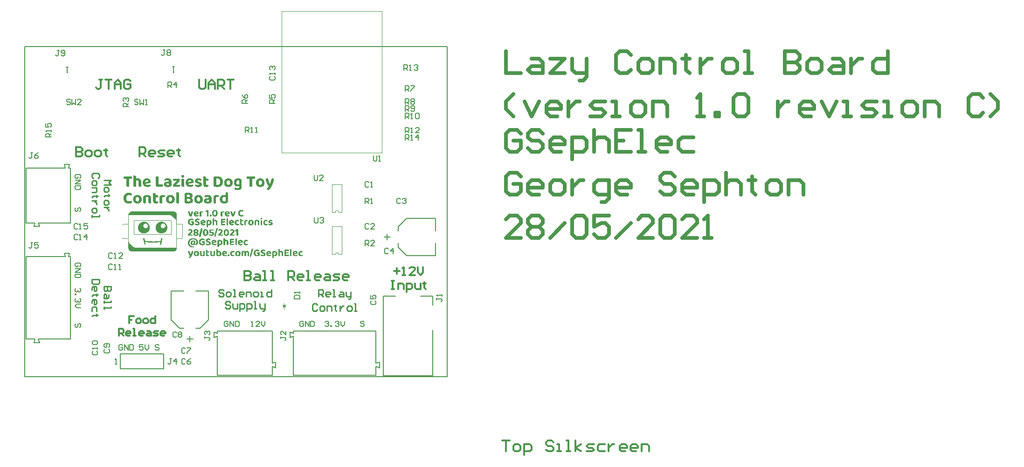
<source format=gto>
G04 Layer_Color=65535*
%FSLAX42Y42*%
%MOMM*%
G71*
G01*
G75*
%ADD27C,0.30*%
%ADD29C,0.20*%
%ADD30C,0.70*%
%ADD42C,0.10*%
%ADD43C,0.25*%
%ADD44C,0.15*%
G36*
X3869Y2285D02*
X3870D01*
X3872Y2285D01*
X3873Y2285D01*
X3876Y2284D01*
X3879Y2284D01*
X3883Y2283D01*
X3886Y2282D01*
X3886D01*
X3886Y2282D01*
X3887Y2281D01*
X3888Y2281D01*
X3888Y2281D01*
X3889Y2280D01*
X3891Y2279D01*
X3894Y2278D01*
X3896Y2276D01*
X3899Y2274D01*
X3901Y2272D01*
X3901Y2272D01*
X3902Y2272D01*
X3902Y2271D01*
X3902Y2271D01*
X3904Y2270D01*
X3905Y2268D01*
X3907Y2265D01*
X3908Y2263D01*
X3910Y2260D01*
X3911Y2257D01*
Y2257D01*
X3911Y2256D01*
X3912Y2256D01*
X3912Y2255D01*
X3912Y2254D01*
X3913Y2253D01*
X3913Y2252D01*
X3913Y2251D01*
X3914Y2248D01*
X3914Y2245D01*
X3915Y2241D01*
X3915Y2237D01*
Y2237D01*
Y2236D01*
Y2236D01*
Y2235D01*
X3915Y2234D01*
Y2233D01*
X3915Y2231D01*
X3914Y2230D01*
X3914Y2227D01*
X3913Y2223D01*
X3913Y2220D01*
X3911Y2216D01*
Y2216D01*
X3911Y2216D01*
X3911Y2215D01*
X3911Y2215D01*
X3910Y2214D01*
X3910Y2213D01*
X3909Y2211D01*
X3907Y2209D01*
X3906Y2206D01*
X3904Y2203D01*
X3902Y2201D01*
X3901Y2201D01*
X3901Y2201D01*
X3901Y2200D01*
X3900Y2200D01*
X3899Y2199D01*
X3897Y2197D01*
X3895Y2196D01*
X3893Y2194D01*
X3890Y2193D01*
X3886Y2191D01*
X3886D01*
X3886Y2191D01*
X3885Y2191D01*
X3885Y2191D01*
X3884Y2191D01*
X3883Y2190D01*
X3882Y2190D01*
X3881Y2190D01*
X3878Y2189D01*
X3874Y2189D01*
X3870Y2188D01*
X3866Y2188D01*
X3865D01*
X3864Y2188D01*
X3862D01*
X3861Y2188D01*
X3860Y2188D01*
X3857Y2189D01*
X3853Y2189D01*
X3850Y2190D01*
X3846Y2191D01*
X3846D01*
X3846Y2191D01*
X3845Y2192D01*
X3845Y2192D01*
X3844Y2192D01*
X3843Y2193D01*
X3841Y2194D01*
X3839Y2195D01*
X3836Y2197D01*
X3833Y2199D01*
X3831Y2201D01*
X3831Y2201D01*
X3831Y2201D01*
X3830Y2202D01*
X3830Y2202D01*
X3829Y2203D01*
X3827Y2205D01*
X3826Y2207D01*
X3824Y2210D01*
X3822Y2213D01*
X3821Y2216D01*
Y2216D01*
X3821Y2217D01*
X3821Y2217D01*
X3820Y2218D01*
X3820Y2219D01*
X3820Y2220D01*
X3819Y2221D01*
X3819Y2222D01*
X3819Y2224D01*
X3819Y2225D01*
X3818Y2229D01*
X3818Y2233D01*
X3818Y2237D01*
Y2237D01*
Y2237D01*
Y2238D01*
Y2239D01*
X3818Y2240D01*
Y2241D01*
X3818Y2242D01*
X3818Y2243D01*
X3818Y2246D01*
X3819Y2250D01*
X3820Y2253D01*
X3821Y2257D01*
Y2257D01*
X3821Y2257D01*
X3821Y2258D01*
X3822Y2258D01*
X3822Y2259D01*
X3822Y2260D01*
X3824Y2262D01*
X3825Y2264D01*
X3827Y2267D01*
X3829Y2270D01*
X3831Y2272D01*
X3831Y2272D01*
X3831Y2272D01*
X3832Y2273D01*
X3832Y2273D01*
X3833Y2274D01*
X3835Y2276D01*
X3838Y2277D01*
X3840Y2279D01*
X3843Y2280D01*
X3846Y2282D01*
X3847D01*
X3847Y2282D01*
X3847Y2282D01*
X3848Y2282D01*
X3849Y2282D01*
X3850Y2283D01*
X3851Y2283D01*
X3852Y2284D01*
X3855Y2284D01*
X3859Y2285D01*
X3862Y2285D01*
X3866Y2285D01*
X3868D01*
X3869Y2285D01*
D02*
G37*
G36*
X3629D02*
X3630D01*
X3632Y2285D01*
X3635Y2284D01*
X3638Y2284D01*
X3641Y2283D01*
X3644Y2282D01*
X3644D01*
X3645Y2282D01*
X3645Y2282D01*
X3646Y2282D01*
X3647Y2281D01*
X3649Y2280D01*
X3651Y2279D01*
X3654Y2278D01*
X3656Y2276D01*
X3658Y2274D01*
X3658D01*
X3658Y2274D01*
X3659Y2273D01*
X3660Y2272D01*
X3662Y2270D01*
X3663Y2268D01*
X3665Y2266D01*
X3666Y2264D01*
X3667Y2261D01*
Y2261D01*
X3667Y2261D01*
X3668Y2260D01*
X3668Y2260D01*
X3668Y2259D01*
X3668Y2258D01*
X3669Y2256D01*
X3669Y2254D01*
X3670Y2251D01*
X3670Y2248D01*
X3671Y2245D01*
Y2245D01*
Y2245D01*
Y2244D01*
X3670Y2243D01*
X3670Y2242D01*
X3670Y2240D01*
X3669Y2239D01*
X3668Y2237D01*
X3667Y2236D01*
X3667Y2236D01*
X3667Y2235D01*
X3666Y2235D01*
X3665Y2234D01*
X3664Y2234D01*
X3662Y2233D01*
X3660Y2232D01*
X3658Y2232D01*
X3609Y2225D01*
Y2224D01*
X3609Y2224D01*
X3609Y2224D01*
X3609Y2223D01*
X3610Y2222D01*
X3611Y2220D01*
X3612Y2218D01*
X3614Y2216D01*
X3616Y2215D01*
X3618Y2213D01*
X3618D01*
X3618Y2213D01*
X3619Y2213D01*
X3619Y2213D01*
X3620Y2212D01*
X3621Y2212D01*
X3622Y2211D01*
X3625Y2211D01*
X3627Y2210D01*
X3630Y2210D01*
X3633Y2210D01*
X3635D01*
X3636Y2210D01*
X3636D01*
X3638Y2210D01*
X3641Y2210D01*
X3643Y2211D01*
X3646Y2211D01*
X3648Y2212D01*
X3649D01*
X3649Y2212D01*
X3649Y2212D01*
X3650Y2212D01*
X3651Y2213D01*
X3653Y2213D01*
X3654Y2214D01*
X3656Y2215D01*
X3658Y2216D01*
X3660Y2217D01*
X3660Y2217D01*
X3660Y2217D01*
X3661Y2216D01*
X3662Y2216D01*
X3662Y2215D01*
X3663Y2214D01*
X3665Y2212D01*
X3665Y2212D01*
X3665Y2211D01*
X3665Y2211D01*
X3666Y2210D01*
X3666Y2209D01*
X3666Y2208D01*
X3666Y2207D01*
X3667Y2205D01*
Y2205D01*
Y2204D01*
X3666Y2204D01*
X3666Y2203D01*
X3666Y2202D01*
X3665Y2200D01*
X3665Y2199D01*
X3664Y2198D01*
X3664Y2197D01*
X3663Y2197D01*
X3663Y2196D01*
X3662Y2196D01*
X3661Y2195D01*
X3660Y2194D01*
X3658Y2193D01*
X3657Y2192D01*
X3656Y2192D01*
X3656Y2192D01*
X3655Y2192D01*
X3653Y2191D01*
X3652Y2191D01*
X3650Y2190D01*
X3648Y2190D01*
X3646Y2189D01*
X3645D01*
X3645Y2189D01*
X3644D01*
X3643Y2189D01*
X3641Y2189D01*
X3639Y2188D01*
X3637Y2188D01*
X3634Y2188D01*
X3630D01*
X3629Y2188D01*
X3628D01*
X3626Y2188D01*
X3625Y2188D01*
X3621Y2189D01*
X3618Y2189D01*
X3614Y2190D01*
X3611Y2191D01*
X3611D01*
X3610Y2191D01*
X3610Y2192D01*
X3609Y2192D01*
X3608Y2192D01*
X3607Y2192D01*
X3605Y2193D01*
X3603Y2195D01*
X3600Y2196D01*
X3597Y2198D01*
X3594Y2200D01*
X3594Y2200D01*
X3594Y2201D01*
X3594Y2201D01*
X3593Y2202D01*
X3592Y2203D01*
X3590Y2205D01*
X3589Y2207D01*
X3587Y2210D01*
X3585Y2213D01*
X3584Y2216D01*
Y2216D01*
X3583Y2216D01*
X3583Y2217D01*
X3583Y2218D01*
X3583Y2218D01*
X3582Y2220D01*
X3582Y2221D01*
X3582Y2222D01*
X3581Y2224D01*
X3581Y2225D01*
X3580Y2229D01*
X3580Y2233D01*
X3580Y2238D01*
Y2238D01*
Y2238D01*
Y2239D01*
X3580Y2240D01*
Y2241D01*
X3580Y2242D01*
X3580Y2243D01*
X3580Y2245D01*
X3581Y2248D01*
X3581Y2252D01*
X3582Y2255D01*
X3584Y2259D01*
Y2259D01*
X3584Y2259D01*
X3584Y2260D01*
X3584Y2260D01*
X3585Y2261D01*
X3585Y2262D01*
X3586Y2264D01*
X3588Y2266D01*
X3590Y2269D01*
X3592Y2271D01*
X3594Y2274D01*
X3594Y2274D01*
X3594Y2274D01*
X3595Y2274D01*
X3595Y2275D01*
X3597Y2276D01*
X3599Y2277D01*
X3601Y2279D01*
X3603Y2280D01*
X3606Y2281D01*
X3609Y2282D01*
X3609D01*
X3610Y2283D01*
X3610Y2283D01*
X3611Y2283D01*
X3611Y2283D01*
X3612Y2283D01*
X3615Y2284D01*
X3617Y2284D01*
X3620Y2285D01*
X3623Y2285D01*
X3627Y2285D01*
X3628D01*
X3629Y2285D01*
D02*
G37*
G36*
X3490Y2316D02*
X3492Y2316D01*
X3493Y2316D01*
X3496Y2315D01*
X3497Y2314D01*
X3499Y2314D01*
X3499Y2313D01*
X3500Y2313D01*
X3500Y2312D01*
X3501Y2311D01*
X3501Y2310D01*
X3502Y2308D01*
X3503Y2305D01*
X3503Y2303D01*
Y2281D01*
X3503Y2281D01*
X3503Y2281D01*
X3504Y2282D01*
X3505Y2282D01*
X3507Y2282D01*
X3508Y2283D01*
X3510Y2284D01*
X3511Y2284D01*
X3512D01*
X3512Y2284D01*
X3513Y2284D01*
X3515Y2285D01*
X3516Y2285D01*
X3518Y2285D01*
X3520Y2285D01*
X3524D01*
X3525Y2285D01*
X3526D01*
X3528Y2285D01*
X3531Y2284D01*
X3534Y2284D01*
X3537Y2283D01*
X3540Y2282D01*
X3540D01*
X3540Y2282D01*
X3541Y2282D01*
X3541Y2282D01*
X3542Y2281D01*
X3543Y2281D01*
X3545Y2280D01*
X3547Y2279D01*
X3549Y2277D01*
X3552Y2275D01*
X3554Y2273D01*
X3554Y2273D01*
X3554Y2273D01*
X3555Y2272D01*
X3555Y2272D01*
X3556Y2271D01*
X3557Y2269D01*
X3559Y2267D01*
X3561Y2264D01*
X3562Y2261D01*
X3563Y2258D01*
Y2258D01*
X3564Y2257D01*
X3564Y2257D01*
X3564Y2256D01*
X3564Y2255D01*
X3565Y2254D01*
X3565Y2253D01*
X3565Y2252D01*
X3565Y2250D01*
X3566Y2249D01*
X3566Y2245D01*
X3567Y2241D01*
X3567Y2237D01*
Y2237D01*
Y2236D01*
Y2236D01*
Y2235D01*
X3567Y2234D01*
Y2233D01*
X3567Y2231D01*
X3567Y2230D01*
X3566Y2226D01*
X3565Y2223D01*
X3564Y2219D01*
X3563Y2216D01*
Y2215D01*
X3563Y2215D01*
X3563Y2215D01*
X3563Y2214D01*
X3562Y2213D01*
X3562Y2212D01*
X3561Y2210D01*
X3559Y2208D01*
X3557Y2205D01*
X3555Y2203D01*
X3553Y2200D01*
X3553Y2200D01*
X3553Y2200D01*
X3552Y2200D01*
X3552Y2199D01*
X3551Y2199D01*
X3550Y2198D01*
X3549Y2197D01*
X3546Y2195D01*
X3544Y2194D01*
X3541Y2192D01*
X3537Y2191D01*
X3537D01*
X3537Y2191D01*
X3536Y2191D01*
X3536Y2191D01*
X3535Y2190D01*
X3534Y2190D01*
X3533Y2190D01*
X3531Y2190D01*
X3530Y2189D01*
X3528Y2189D01*
X3525Y2189D01*
X3521Y2188D01*
X3517Y2188D01*
X3515D01*
X3514Y2188D01*
X3512D01*
X3511Y2188D01*
X3510Y2188D01*
X3506Y2189D01*
X3503Y2189D01*
X3499Y2190D01*
X3496Y2191D01*
X3496D01*
X3496Y2191D01*
X3495Y2191D01*
X3495Y2191D01*
X3494Y2192D01*
X3493Y2192D01*
X3491Y2193D01*
X3489Y2194D01*
X3486Y2195D01*
X3484Y2196D01*
X3482Y2198D01*
X3482Y2198D01*
X3481Y2198D01*
X3481Y2198D01*
X3480Y2199D01*
X3479Y2200D01*
X3478Y2202D01*
X3476Y2204D01*
X3475Y2206D01*
X3474Y2207D01*
X3474Y2209D01*
X3474Y2210D01*
X3474Y2212D01*
Y2315D01*
X3474D01*
X3474Y2315D01*
X3474Y2315D01*
X3475Y2315D01*
X3476Y2315D01*
X3477Y2315D01*
X3478Y2316D01*
X3479Y2316D01*
X3479D01*
X3480Y2316D01*
X3480Y2316D01*
X3481Y2316D01*
X3482D01*
X3484Y2316D01*
X3487Y2316D01*
X3488D01*
X3490Y2316D01*
D02*
G37*
G36*
X4431Y2285D02*
X4432D01*
X4434Y2285D01*
X4437Y2284D01*
X4440Y2284D01*
X4443Y2283D01*
X4446Y2282D01*
X4446D01*
X4446Y2282D01*
X4447Y2282D01*
X4447Y2282D01*
X4449Y2281D01*
X4451Y2280D01*
X4453Y2279D01*
X4455Y2278D01*
X4457Y2276D01*
X4460Y2274D01*
X4460D01*
X4460Y2274D01*
X4461Y2273D01*
X4462Y2272D01*
X4463Y2270D01*
X4464Y2268D01*
X4466Y2266D01*
X4467Y2264D01*
X4469Y2261D01*
Y2261D01*
X4469Y2261D01*
X4469Y2260D01*
X4469Y2260D01*
X4470Y2259D01*
X4470Y2258D01*
X4470Y2256D01*
X4471Y2254D01*
X4471Y2251D01*
X4472Y2248D01*
X4472Y2245D01*
Y2245D01*
Y2245D01*
Y2244D01*
X4472Y2243D01*
X4472Y2242D01*
X4471Y2240D01*
X4471Y2239D01*
X4470Y2237D01*
X4469Y2236D01*
X4469Y2236D01*
X4468Y2235D01*
X4467Y2235D01*
X4466Y2234D01*
X4465Y2234D01*
X4464Y2233D01*
X4462Y2232D01*
X4460Y2232D01*
X4410Y2225D01*
Y2224D01*
X4410Y2224D01*
X4410Y2224D01*
X4411Y2223D01*
X4411Y2222D01*
X4412Y2220D01*
X4414Y2218D01*
X4415Y2216D01*
X4417Y2215D01*
X4419Y2213D01*
X4420D01*
X4420Y2213D01*
X4420Y2213D01*
X4421Y2213D01*
X4421Y2212D01*
X4422Y2212D01*
X4424Y2211D01*
X4426Y2211D01*
X4429Y2210D01*
X4432Y2210D01*
X4435Y2210D01*
X4436D01*
X4437Y2210D01*
X4438D01*
X4440Y2210D01*
X4442Y2210D01*
X4445Y2211D01*
X4447Y2211D01*
X4450Y2212D01*
X4450D01*
X4450Y2212D01*
X4450Y2212D01*
X4451Y2212D01*
X4452Y2213D01*
X4454Y2213D01*
X4456Y2214D01*
X4458Y2215D01*
X4460Y2216D01*
X4461Y2217D01*
X4461Y2217D01*
X4462Y2217D01*
X4462Y2216D01*
X4463Y2216D01*
X4464Y2215D01*
X4465Y2214D01*
X4466Y2212D01*
X4466Y2212D01*
X4466Y2211D01*
X4467Y2211D01*
X4467Y2210D01*
X4467Y2209D01*
X4468Y2208D01*
X4468Y2207D01*
X4468Y2205D01*
Y2205D01*
Y2204D01*
X4468Y2204D01*
X4468Y2203D01*
X4467Y2202D01*
X4467Y2200D01*
X4466Y2199D01*
X4465Y2198D01*
X4465Y2197D01*
X4465Y2197D01*
X4464Y2196D01*
X4463Y2196D01*
X4462Y2195D01*
X4461Y2194D01*
X4460Y2193D01*
X4458Y2192D01*
X4458Y2192D01*
X4457Y2192D01*
X4456Y2192D01*
X4455Y2191D01*
X4453Y2191D01*
X4451Y2190D01*
X4449Y2190D01*
X4447Y2189D01*
X4447D01*
X4446Y2189D01*
X4446D01*
X4445Y2189D01*
X4443Y2189D01*
X4441Y2188D01*
X4438Y2188D01*
X4436Y2188D01*
X4431D01*
X4430Y2188D01*
X4429D01*
X4428Y2188D01*
X4426Y2188D01*
X4423Y2189D01*
X4419Y2189D01*
X4416Y2190D01*
X4412Y2191D01*
X4412D01*
X4412Y2191D01*
X4411Y2192D01*
X4411Y2192D01*
X4410Y2192D01*
X4409Y2192D01*
X4407Y2193D01*
X4404Y2195D01*
X4401Y2196D01*
X4399Y2198D01*
X4396Y2200D01*
X4396Y2200D01*
X4396Y2201D01*
X4395Y2201D01*
X4395Y2202D01*
X4393Y2203D01*
X4392Y2205D01*
X4390Y2207D01*
X4388Y2210D01*
X4387Y2213D01*
X4385Y2216D01*
Y2216D01*
X4385Y2216D01*
X4385Y2217D01*
X4384Y2218D01*
X4384Y2218D01*
X4384Y2220D01*
X4384Y2221D01*
X4383Y2222D01*
X4383Y2224D01*
X4382Y2225D01*
X4382Y2229D01*
X4381Y2233D01*
X4381Y2238D01*
Y2238D01*
Y2238D01*
Y2239D01*
X4381Y2240D01*
Y2241D01*
X4381Y2242D01*
X4382Y2243D01*
X4382Y2245D01*
X4382Y2248D01*
X4383Y2252D01*
X4384Y2255D01*
X4385Y2259D01*
Y2259D01*
X4385Y2259D01*
X4385Y2260D01*
X4386Y2260D01*
X4386Y2261D01*
X4387Y2262D01*
X4388Y2264D01*
X4389Y2266D01*
X4391Y2269D01*
X4393Y2271D01*
X4396Y2274D01*
X4396Y2274D01*
X4396Y2274D01*
X4396Y2274D01*
X4397Y2275D01*
X4398Y2276D01*
X4400Y2277D01*
X4402Y2279D01*
X4405Y2280D01*
X4407Y2281D01*
X4411Y2282D01*
X4411D01*
X4411Y2283D01*
X4411Y2283D01*
X4412Y2283D01*
X4413Y2283D01*
X4414Y2283D01*
X4416Y2284D01*
X4419Y2284D01*
X4422Y2285D01*
X4425Y2285D01*
X4428Y2285D01*
X4430D01*
X4431Y2285D01*
D02*
G37*
G36*
X4615Y2316D02*
X4617Y2316D01*
X4619Y2316D01*
X4621Y2315D01*
X4623Y2314D01*
X4624Y2314D01*
X4625Y2313D01*
X4625Y2313D01*
X4626Y2312D01*
X4626Y2311D01*
X4627Y2310D01*
X4628Y2308D01*
X4628Y2305D01*
X4628Y2303D01*
Y2281D01*
X4628Y2281D01*
X4629Y2281D01*
X4630Y2281D01*
X4631Y2282D01*
X4632Y2282D01*
X4634Y2283D01*
X4635Y2283D01*
X4637Y2284D01*
X4638D01*
X4638Y2284D01*
X4639Y2284D01*
X4641Y2285D01*
X4642Y2285D01*
X4644Y2285D01*
X4646Y2285D01*
X4650D01*
X4651Y2285D01*
X4653Y2285D01*
X4655Y2285D01*
X4657Y2284D01*
X4659Y2284D01*
X4661Y2284D01*
X4663Y2283D01*
X4666Y2282D01*
X4668Y2281D01*
X4670Y2280D01*
X4673Y2279D01*
X4675Y2278D01*
X4677Y2276D01*
X4677Y2276D01*
X4677Y2276D01*
X4678Y2275D01*
X4679Y2274D01*
X4679Y2273D01*
X4680Y2272D01*
X4681Y2271D01*
X4682Y2269D01*
X4683Y2267D01*
X4684Y2265D01*
X4685Y2263D01*
X4686Y2260D01*
X4686Y2258D01*
X4687Y2255D01*
X4687Y2252D01*
X4687Y2248D01*
Y2191D01*
X4687D01*
X4687Y2191D01*
X4686Y2191D01*
X4685Y2191D01*
X4684Y2190D01*
X4683Y2190D01*
X4682Y2190D01*
X4682D01*
X4681Y2190D01*
X4681D01*
X4680Y2190D01*
X4678Y2190D01*
X4677D01*
X4676Y2190D01*
X4673D01*
X4671Y2190D01*
X4670Y2190D01*
X4668Y2190D01*
X4666Y2191D01*
X4664Y2191D01*
X4662Y2192D01*
X4662Y2192D01*
X4661Y2193D01*
X4661Y2194D01*
X4660Y2195D01*
X4659Y2196D01*
X4659Y2198D01*
X4658Y2200D01*
X4658Y2203D01*
Y2247D01*
Y2247D01*
Y2247D01*
Y2247D01*
Y2248D01*
X4658Y2249D01*
X4658Y2251D01*
X4657Y2253D01*
X4656Y2255D01*
X4655Y2257D01*
X4654Y2259D01*
X4654Y2259D01*
X4653Y2259D01*
X4652Y2260D01*
X4651Y2261D01*
X4649Y2261D01*
X4648Y2262D01*
X4645Y2262D01*
X4643Y2262D01*
X4641D01*
X4640Y2262D01*
X4639Y2262D01*
X4638Y2262D01*
X4635Y2261D01*
X4635D01*
X4634Y2261D01*
X4634Y2261D01*
X4633Y2260D01*
X4632Y2260D01*
X4631Y2259D01*
X4628Y2258D01*
Y2191D01*
X4628D01*
X4627Y2191D01*
X4627Y2191D01*
X4626Y2191D01*
X4625Y2190D01*
X4624Y2190D01*
X4623Y2190D01*
X4623D01*
X4622Y2190D01*
X4622D01*
X4621Y2190D01*
X4620Y2190D01*
X4618D01*
X4617Y2190D01*
X4614D01*
X4612Y2190D01*
X4611Y2190D01*
X4609Y2190D01*
X4606Y2191D01*
X4605Y2191D01*
X4603Y2192D01*
X4603Y2192D01*
X4602Y2193D01*
X4602Y2194D01*
X4601Y2195D01*
X4600Y2196D01*
X4600Y2198D01*
X4599Y2200D01*
X4599Y2203D01*
Y2315D01*
X4599D01*
X4600Y2315D01*
X4600Y2315D01*
X4601Y2315D01*
X4601Y2315D01*
X4602Y2315D01*
X4603Y2316D01*
X4605Y2316D01*
X4605D01*
X4605Y2316D01*
X4606Y2316D01*
X4607Y2316D01*
X4608D01*
X4609Y2316D01*
X4612Y2316D01*
X4614D01*
X4615Y2316D01*
D02*
G37*
G36*
X4911Y2285D02*
X4912D01*
X4914Y2285D01*
X4917Y2284D01*
X4920Y2284D01*
X4923Y2283D01*
X4926Y2282D01*
X4926D01*
X4926Y2282D01*
X4927Y2282D01*
X4927Y2282D01*
X4929Y2281D01*
X4931Y2280D01*
X4933Y2279D01*
X4935Y2278D01*
X4938Y2276D01*
X4940Y2274D01*
X4940D01*
X4940Y2274D01*
X4941Y2273D01*
X4942Y2272D01*
X4943Y2270D01*
X4945Y2268D01*
X4946Y2266D01*
X4948Y2264D01*
X4949Y2261D01*
Y2261D01*
X4949Y2261D01*
X4949Y2260D01*
X4949Y2260D01*
X4950Y2259D01*
X4950Y2258D01*
X4951Y2256D01*
X4951Y2254D01*
X4952Y2251D01*
X4952Y2248D01*
X4952Y2245D01*
Y2245D01*
Y2245D01*
Y2244D01*
X4952Y2243D01*
X4952Y2242D01*
X4951Y2240D01*
X4951Y2239D01*
X4950Y2237D01*
X4949Y2236D01*
X4949Y2236D01*
X4948Y2235D01*
X4948Y2235D01*
X4946Y2234D01*
X4945Y2234D01*
X4944Y2233D01*
X4942Y2232D01*
X4940Y2232D01*
X4890Y2225D01*
Y2224D01*
X4890Y2224D01*
X4891Y2224D01*
X4891Y2223D01*
X4891Y2222D01*
X4892Y2220D01*
X4894Y2218D01*
X4895Y2216D01*
X4897Y2215D01*
X4899Y2213D01*
X4900D01*
X4900Y2213D01*
X4900Y2213D01*
X4901Y2213D01*
X4901Y2212D01*
X4902Y2212D01*
X4904Y2211D01*
X4906Y2211D01*
X4909Y2210D01*
X4912Y2210D01*
X4915Y2210D01*
X4916D01*
X4917Y2210D01*
X4918D01*
X4920Y2210D01*
X4922Y2210D01*
X4925Y2211D01*
X4927Y2211D01*
X4930Y2212D01*
X4930D01*
X4930Y2212D01*
X4931Y2212D01*
X4931Y2212D01*
X4932Y2213D01*
X4934Y2213D01*
X4936Y2214D01*
X4938Y2215D01*
X4940Y2216D01*
X4941Y2217D01*
X4942Y2217D01*
X4942Y2217D01*
X4942Y2216D01*
X4943Y2216D01*
X4944Y2215D01*
X4945Y2214D01*
X4946Y2212D01*
X4946Y2212D01*
X4946Y2211D01*
X4947Y2211D01*
X4947Y2210D01*
X4947Y2209D01*
X4948Y2208D01*
X4948Y2207D01*
X4948Y2205D01*
Y2205D01*
Y2204D01*
X4948Y2204D01*
X4948Y2203D01*
X4947Y2202D01*
X4947Y2200D01*
X4946Y2199D01*
X4945Y2198D01*
X4945Y2197D01*
X4945Y2197D01*
X4944Y2196D01*
X4944Y2196D01*
X4942Y2195D01*
X4941Y2194D01*
X4940Y2193D01*
X4938Y2192D01*
X4938Y2192D01*
X4937Y2192D01*
X4936Y2192D01*
X4935Y2191D01*
X4933Y2191D01*
X4931Y2190D01*
X4929Y2190D01*
X4927Y2189D01*
X4927D01*
X4926Y2189D01*
X4926D01*
X4925Y2189D01*
X4923Y2189D01*
X4921Y2188D01*
X4919Y2188D01*
X4916Y2188D01*
X4911D01*
X4910Y2188D01*
X4909D01*
X4908Y2188D01*
X4906Y2188D01*
X4903Y2189D01*
X4899Y2189D01*
X4896Y2190D01*
X4892Y2191D01*
X4892D01*
X4892Y2191D01*
X4891Y2192D01*
X4891Y2192D01*
X4890Y2192D01*
X4889Y2192D01*
X4887Y2193D01*
X4884Y2195D01*
X4881Y2196D01*
X4879Y2198D01*
X4876Y2200D01*
X4876Y2200D01*
X4876Y2201D01*
X4875Y2201D01*
X4875Y2202D01*
X4874Y2203D01*
X4872Y2205D01*
X4870Y2207D01*
X4869Y2210D01*
X4867Y2213D01*
X4865Y2216D01*
Y2216D01*
X4865Y2216D01*
X4865Y2217D01*
X4864Y2218D01*
X4864Y2218D01*
X4864Y2220D01*
X4864Y2221D01*
X4863Y2222D01*
X4863Y2224D01*
X4863Y2225D01*
X4862Y2229D01*
X4861Y2233D01*
X4861Y2238D01*
Y2238D01*
Y2238D01*
Y2239D01*
X4861Y2240D01*
Y2241D01*
X4862Y2242D01*
X4862Y2243D01*
X4862Y2245D01*
X4862Y2248D01*
X4863Y2252D01*
X4864Y2255D01*
X4865Y2259D01*
Y2259D01*
X4865Y2259D01*
X4866Y2260D01*
X4866Y2260D01*
X4866Y2261D01*
X4867Y2262D01*
X4868Y2264D01*
X4869Y2266D01*
X4871Y2269D01*
X4873Y2271D01*
X4876Y2274D01*
X4876Y2274D01*
X4876Y2274D01*
X4876Y2274D01*
X4877Y2275D01*
X4878Y2276D01*
X4880Y2277D01*
X4882Y2279D01*
X4885Y2280D01*
X4888Y2281D01*
X4891Y2282D01*
X4891D01*
X4891Y2283D01*
X4892Y2283D01*
X4892Y2283D01*
X4893Y2283D01*
X4894Y2283D01*
X4896Y2284D01*
X4899Y2284D01*
X4902Y2285D01*
X4905Y2285D01*
X4908Y2285D01*
X4910D01*
X4911Y2285D01*
D02*
G37*
G36*
X4534D02*
X4535D01*
X4537Y2285D01*
X4538Y2285D01*
X4541Y2285D01*
X4545Y2284D01*
X4548Y2283D01*
X4552Y2282D01*
X4552D01*
X4552Y2282D01*
X4552Y2282D01*
X4553Y2282D01*
X4554Y2282D01*
X4555Y2281D01*
X4557Y2280D01*
X4559Y2279D01*
X4562Y2278D01*
X4565Y2276D01*
X4567Y2274D01*
X4567Y2274D01*
X4568Y2274D01*
X4568Y2273D01*
X4568Y2273D01*
X4570Y2271D01*
X4571Y2270D01*
X4573Y2267D01*
X4575Y2265D01*
X4576Y2262D01*
X4578Y2259D01*
Y2259D01*
X4578Y2258D01*
X4578Y2258D01*
X4578Y2257D01*
X4579Y2256D01*
X4579Y2255D01*
X4579Y2254D01*
X4580Y2253D01*
X4580Y2251D01*
X4580Y2249D01*
X4581Y2248D01*
X4581Y2246D01*
X4581Y2242D01*
X4581Y2237D01*
Y2237D01*
Y2236D01*
Y2236D01*
Y2235D01*
X4581Y2234D01*
Y2233D01*
X4581Y2231D01*
X4581Y2230D01*
X4581Y2227D01*
X4580Y2223D01*
X4579Y2219D01*
X4578Y2216D01*
Y2216D01*
X4578Y2215D01*
X4578Y2215D01*
X4577Y2214D01*
X4577Y2213D01*
X4577Y2213D01*
X4575Y2210D01*
X4574Y2208D01*
X4572Y2205D01*
X4570Y2203D01*
X4568Y2200D01*
X4568Y2200D01*
X4568Y2200D01*
X4567Y2200D01*
X4567Y2199D01*
X4566Y2198D01*
X4564Y2197D01*
X4562Y2195D01*
X4559Y2194D01*
X4556Y2192D01*
X4553Y2191D01*
X4553D01*
X4553Y2191D01*
X4552Y2191D01*
X4552Y2191D01*
X4551Y2190D01*
X4550Y2190D01*
X4549Y2190D01*
X4548Y2190D01*
X4545Y2189D01*
X4542Y2189D01*
X4538Y2188D01*
X4535Y2188D01*
X4533D01*
X4532Y2188D01*
X4530Y2188D01*
X4529Y2188D01*
X4525Y2189D01*
X4525D01*
X4525Y2189D01*
X4524Y2189D01*
X4523Y2190D01*
X4522Y2190D01*
X4521Y2190D01*
X4518Y2191D01*
Y2157D01*
X4518D01*
X4518Y2157D01*
X4517D01*
X4517Y2157D01*
X4516Y2157D01*
X4515Y2156D01*
X4514Y2156D01*
X4513Y2156D01*
X4512D01*
X4512Y2156D01*
X4511Y2156D01*
X4510D01*
X4509Y2156D01*
X4508Y2156D01*
X4507Y2155D01*
X4504D01*
X4502Y2156D01*
X4500Y2156D01*
X4498Y2156D01*
X4496Y2157D01*
X4494Y2157D01*
X4493Y2158D01*
X4492Y2158D01*
X4492Y2159D01*
X4491Y2160D01*
X4491Y2161D01*
X4490Y2162D01*
X4489Y2164D01*
X4489Y2166D01*
X4489Y2169D01*
Y2263D01*
Y2263D01*
Y2264D01*
X4489Y2265D01*
X4489Y2266D01*
X4489Y2267D01*
X4490Y2269D01*
X4490Y2270D01*
X4491Y2271D01*
X4491Y2271D01*
X4491Y2272D01*
X4492Y2272D01*
X4492Y2273D01*
X4493Y2274D01*
X4494Y2275D01*
X4495Y2276D01*
X4497Y2277D01*
X4497D01*
X4497Y2277D01*
X4498Y2277D01*
X4499Y2278D01*
X4501Y2279D01*
X4503Y2280D01*
X4505Y2281D01*
X4508Y2282D01*
X4512Y2283D01*
X4512D01*
X4512Y2283D01*
X4512Y2283D01*
X4513Y2283D01*
X4514Y2283D01*
X4515Y2284D01*
X4516Y2284D01*
X4517Y2284D01*
X4520Y2284D01*
X4524Y2285D01*
X4527Y2285D01*
X4531Y2285D01*
X4533D01*
X4534Y2285D01*
D02*
G37*
G36*
X2868Y3667D02*
X2870Y3666D01*
X2873Y3666D01*
X2876Y3665D01*
X2879Y3664D01*
X2882Y3662D01*
X2885Y3660D01*
X2885Y3659D01*
X2886Y3658D01*
X2887Y3657D01*
X2888Y3655D01*
X2890Y3652D01*
X2891Y3649D01*
X2892Y3646D01*
X2892Y3642D01*
Y3642D01*
Y3641D01*
Y3641D01*
X2892Y3640D01*
X2892Y3638D01*
X2891Y3636D01*
X2890Y3633D01*
X2889Y3630D01*
X2887Y3627D01*
X2885Y3624D01*
X2884Y3624D01*
X2883Y3623D01*
X2882Y3621D01*
X2880Y3620D01*
X2877Y3619D01*
X2874Y3618D01*
X2870Y3617D01*
X2866Y3616D01*
X2865D01*
X2864Y3617D01*
X2862Y3617D01*
X2859Y3617D01*
X2856Y3618D01*
X2853Y3620D01*
X2850Y3621D01*
X2847Y3624D01*
X2847Y3624D01*
X2846Y3625D01*
X2845Y3627D01*
X2843Y3629D01*
X2842Y3631D01*
X2841Y3635D01*
X2840Y3638D01*
X2840Y3642D01*
Y3642D01*
Y3642D01*
X2840Y3644D01*
X2840Y3646D01*
X2841Y3648D01*
X2842Y3651D01*
X2843Y3654D01*
X2845Y3657D01*
X2847Y3660D01*
X2847Y3660D01*
X2848Y3661D01*
X2850Y3662D01*
X2852Y3663D01*
X2855Y3665D01*
X2858Y3666D01*
X2862Y3667D01*
X2866Y3667D01*
X2867D01*
X2868Y3667D01*
D02*
G37*
G36*
X3159Y3604D02*
X3162Y3604D01*
X3165Y3604D01*
X3173Y3603D01*
X3173D01*
X3174Y3602D01*
X3176Y3602D01*
X3179Y3601D01*
X3181Y3601D01*
X3184Y3600D01*
X3187Y3599D01*
X3189Y3598D01*
X3190Y3597D01*
X3191Y3597D01*
X3192Y3596D01*
X3194Y3595D01*
X3195Y3594D01*
X3197Y3593D01*
X3199Y3591D01*
X3201Y3589D01*
X3201Y3589D01*
X3201Y3589D01*
X3202Y3588D01*
X3203Y3586D01*
X3204Y3584D01*
X3204Y3582D01*
X3205Y3580D01*
X3205Y3578D01*
Y3577D01*
Y3576D01*
X3205Y3575D01*
Y3574D01*
X3204Y3572D01*
X3204Y3570D01*
X3203Y3569D01*
X3202Y3567D01*
X3202Y3566D01*
X3202Y3566D01*
X3201Y3565D01*
X3201Y3564D01*
X3199Y3561D01*
X3196Y3559D01*
X3196D01*
X3195Y3559D01*
X3195Y3560D01*
X3194Y3560D01*
X3193Y3560D01*
X3192Y3561D01*
X3190Y3562D01*
X3189Y3562D01*
X3188D01*
X3188Y3563D01*
X3187Y3563D01*
X3186Y3563D01*
X3184Y3564D01*
X3182Y3565D01*
X3178Y3566D01*
X3178D01*
X3178Y3566D01*
X3176Y3566D01*
X3175Y3566D01*
X3173Y3567D01*
X3171Y3567D01*
X3167Y3568D01*
X3167D01*
X3166Y3568D01*
X3165Y3568D01*
X3163Y3569D01*
X3161D01*
X3159Y3569D01*
X3155Y3569D01*
X3154D01*
X3152Y3569D01*
X3149Y3569D01*
X3147Y3568D01*
X3144Y3568D01*
X3141Y3567D01*
X3139Y3566D01*
X3139Y3566D01*
X3138Y3565D01*
X3137Y3565D01*
X3136Y3564D01*
X3135Y3563D01*
X3134Y3561D01*
X3133Y3559D01*
X3133Y3557D01*
Y3557D01*
Y3557D01*
X3133Y3556D01*
X3133Y3555D01*
X3134Y3554D01*
X3134Y3553D01*
X3135Y3552D01*
X3136Y3551D01*
X3137Y3550D01*
X3137Y3550D01*
X3138Y3550D01*
X3139Y3549D01*
X3141Y3548D01*
X3143Y3548D01*
X3145Y3547D01*
X3148Y3546D01*
X3160Y3543D01*
X3160D01*
X3161Y3543D01*
X3163Y3543D01*
X3165Y3542D01*
X3167Y3541D01*
X3169Y3541D01*
X3172Y3540D01*
X3175Y3539D01*
X3182Y3536D01*
X3189Y3533D01*
X3192Y3531D01*
X3195Y3530D01*
X3197Y3528D01*
X3200Y3525D01*
X3200Y3525D01*
X3200Y3525D01*
X3201Y3524D01*
X3202Y3523D01*
X3203Y3522D01*
X3204Y3521D01*
X3205Y3519D01*
X3206Y3518D01*
X3207Y3515D01*
X3208Y3513D01*
X3210Y3508D01*
X3211Y3505D01*
X3212Y3502D01*
X3212Y3499D01*
X3212Y3496D01*
Y3495D01*
Y3495D01*
X3212Y3494D01*
Y3492D01*
X3212Y3490D01*
X3211Y3488D01*
X3210Y3485D01*
X3210Y3483D01*
X3209Y3480D01*
X3208Y3477D01*
X3207Y3474D01*
X3205Y3471D01*
X3203Y3468D01*
X3201Y3465D01*
X3198Y3463D01*
X3195Y3460D01*
X3195Y3460D01*
X3194Y3460D01*
X3193Y3459D01*
X3192Y3458D01*
X3190Y3457D01*
X3188Y3456D01*
X3185Y3455D01*
X3183Y3454D01*
X3179Y3453D01*
X3175Y3452D01*
X3172Y3451D01*
X3167Y3450D01*
X3162Y3449D01*
X3157Y3448D01*
X3152Y3448D01*
X3145Y3448D01*
X3142D01*
X3141Y3448D01*
X3138D01*
X3134Y3448D01*
X3130Y3449D01*
X3126Y3449D01*
X3122Y3450D01*
X3122D01*
X3120Y3450D01*
X3118Y3450D01*
X3116Y3451D01*
X3113Y3452D01*
X3110Y3453D01*
X3107Y3454D01*
X3104Y3455D01*
X3103Y3455D01*
X3103Y3456D01*
X3101Y3456D01*
X3099Y3458D01*
X3098Y3459D01*
X3095Y3460D01*
X3094Y3462D01*
X3092Y3464D01*
X3092Y3464D01*
X3091Y3465D01*
X3091Y3466D01*
X3090Y3468D01*
X3089Y3470D01*
X3088Y3472D01*
X3088Y3474D01*
X3088Y3477D01*
Y3477D01*
Y3478D01*
X3088Y3479D01*
X3088Y3481D01*
X3088Y3483D01*
X3089Y3485D01*
X3089Y3486D01*
X3090Y3488D01*
X3091Y3489D01*
X3091Y3489D01*
X3092Y3490D01*
X3092Y3491D01*
X3094Y3494D01*
X3097Y3496D01*
X3098D01*
X3098Y3496D01*
X3099Y3495D01*
X3101Y3494D01*
X3103Y3493D01*
X3106Y3492D01*
X3110Y3490D01*
X3113Y3489D01*
X3118Y3487D01*
X3118D01*
X3118Y3487D01*
X3119Y3486D01*
X3120Y3486D01*
X3121Y3486D01*
X3122Y3486D01*
X3125Y3485D01*
X3129Y3484D01*
X3133Y3484D01*
X3138Y3483D01*
X3144Y3483D01*
X3146D01*
X3147Y3483D01*
X3149Y3483D01*
X3151Y3484D01*
X3155Y3484D01*
X3159Y3486D01*
X3161Y3487D01*
X3162Y3488D01*
X3164Y3490D01*
X3165Y3491D01*
X3165Y3493D01*
X3166Y3495D01*
Y3495D01*
Y3496D01*
X3165Y3497D01*
X3165Y3498D01*
X3165Y3499D01*
X3164Y3501D01*
X3163Y3502D01*
X3162Y3503D01*
X3162Y3503D01*
X3161Y3504D01*
X3160Y3504D01*
X3159Y3505D01*
X3157Y3506D01*
X3155Y3506D01*
X3152Y3507D01*
X3149Y3508D01*
X3137Y3511D01*
X3136D01*
X3135Y3511D01*
X3134Y3511D01*
X3132Y3512D01*
X3130Y3512D01*
X3128Y3513D01*
X3125Y3514D01*
X3123Y3515D01*
X3117Y3517D01*
X3110Y3520D01*
X3104Y3523D01*
X3102Y3525D01*
X3099Y3527D01*
X3099Y3527D01*
X3099Y3527D01*
X3098Y3528D01*
X3097Y3529D01*
X3096Y3530D01*
X3095Y3531D01*
X3094Y3533D01*
X3093Y3535D01*
X3092Y3537D01*
X3091Y3539D01*
X3090Y3542D01*
X3089Y3544D01*
X3088Y3547D01*
X3088Y3550D01*
X3087Y3554D01*
X3087Y3557D01*
Y3558D01*
Y3558D01*
X3087Y3559D01*
Y3561D01*
X3088Y3563D01*
X3088Y3565D01*
X3088Y3567D01*
X3089Y3570D01*
X3090Y3573D01*
X3091Y3575D01*
X3093Y3578D01*
X3094Y3581D01*
X3096Y3584D01*
X3099Y3587D01*
X3101Y3589D01*
X3104Y3592D01*
X3105Y3592D01*
X3105Y3592D01*
X3106Y3593D01*
X3108Y3594D01*
X3109Y3595D01*
X3112Y3596D01*
X3114Y3597D01*
X3117Y3598D01*
X3120Y3599D01*
X3124Y3601D01*
X3128Y3602D01*
X3132Y3603D01*
X3137Y3603D01*
X3141Y3604D01*
X3147Y3604D01*
X3152Y3605D01*
X3156D01*
X3159Y3604D01*
D02*
G37*
G36*
X4499Y3602D02*
X4501Y3602D01*
X4503Y3602D01*
X4506Y3601D01*
X4509Y3600D01*
X4512Y3598D01*
X4512Y3598D01*
X4513Y3597D01*
X4514Y3596D01*
X4515Y3595D01*
X4517Y3593D01*
X4518Y3591D01*
X4519Y3588D01*
X4519Y3584D01*
Y3584D01*
Y3584D01*
Y3583D01*
Y3582D01*
X4519Y3581D01*
Y3580D01*
X4518Y3579D01*
Y3577D01*
X4518Y3573D01*
X4517Y3568D01*
X4516Y3562D01*
X4515Y3556D01*
Y3556D01*
X4515Y3555D01*
X4515Y3555D01*
X4514Y3553D01*
X4514Y3552D01*
X4513Y3550D01*
X4513Y3548D01*
X4512Y3545D01*
X4512Y3543D01*
X4511Y3540D01*
X4509Y3534D01*
X4507Y3528D01*
X4505Y3521D01*
Y3521D01*
X4505Y3520D01*
X4504Y3519D01*
X4504Y3518D01*
X4503Y3516D01*
X4503Y3514D01*
X4502Y3512D01*
X4501Y3509D01*
X4500Y3507D01*
X4499Y3504D01*
X4496Y3498D01*
X4494Y3491D01*
X4491Y3484D01*
Y3484D01*
X4490Y3483D01*
X4490Y3482D01*
X4490Y3481D01*
X4489Y3479D01*
X4488Y3478D01*
X4487Y3475D01*
X4486Y3473D01*
X4483Y3468D01*
X4481Y3463D01*
X4478Y3458D01*
X4475Y3452D01*
X4475Y3452D01*
X4474Y3451D01*
X4473Y3450D01*
X4472Y3448D01*
X4471Y3445D01*
X4469Y3442D01*
X4467Y3439D01*
X4465Y3436D01*
X4460Y3429D01*
X4455Y3422D01*
X4452Y3418D01*
X4449Y3415D01*
X4447Y3412D01*
X4444Y3409D01*
X4444Y3409D01*
X4443Y3408D01*
X4442Y3408D01*
X4442Y3407D01*
X4440Y3406D01*
X4439Y3405D01*
X4435Y3402D01*
X4431Y3399D01*
X4426Y3397D01*
X4424Y3396D01*
X4421Y3395D01*
X4419Y3395D01*
X4416Y3395D01*
X4415D01*
X4414Y3395D01*
X4412Y3395D01*
X4410Y3396D01*
X4407Y3397D01*
X4403Y3398D01*
X4400Y3399D01*
X4397Y3402D01*
X4397Y3402D01*
X4396Y3403D01*
X4395Y3404D01*
X4394Y3407D01*
X4392Y3409D01*
X4391Y3412D01*
X4389Y3415D01*
X4389Y3419D01*
X4389Y3419D01*
X4389Y3420D01*
X4390Y3421D01*
X4392Y3423D01*
X4395Y3425D01*
X4398Y3428D01*
X4401Y3431D01*
X4405Y3435D01*
X4409Y3439D01*
X4409Y3440D01*
X4409Y3440D01*
X4410Y3440D01*
X4411Y3441D01*
X4413Y3444D01*
X4415Y3446D01*
X4418Y3450D01*
X4421Y3454D01*
X4424Y3458D01*
X4427Y3462D01*
X4427D01*
X4426Y3463D01*
X4425Y3463D01*
X4423Y3464D01*
X4422Y3465D01*
X4420Y3466D01*
X4418Y3467D01*
X4416Y3469D01*
X4416Y3469D01*
X4415Y3470D01*
X4414Y3471D01*
X4412Y3474D01*
X4411Y3476D01*
X4408Y3480D01*
X4406Y3484D01*
X4405Y3486D01*
X4403Y3489D01*
Y3489D01*
X4403Y3490D01*
X4403Y3491D01*
X4402Y3492D01*
X4402Y3494D01*
X4401Y3495D01*
X4400Y3498D01*
X4399Y3500D01*
X4398Y3503D01*
X4397Y3506D01*
X4395Y3509D01*
X4394Y3512D01*
X4392Y3516D01*
X4391Y3520D01*
X4389Y3524D01*
X4387Y3529D01*
Y3529D01*
X4387Y3530D01*
X4387Y3531D01*
X4386Y3534D01*
X4385Y3536D01*
X4384Y3539D01*
X4383Y3542D01*
X4382Y3546D01*
X4380Y3551D01*
X4379Y3555D01*
X4377Y3561D01*
X4376Y3566D01*
X4374Y3573D01*
X4372Y3579D01*
X4371Y3586D01*
X4369Y3593D01*
X4369Y3593D01*
X4369Y3594D01*
X4370Y3594D01*
X4371Y3595D01*
X4373Y3596D01*
X4375Y3597D01*
X4377Y3599D01*
X4379Y3600D01*
X4379Y3600D01*
X4380Y3600D01*
X4381Y3601D01*
X4383Y3601D01*
X4385Y3602D01*
X4388Y3602D01*
X4390Y3602D01*
X4393Y3603D01*
X4395D01*
X4396Y3602D01*
X4399Y3602D01*
X4401Y3602D01*
X4404Y3601D01*
X4406Y3600D01*
X4409Y3599D01*
X4409Y3598D01*
X4410Y3598D01*
X4411Y3597D01*
X4412Y3595D01*
X4414Y3593D01*
X4416Y3590D01*
X4417Y3587D01*
X4418Y3583D01*
Y3583D01*
X4419Y3582D01*
X4419Y3581D01*
X4420Y3580D01*
X4420Y3578D01*
X4421Y3575D01*
X4422Y3573D01*
X4423Y3569D01*
X4424Y3566D01*
X4425Y3563D01*
X4427Y3555D01*
X4430Y3547D01*
X4432Y3539D01*
Y3539D01*
X4433Y3538D01*
X4433Y3537D01*
X4433Y3535D01*
X4434Y3534D01*
X4435Y3531D01*
X4436Y3529D01*
X4437Y3526D01*
X4437Y3523D01*
X4439Y3519D01*
X4441Y3512D01*
X4443Y3504D01*
X4446Y3496D01*
X4447D01*
Y3496D01*
X4447Y3496D01*
X4448Y3497D01*
X4448Y3498D01*
X4449Y3500D01*
X4450Y3502D01*
X4451Y3506D01*
X4452Y3510D01*
X4453Y3514D01*
X4455Y3518D01*
Y3519D01*
X4455Y3519D01*
X4455Y3520D01*
X4456Y3520D01*
X4456Y3522D01*
X4456Y3523D01*
X4457Y3526D01*
X4458Y3530D01*
X4460Y3534D01*
X4461Y3539D01*
X4462Y3544D01*
Y3544D01*
X4463Y3545D01*
X4463Y3545D01*
X4463Y3546D01*
X4463Y3548D01*
X4464Y3549D01*
X4465Y3552D01*
X4466Y3556D01*
X4467Y3561D01*
X4468Y3566D01*
X4469Y3571D01*
Y3571D01*
X4470Y3571D01*
X4470Y3572D01*
X4470Y3573D01*
X4470Y3574D01*
X4471Y3576D01*
X4471Y3579D01*
X4472Y3583D01*
X4473Y3588D01*
X4474Y3593D01*
X4475Y3597D01*
X4475D01*
X4476Y3598D01*
X4477Y3598D01*
X4479Y3599D01*
X4481Y3600D01*
X4484Y3601D01*
X4488Y3602D01*
X4491Y3602D01*
X4495Y3603D01*
X4497D01*
X4499Y3602D01*
D02*
G37*
G36*
X4132Y2325D02*
X4133Y2325D01*
X4135Y2325D01*
X4137Y2324D01*
X4139Y2324D01*
X4140Y2323D01*
X4140Y2322D01*
X4141Y2322D01*
X4141Y2321D01*
X4142Y2320D01*
X4143Y2319D01*
X4143Y2317D01*
X4144Y2316D01*
X4144Y2313D01*
Y2313D01*
Y2312D01*
X4144Y2311D01*
Y2310D01*
X4144Y2309D01*
X4143Y2307D01*
X4143Y2305D01*
X4143Y2304D01*
Y2303D01*
X4142Y2303D01*
X4142Y2302D01*
X4142Y2301D01*
X4142Y2299D01*
X4141Y2298D01*
X4140Y2295D01*
X4106Y2171D01*
X4106D01*
X4106Y2171D01*
X4105Y2171D01*
X4103D01*
X4102Y2170D01*
X4101Y2170D01*
X4098Y2170D01*
X4096D01*
X4095Y2170D01*
X4094Y2171D01*
X4092Y2171D01*
X4090Y2172D01*
X4088Y2172D01*
X4087Y2173D01*
X4087Y2174D01*
X4086Y2174D01*
X4086Y2175D01*
X4085Y2176D01*
X4084Y2177D01*
X4083Y2179D01*
X4083Y2181D01*
X4083Y2183D01*
Y2184D01*
Y2184D01*
X4083Y2185D01*
Y2186D01*
X4083Y2188D01*
X4083Y2189D01*
X4084Y2191D01*
X4084Y2193D01*
X4084Y2193D01*
X4085Y2193D01*
X4085Y2194D01*
X4085Y2195D01*
X4085Y2197D01*
X4086Y2198D01*
X4087Y2201D01*
X4120Y2325D01*
X4120D01*
X4121Y2325D01*
X4121D01*
X4122Y2325D01*
X4124Y2325D01*
X4125Y2325D01*
X4126D01*
X4127Y2326D01*
X4130D01*
X4132Y2325D01*
D02*
G37*
G36*
X3305Y2306D02*
X3307Y2306D01*
X3309Y2306D01*
X3311Y2305D01*
X3313Y2305D01*
X3314Y2304D01*
X3315Y2303D01*
X3315Y2303D01*
X3316Y2302D01*
X3316Y2301D01*
X3317Y2300D01*
X3318Y2298D01*
X3318Y2296D01*
X3318Y2293D01*
Y2280D01*
X3344D01*
Y2280D01*
X3344Y2280D01*
X3345Y2280D01*
X3345Y2279D01*
X3345Y2278D01*
X3346Y2278D01*
X3346Y2276D01*
Y2275D01*
X3346Y2275D01*
X3347Y2274D01*
X3347Y2274D01*
X3347Y2273D01*
X3347Y2272D01*
X3347Y2269D01*
Y2269D01*
Y2269D01*
Y2268D01*
X3347Y2267D01*
X3347Y2266D01*
X3347Y2265D01*
X3346Y2263D01*
X3345Y2262D01*
X3344Y2261D01*
X3344Y2260D01*
X3344Y2260D01*
X3343Y2260D01*
X3343Y2259D01*
X3341Y2259D01*
X3340Y2258D01*
X3339Y2258D01*
X3337Y2258D01*
X3318D01*
Y2221D01*
Y2221D01*
Y2220D01*
X3318Y2219D01*
X3319Y2218D01*
X3319Y2217D01*
X3320Y2215D01*
X3320Y2214D01*
X3322Y2213D01*
X3322Y2213D01*
X3322Y2213D01*
X3323Y2213D01*
X3324Y2212D01*
X3325Y2212D01*
X3327Y2211D01*
X3329Y2211D01*
X3331Y2211D01*
X3332D01*
X3333Y2211D01*
X3334D01*
X3335Y2211D01*
X3337Y2212D01*
X3337D01*
X3338Y2212D01*
X3338Y2212D01*
X3339Y2212D01*
X3341Y2213D01*
X3343Y2213D01*
X3343Y2213D01*
X3343Y2213D01*
X3343Y2213D01*
X3344Y2212D01*
X3345Y2211D01*
X3346Y2209D01*
Y2209D01*
X3346Y2208D01*
X3346Y2208D01*
X3346Y2207D01*
X3346Y2206D01*
X3347Y2205D01*
X3347Y2203D01*
Y2203D01*
Y2203D01*
X3347Y2202D01*
X3346Y2201D01*
X3346Y2199D01*
X3345Y2198D01*
X3344Y2196D01*
X3343Y2194D01*
X3341Y2192D01*
X3341Y2192D01*
X3341Y2192D01*
X3340Y2192D01*
X3340Y2191D01*
X3339Y2191D01*
X3338Y2191D01*
X3337Y2190D01*
X3336Y2190D01*
X3335Y2189D01*
X3333Y2189D01*
X3332Y2189D01*
X3330Y2188D01*
X3328Y2188D01*
X3326Y2188D01*
X3322D01*
X3321Y2188D01*
X3319Y2188D01*
X3318Y2188D01*
X3316Y2189D01*
X3314Y2189D01*
X3310Y2190D01*
X3306Y2191D01*
X3304Y2192D01*
X3302Y2193D01*
X3300Y2194D01*
X3298Y2195D01*
X3298Y2195D01*
X3298Y2196D01*
X3298Y2196D01*
X3297Y2197D01*
X3296Y2197D01*
X3296Y2199D01*
X3295Y2200D01*
X3294Y2201D01*
X3293Y2203D01*
X3292Y2204D01*
X3291Y2206D01*
X3291Y2208D01*
X3290Y2211D01*
X3290Y2213D01*
X3290Y2216D01*
X3289Y2219D01*
Y2305D01*
X3290D01*
X3290Y2305D01*
X3290Y2305D01*
X3291Y2305D01*
X3292Y2305D01*
X3293Y2305D01*
X3294Y2306D01*
X3295Y2306D01*
X3295D01*
X3296Y2306D01*
X3296Y2306D01*
X3297Y2306D01*
X3298Y2306D01*
X3300Y2306D01*
X3302Y2307D01*
X3304D01*
X3305Y2306D01*
D02*
G37*
G36*
X3116Y2285D02*
X3118D01*
X3119Y2285D01*
X3120Y2285D01*
X3123Y2284D01*
X3126Y2284D01*
X3130Y2283D01*
X3133Y2282D01*
X3133D01*
X3134Y2282D01*
X3134Y2281D01*
X3135Y2281D01*
X3136Y2281D01*
X3136Y2280D01*
X3139Y2279D01*
X3141Y2278D01*
X3144Y2276D01*
X3146Y2274D01*
X3149Y2272D01*
X3149Y2272D01*
X3149Y2272D01*
X3149Y2271D01*
X3150Y2271D01*
X3151Y2270D01*
X3152Y2268D01*
X3154Y2265D01*
X3156Y2263D01*
X3157Y2260D01*
X3159Y2257D01*
Y2257D01*
X3159Y2256D01*
X3159Y2256D01*
X3159Y2255D01*
X3159Y2254D01*
X3160Y2253D01*
X3160Y2252D01*
X3160Y2251D01*
X3161Y2248D01*
X3162Y2245D01*
X3162Y2241D01*
X3162Y2237D01*
Y2237D01*
Y2236D01*
Y2236D01*
Y2235D01*
X3162Y2234D01*
Y2233D01*
X3162Y2231D01*
X3162Y2230D01*
X3161Y2227D01*
X3161Y2223D01*
X3160Y2220D01*
X3159Y2216D01*
Y2216D01*
X3158Y2216D01*
X3158Y2215D01*
X3158Y2215D01*
X3158Y2214D01*
X3157Y2213D01*
X3156Y2211D01*
X3155Y2209D01*
X3153Y2206D01*
X3151Y2203D01*
X3149Y2201D01*
X3149Y2201D01*
X3149Y2201D01*
X3148Y2200D01*
X3148Y2200D01*
X3146Y2199D01*
X3145Y2197D01*
X3142Y2196D01*
X3140Y2194D01*
X3137Y2193D01*
X3134Y2191D01*
X3133D01*
X3133Y2191D01*
X3133Y2191D01*
X3132Y2191D01*
X3131Y2191D01*
X3130Y2190D01*
X3129Y2190D01*
X3128Y2190D01*
X3125Y2189D01*
X3121Y2189D01*
X3118Y2188D01*
X3114Y2188D01*
X3112D01*
X3111Y2188D01*
X3110D01*
X3108Y2188D01*
X3107Y2188D01*
X3104Y2189D01*
X3100Y2189D01*
X3097Y2190D01*
X3093Y2191D01*
X3093D01*
X3093Y2191D01*
X3093Y2192D01*
X3092Y2192D01*
X3091Y2192D01*
X3090Y2193D01*
X3088Y2194D01*
X3086Y2195D01*
X3083Y2197D01*
X3081Y2199D01*
X3078Y2201D01*
X3078Y2201D01*
X3078Y2201D01*
X3077Y2202D01*
X3077Y2202D01*
X3076Y2203D01*
X3074Y2205D01*
X3073Y2207D01*
X3071Y2210D01*
X3070Y2213D01*
X3068Y2216D01*
Y2216D01*
X3068Y2217D01*
X3068Y2217D01*
X3068Y2218D01*
X3067Y2219D01*
X3067Y2220D01*
X3067Y2221D01*
X3066Y2222D01*
X3066Y2224D01*
X3066Y2225D01*
X3065Y2229D01*
X3065Y2233D01*
X3065Y2237D01*
Y2237D01*
Y2237D01*
Y2238D01*
Y2239D01*
X3065Y2240D01*
Y2241D01*
X3065Y2242D01*
X3065Y2243D01*
X3066Y2246D01*
X3066Y2250D01*
X3067Y2253D01*
X3068Y2257D01*
Y2257D01*
X3068Y2257D01*
X3069Y2258D01*
X3069Y2258D01*
X3069Y2259D01*
X3070Y2260D01*
X3071Y2262D01*
X3072Y2264D01*
X3074Y2267D01*
X3076Y2270D01*
X3078Y2272D01*
X3078Y2272D01*
X3079Y2272D01*
X3079Y2273D01*
X3079Y2273D01*
X3081Y2274D01*
X3083Y2276D01*
X3085Y2277D01*
X3087Y2279D01*
X3090Y2280D01*
X3094Y2282D01*
X3094D01*
X3094Y2282D01*
X3095Y2282D01*
X3095Y2282D01*
X3096Y2282D01*
X3097Y2283D01*
X3098Y2283D01*
X3100Y2284D01*
X3102Y2284D01*
X3106Y2285D01*
X3110Y2285D01*
X3114Y2285D01*
X3115D01*
X3116Y2285D01*
D02*
G37*
G36*
X3699Y2222D02*
X3700Y2222D01*
X3702Y2221D01*
X3704Y2221D01*
X3706Y2220D01*
X3708Y2219D01*
X3710Y2217D01*
X3710Y2217D01*
X3711Y2216D01*
X3711Y2215D01*
X3712Y2214D01*
X3713Y2212D01*
X3714Y2210D01*
X3714Y2207D01*
X3715Y2205D01*
Y2205D01*
Y2205D01*
Y2204D01*
X3714Y2204D01*
X3714Y2202D01*
X3714Y2201D01*
X3713Y2199D01*
X3713Y2197D01*
X3711Y2195D01*
X3710Y2193D01*
X3710Y2192D01*
X3709Y2192D01*
X3708Y2191D01*
X3707Y2190D01*
X3705Y2189D01*
X3703Y2189D01*
X3700Y2188D01*
X3698Y2188D01*
X3697D01*
X3696Y2188D01*
X3695Y2188D01*
X3693Y2189D01*
X3691Y2189D01*
X3689Y2190D01*
X3687Y2191D01*
X3685Y2193D01*
X3685Y2193D01*
X3684Y2194D01*
X3684Y2195D01*
X3683Y2196D01*
X3682Y2198D01*
X3681Y2200D01*
X3681Y2202D01*
X3681Y2205D01*
Y2205D01*
Y2205D01*
Y2206D01*
X3681Y2206D01*
X3681Y2207D01*
X3681Y2209D01*
X3682Y2211D01*
X3682Y2213D01*
X3684Y2215D01*
X3685Y2217D01*
X3685Y2217D01*
X3686Y2218D01*
X3687Y2219D01*
X3688Y2220D01*
X3690Y2220D01*
X3692Y2221D01*
X3695Y2222D01*
X3698Y2222D01*
X3698D01*
X3699Y2222D01*
D02*
G37*
G36*
X4830Y2316D02*
X4832Y2316D01*
X4834Y2316D01*
X4836Y2315D01*
X4838Y2314D01*
X4839Y2314D01*
X4839Y2313D01*
X4840Y2313D01*
X4840Y2312D01*
X4841Y2311D01*
X4842Y2310D01*
X4842Y2308D01*
X4843Y2305D01*
X4843Y2303D01*
Y2191D01*
X4843D01*
X4842Y2191D01*
X4842Y2191D01*
X4841Y2191D01*
X4840Y2190D01*
X4839Y2190D01*
X4837Y2190D01*
X4837D01*
X4837Y2190D01*
X4836D01*
X4835Y2190D01*
X4834Y2190D01*
X4833D01*
X4831Y2190D01*
X4828D01*
X4827Y2190D01*
X4825Y2190D01*
X4823Y2190D01*
X4821Y2191D01*
X4819Y2191D01*
X4818Y2192D01*
X4817Y2192D01*
X4817Y2193D01*
X4816Y2194D01*
X4816Y2195D01*
X4815Y2196D01*
X4814Y2198D01*
X4814Y2200D01*
X4814Y2203D01*
Y2315D01*
X4814D01*
X4814Y2315D01*
X4815Y2315D01*
X4815Y2315D01*
X4816Y2315D01*
X4817Y2315D01*
X4818Y2316D01*
X4819Y2316D01*
X4819D01*
X4820Y2316D01*
X4821Y2316D01*
X4822Y2316D01*
X4823D01*
X4824Y2316D01*
X4827Y2316D01*
X4828D01*
X4830Y2316D01*
D02*
G37*
G36*
X3436Y2486D02*
X3437D01*
X3440Y2486D01*
X3443Y2485D01*
X3446Y2485D01*
X3449Y2484D01*
X3452Y2483D01*
X3452D01*
X3452Y2483D01*
X3453Y2483D01*
X3453Y2483D01*
X3455Y2482D01*
X3457Y2481D01*
X3459Y2480D01*
X3461Y2478D01*
X3463Y2477D01*
X3466Y2475D01*
X3466D01*
X3466Y2474D01*
X3467Y2474D01*
X3468Y2473D01*
X3469Y2471D01*
X3470Y2469D01*
X3472Y2467D01*
X3473Y2465D01*
X3475Y2462D01*
Y2462D01*
X3475Y2462D01*
X3475Y2461D01*
X3475Y2461D01*
X3475Y2460D01*
X3476Y2459D01*
X3476Y2457D01*
X3477Y2455D01*
X3477Y2452D01*
X3478Y2449D01*
X3478Y2446D01*
Y2446D01*
Y2446D01*
Y2445D01*
X3478Y2444D01*
X3478Y2443D01*
X3477Y2441D01*
X3476Y2439D01*
X3476Y2438D01*
X3475Y2437D01*
X3475Y2437D01*
X3474Y2436D01*
X3473Y2436D01*
X3472Y2435D01*
X3471Y2434D01*
X3469Y2434D01*
X3468Y2433D01*
X3466Y2433D01*
X3416Y2425D01*
Y2425D01*
X3416Y2425D01*
X3416Y2425D01*
X3417Y2424D01*
X3417Y2423D01*
X3418Y2421D01*
X3419Y2419D01*
X3421Y2417D01*
X3423Y2415D01*
X3425Y2414D01*
X3425D01*
X3426Y2414D01*
X3426Y2414D01*
X3426Y2413D01*
X3427Y2413D01*
X3428Y2413D01*
X3430Y2412D01*
X3432Y2412D01*
X3435Y2411D01*
X3438Y2411D01*
X3441Y2411D01*
X3442D01*
X3443Y2411D01*
X3444D01*
X3446Y2411D01*
X3448Y2411D01*
X3450Y2412D01*
X3453Y2412D01*
X3456Y2413D01*
X3456D01*
X3456Y2413D01*
X3456Y2413D01*
X3457Y2413D01*
X3458Y2414D01*
X3460Y2414D01*
X3462Y2415D01*
X3464Y2416D01*
X3465Y2417D01*
X3467Y2418D01*
X3467Y2418D01*
X3468Y2417D01*
X3468Y2417D01*
X3469Y2416D01*
X3470Y2416D01*
X3471Y2415D01*
X3472Y2413D01*
X3472Y2413D01*
X3472Y2412D01*
X3473Y2412D01*
X3473Y2411D01*
X3473Y2410D01*
X3474Y2409D01*
X3474Y2407D01*
X3474Y2406D01*
Y2406D01*
Y2405D01*
X3474Y2405D01*
X3473Y2404D01*
X3473Y2402D01*
X3473Y2401D01*
X3472Y2400D01*
X3471Y2398D01*
X3471Y2398D01*
X3471Y2398D01*
X3470Y2397D01*
X3469Y2397D01*
X3468Y2396D01*
X3467Y2395D01*
X3466Y2394D01*
X3464Y2393D01*
X3464Y2393D01*
X3463Y2393D01*
X3462Y2392D01*
X3461Y2392D01*
X3459Y2391D01*
X3457Y2391D01*
X3455Y2390D01*
X3453Y2390D01*
X3453D01*
X3452Y2390D01*
X3452D01*
X3450Y2390D01*
X3449Y2390D01*
X3447Y2389D01*
X3444Y2389D01*
X3442Y2389D01*
X3437D01*
X3436Y2389D01*
X3435D01*
X3433Y2389D01*
X3432Y2389D01*
X3429Y2390D01*
X3425Y2390D01*
X3422Y2391D01*
X3418Y2392D01*
X3418D01*
X3418Y2392D01*
X3417Y2392D01*
X3416Y2393D01*
X3416Y2393D01*
X3415Y2393D01*
X3412Y2394D01*
X3410Y2396D01*
X3407Y2397D01*
X3404Y2399D01*
X3402Y2401D01*
X3402Y2401D01*
X3401Y2401D01*
X3401Y2402D01*
X3401Y2402D01*
X3399Y2404D01*
X3398Y2405D01*
X3396Y2408D01*
X3394Y2410D01*
X3393Y2413D01*
X3391Y2417D01*
Y2417D01*
X3391Y2417D01*
X3391Y2418D01*
X3390Y2418D01*
X3390Y2419D01*
X3390Y2420D01*
X3389Y2422D01*
X3389Y2423D01*
X3389Y2424D01*
X3388Y2426D01*
X3388Y2430D01*
X3387Y2434D01*
X3387Y2439D01*
Y2439D01*
Y2439D01*
Y2440D01*
X3387Y2441D01*
Y2442D01*
X3387Y2443D01*
X3387Y2444D01*
X3388Y2446D01*
X3388Y2449D01*
X3389Y2453D01*
X3390Y2456D01*
X3391Y2460D01*
Y2460D01*
X3391Y2460D01*
X3391Y2461D01*
X3392Y2461D01*
X3392Y2462D01*
X3393Y2463D01*
X3394Y2465D01*
X3395Y2467D01*
X3397Y2470D01*
X3399Y2472D01*
X3401Y2475D01*
X3402Y2475D01*
X3402Y2475D01*
X3402Y2475D01*
X3403Y2476D01*
X3404Y2477D01*
X3406Y2478D01*
X3408Y2479D01*
X3411Y2481D01*
X3413Y2482D01*
X3416Y2483D01*
X3417D01*
X3417Y2483D01*
X3417Y2484D01*
X3418Y2484D01*
X3419Y2484D01*
X3420Y2484D01*
X3422Y2485D01*
X3425Y2485D01*
X3428Y2486D01*
X3431Y2486D01*
X3434Y2486D01*
X3436D01*
X3436Y2486D01*
D02*
G37*
G36*
X4330Y2309D02*
X4332Y2309D01*
X4335Y2309D01*
X4340Y2308D01*
X4340D01*
X4341Y2308D01*
X4341Y2308D01*
X4342Y2308D01*
X4344Y2308D01*
X4346Y2307D01*
X4348Y2306D01*
X4350Y2306D01*
X4352Y2305D01*
X4352Y2305D01*
X4353Y2304D01*
X4354Y2304D01*
X4355Y2303D01*
X4356Y2302D01*
X4357Y2301D01*
X4359Y2300D01*
X4360Y2299D01*
X4360Y2299D01*
X4360Y2298D01*
X4361Y2298D01*
X4361Y2297D01*
X4362Y2296D01*
X4362Y2294D01*
X4363Y2293D01*
X4363Y2291D01*
Y2291D01*
Y2290D01*
X4363Y2290D01*
X4362Y2289D01*
X4362Y2287D01*
X4362Y2286D01*
X4361Y2285D01*
X4360Y2283D01*
X4360Y2283D01*
X4360Y2283D01*
X4360Y2282D01*
X4359Y2281D01*
X4358Y2281D01*
X4357Y2280D01*
X4355Y2278D01*
X4355Y2278D01*
X4355Y2278D01*
X4354Y2279D01*
X4352Y2280D01*
X4351Y2280D01*
X4349Y2281D01*
X4346Y2282D01*
X4344Y2283D01*
X4344D01*
X4343Y2283D01*
X4343Y2283D01*
X4342Y2283D01*
X4342Y2283D01*
X4341Y2284D01*
X4339Y2284D01*
X4337Y2284D01*
X4334Y2285D01*
X4331Y2285D01*
X4328Y2285D01*
X4327D01*
X4326Y2285D01*
X4325D01*
X4323Y2285D01*
X4321Y2284D01*
X4318Y2284D01*
X4316Y2283D01*
X4314Y2282D01*
X4314Y2282D01*
X4314Y2282D01*
X4313Y2281D01*
X4312Y2280D01*
X4311Y2279D01*
X4311Y2278D01*
X4310Y2277D01*
X4310Y2275D01*
Y2275D01*
Y2274D01*
X4310Y2274D01*
X4310Y2273D01*
X4311Y2272D01*
X4311Y2271D01*
X4312Y2270D01*
X4313Y2269D01*
X4313Y2269D01*
X4313Y2269D01*
X4314Y2268D01*
X4315Y2268D01*
X4316Y2267D01*
X4318Y2267D01*
X4320Y2266D01*
X4322Y2265D01*
X4332Y2262D01*
X4332D01*
X4333Y2261D01*
X4333Y2261D01*
X4334Y2261D01*
X4335Y2261D01*
X4335Y2260D01*
X4338Y2260D01*
X4340Y2259D01*
X4343Y2257D01*
X4345Y2256D01*
X4348Y2255D01*
X4348D01*
X4348Y2255D01*
X4349Y2255D01*
X4349Y2254D01*
X4350Y2254D01*
X4352Y2253D01*
X4354Y2252D01*
X4356Y2250D01*
X4357Y2249D01*
X4359Y2247D01*
X4359Y2247D01*
X4360Y2246D01*
X4361Y2245D01*
X4362Y2244D01*
X4363Y2243D01*
X4364Y2241D01*
X4365Y2239D01*
X4366Y2237D01*
X4366Y2236D01*
X4366Y2236D01*
X4367Y2235D01*
X4367Y2233D01*
X4368Y2231D01*
X4368Y2229D01*
X4368Y2226D01*
X4368Y2224D01*
Y2223D01*
Y2223D01*
Y2223D01*
Y2222D01*
X4368Y2221D01*
Y2221D01*
X4368Y2219D01*
X4368Y2216D01*
X4367Y2214D01*
X4366Y2211D01*
X4365Y2209D01*
Y2209D01*
X4365Y2209D01*
X4365Y2208D01*
X4364Y2207D01*
X4363Y2205D01*
X4361Y2203D01*
X4360Y2201D01*
X4358Y2199D01*
X4356Y2198D01*
X4356D01*
X4356Y2197D01*
X4355Y2197D01*
X4355Y2197D01*
X4353Y2196D01*
X4352Y2195D01*
X4349Y2194D01*
X4347Y2193D01*
X4344Y2191D01*
X4341Y2190D01*
X4341D01*
X4340Y2190D01*
X4340Y2190D01*
X4339Y2190D01*
X4338Y2190D01*
X4337Y2190D01*
X4336Y2189D01*
X4335Y2189D01*
X4333Y2189D01*
X4332Y2189D01*
X4328Y2188D01*
X4324Y2188D01*
X4320Y2188D01*
X4318D01*
X4317Y2188D01*
X4314D01*
X4312Y2188D01*
X4309Y2188D01*
X4306Y2189D01*
X4304Y2189D01*
X4303D01*
X4303Y2189D01*
X4303D01*
X4302Y2189D01*
X4301Y2190D01*
X4299Y2190D01*
X4297Y2191D01*
X4295Y2192D01*
X4293Y2192D01*
X4291Y2193D01*
X4291Y2193D01*
X4290Y2194D01*
X4289Y2194D01*
X4288Y2195D01*
X4286Y2196D01*
X4285Y2197D01*
X4284Y2198D01*
X4282Y2200D01*
X4282Y2200D01*
X4282Y2200D01*
X4281Y2201D01*
X4281Y2202D01*
X4280Y2204D01*
X4280Y2205D01*
X4279Y2207D01*
X4279Y2208D01*
Y2209D01*
Y2209D01*
X4279Y2210D01*
X4279Y2211D01*
X4280Y2213D01*
X4280Y2214D01*
X4281Y2216D01*
X4282Y2217D01*
X4282Y2217D01*
X4282Y2218D01*
X4283Y2218D01*
X4284Y2219D01*
X4285Y2220D01*
X4286Y2221D01*
X4287Y2222D01*
X4289Y2223D01*
X4289Y2222D01*
X4289Y2222D01*
X4291Y2221D01*
X4292Y2220D01*
X4294Y2219D01*
X4296Y2218D01*
X4299Y2217D01*
X4301Y2215D01*
X4302D01*
X4302Y2215D01*
X4302Y2215D01*
X4303Y2215D01*
X4303Y2214D01*
X4304Y2214D01*
X4305Y2214D01*
X4306Y2214D01*
X4309Y2213D01*
X4312Y2213D01*
X4315Y2212D01*
X4319Y2212D01*
X4321D01*
X4321Y2212D01*
X4322D01*
X4324Y2212D01*
X4327Y2213D01*
X4329Y2213D01*
X4331Y2214D01*
X4332Y2215D01*
X4333Y2215D01*
X4333Y2216D01*
X4334Y2216D01*
X4335Y2217D01*
X4335Y2218D01*
X4336Y2219D01*
X4337Y2221D01*
X4337Y2222D01*
X4338Y2224D01*
Y2224D01*
Y2225D01*
X4337Y2225D01*
X4337Y2227D01*
X4337Y2228D01*
X4336Y2229D01*
X4335Y2230D01*
X4334Y2231D01*
X4334Y2231D01*
X4334Y2232D01*
X4333Y2232D01*
X4332Y2233D01*
X4330Y2234D01*
X4329Y2234D01*
X4327Y2235D01*
X4324Y2236D01*
X4314Y2239D01*
X4314D01*
X4314Y2239D01*
X4314Y2239D01*
X4313Y2240D01*
X4312Y2240D01*
X4312Y2240D01*
X4310Y2241D01*
X4307Y2242D01*
X4305Y2242D01*
X4302Y2243D01*
X4300Y2245D01*
X4300D01*
X4300Y2245D01*
X4299Y2245D01*
X4298Y2246D01*
X4296Y2246D01*
X4294Y2247D01*
X4293Y2249D01*
X4291Y2250D01*
X4289Y2252D01*
X4289Y2252D01*
X4288Y2252D01*
X4287Y2253D01*
X4286Y2254D01*
X4285Y2256D01*
X4284Y2257D01*
X4283Y2259D01*
X4282Y2261D01*
Y2261D01*
X4282Y2261D01*
X4281Y2262D01*
X4281Y2263D01*
X4281Y2265D01*
X4280Y2267D01*
X4280Y2269D01*
X4279Y2272D01*
X4279Y2275D01*
Y2275D01*
Y2276D01*
X4279Y2277D01*
Y2278D01*
X4280Y2279D01*
X4280Y2281D01*
X4280Y2282D01*
X4281Y2284D01*
X4281Y2286D01*
X4282Y2288D01*
X4283Y2290D01*
X4284Y2292D01*
X4286Y2294D01*
X4287Y2296D01*
X4289Y2298D01*
X4291Y2300D01*
X4291Y2300D01*
X4292Y2301D01*
X4293Y2301D01*
X4293Y2302D01*
X4295Y2302D01*
X4296Y2303D01*
X4298Y2304D01*
X4300Y2305D01*
X4302Y2306D01*
X4305Y2307D01*
X4308Y2307D01*
X4311Y2308D01*
X4314Y2309D01*
X4317Y2309D01*
X4321Y2309D01*
X4325Y2310D01*
X4328D01*
X4330Y2309D01*
D02*
G37*
G36*
X4220D02*
X4222D01*
X4223Y2309D01*
X4225Y2309D01*
X4227Y2309D01*
X4232Y2308D01*
X4237Y2307D01*
X4241Y2306D01*
X4243Y2305D01*
X4245Y2304D01*
X4246D01*
X4246Y2304D01*
X4246Y2303D01*
X4247Y2303D01*
X4249Y2302D01*
X4251Y2300D01*
X4253Y2298D01*
X4254Y2296D01*
X4255Y2295D01*
X4256Y2293D01*
X4256Y2292D01*
X4256Y2290D01*
Y2290D01*
Y2289D01*
X4256Y2288D01*
X4256Y2287D01*
X4255Y2286D01*
X4255Y2285D01*
X4254Y2284D01*
X4254Y2282D01*
X4253Y2282D01*
X4253Y2282D01*
X4253Y2281D01*
X4252Y2280D01*
X4251Y2279D01*
X4250Y2279D01*
X4248Y2277D01*
X4248Y2277D01*
X4247Y2278D01*
X4246Y2278D01*
X4245Y2279D01*
X4243Y2280D01*
X4241Y2281D01*
X4239Y2282D01*
X4236Y2283D01*
X4236D01*
X4236Y2283D01*
X4236Y2283D01*
X4235Y2283D01*
X4234Y2283D01*
X4234Y2284D01*
X4232Y2284D01*
X4229Y2285D01*
X4226Y2285D01*
X4223Y2285D01*
X4220Y2285D01*
X4218D01*
X4217Y2285D01*
X4217D01*
X4215Y2285D01*
X4212Y2285D01*
X4210Y2284D01*
X4207Y2284D01*
X4205Y2283D01*
X4205D01*
X4205Y2283D01*
X4204Y2282D01*
X4203Y2282D01*
X4201Y2281D01*
X4199Y2280D01*
X4197Y2279D01*
X4195Y2277D01*
X4194Y2275D01*
X4193Y2275D01*
X4193Y2275D01*
X4192Y2274D01*
X4191Y2272D01*
X4190Y2271D01*
X4188Y2268D01*
X4187Y2266D01*
X4186Y2264D01*
Y2264D01*
X4186Y2264D01*
X4186Y2263D01*
X4186Y2263D01*
X4185Y2261D01*
X4185Y2259D01*
X4184Y2257D01*
X4184Y2254D01*
X4184Y2252D01*
X4184Y2249D01*
Y2248D01*
Y2248D01*
Y2248D01*
Y2247D01*
X4184Y2246D01*
Y2245D01*
X4184Y2243D01*
X4184Y2240D01*
X4185Y2238D01*
X4185Y2235D01*
X4186Y2232D01*
Y2232D01*
X4186Y2232D01*
X4186Y2232D01*
X4187Y2231D01*
X4187Y2230D01*
X4188Y2228D01*
X4189Y2226D01*
X4190Y2224D01*
X4192Y2222D01*
X4193Y2221D01*
X4193Y2220D01*
X4194Y2220D01*
X4195Y2219D01*
X4196Y2218D01*
X4198Y2217D01*
X4200Y2216D01*
X4202Y2215D01*
X4204Y2214D01*
X4204D01*
X4204Y2214D01*
X4205Y2214D01*
X4205Y2213D01*
X4207Y2213D01*
X4208Y2213D01*
X4210Y2212D01*
X4213Y2212D01*
X4215Y2212D01*
X4218Y2212D01*
X4220D01*
X4221Y2212D01*
X4222Y2212D01*
X4223Y2212D01*
X4226Y2213D01*
X4226D01*
X4227Y2213D01*
X4228Y2213D01*
X4228Y2213D01*
X4230Y2214D01*
X4231Y2214D01*
X4232Y2214D01*
Y2236D01*
X4210D01*
Y2236D01*
X4210Y2236D01*
X4210Y2237D01*
X4210Y2237D01*
X4209Y2238D01*
X4209Y2239D01*
X4208Y2241D01*
Y2241D01*
X4208Y2241D01*
X4208Y2242D01*
X4208Y2243D01*
X4207Y2244D01*
X4207Y2245D01*
X4207Y2247D01*
Y2247D01*
Y2248D01*
Y2248D01*
X4207Y2249D01*
X4207Y2251D01*
X4208Y2252D01*
X4208Y2254D01*
X4209Y2255D01*
X4210Y2256D01*
X4210Y2256D01*
X4210Y2257D01*
X4211Y2257D01*
X4212Y2258D01*
X4213Y2258D01*
X4214Y2259D01*
X4216Y2259D01*
X4217Y2259D01*
X4250D01*
X4251Y2259D01*
X4252Y2259D01*
X4254Y2258D01*
X4255Y2258D01*
X4257Y2257D01*
X4258Y2256D01*
X4258Y2256D01*
X4258Y2256D01*
X4259Y2255D01*
X4259Y2254D01*
X4260Y2253D01*
X4260Y2251D01*
X4261Y2250D01*
X4261Y2248D01*
Y2208D01*
Y2208D01*
Y2207D01*
X4261Y2206D01*
X4261Y2205D01*
X4260Y2204D01*
X4260Y2203D01*
X4259Y2201D01*
X4259Y2200D01*
X4259Y2200D01*
X4258Y2200D01*
X4258Y2199D01*
X4257Y2198D01*
X4256Y2198D01*
X4255Y2197D01*
X4254Y2196D01*
X4252Y2195D01*
X4252D01*
X4252Y2195D01*
X4251Y2194D01*
X4250Y2194D01*
X4249Y2193D01*
X4248Y2193D01*
X4247Y2193D01*
X4246Y2192D01*
X4245D01*
X4245Y2192D01*
X4244Y2192D01*
X4243Y2191D01*
X4242Y2191D01*
X4240Y2191D01*
X4239Y2190D01*
X4237Y2190D01*
X4237D01*
X4236Y2190D01*
X4235Y2189D01*
X4234Y2189D01*
X4233Y2189D01*
X4231Y2189D01*
X4229Y2189D01*
X4227Y2188D01*
X4227D01*
X4227Y2188D01*
X4226D01*
X4224Y2188D01*
X4223Y2188D01*
X4221D01*
X4217Y2188D01*
X4215D01*
X4214Y2188D01*
X4213D01*
X4211Y2188D01*
X4209Y2188D01*
X4207Y2188D01*
X4205Y2189D01*
X4201Y2189D01*
X4196Y2190D01*
X4192Y2191D01*
X4192D01*
X4191Y2191D01*
X4191Y2192D01*
X4190Y2192D01*
X4189Y2192D01*
X4188Y2193D01*
X4186Y2193D01*
X4185Y2194D01*
X4182Y2195D01*
X4178Y2197D01*
X4175Y2199D01*
X4171Y2202D01*
X4171Y2202D01*
X4171Y2202D01*
X4171Y2203D01*
X4170Y2203D01*
X4169Y2204D01*
X4168Y2205D01*
X4168Y2206D01*
X4167Y2207D01*
X4165Y2208D01*
X4164Y2210D01*
X4162Y2213D01*
X4160Y2217D01*
X4158Y2221D01*
Y2221D01*
X4158Y2221D01*
X4157Y2222D01*
X4157Y2223D01*
X4157Y2224D01*
X4156Y2225D01*
X4156Y2227D01*
X4155Y2229D01*
X4155Y2231D01*
X4154Y2233D01*
X4154Y2235D01*
X4154Y2237D01*
X4153Y2240D01*
X4153Y2243D01*
X4153Y2248D01*
Y2248D01*
Y2249D01*
Y2250D01*
X4153Y2251D01*
Y2252D01*
X4153Y2254D01*
X4153Y2255D01*
X4154Y2257D01*
X4154Y2259D01*
X4154Y2261D01*
X4155Y2266D01*
X4156Y2270D01*
X4158Y2275D01*
Y2275D01*
X4158Y2275D01*
X4159Y2276D01*
X4159Y2277D01*
X4159Y2278D01*
X4160Y2279D01*
X4161Y2280D01*
X4162Y2282D01*
X4164Y2285D01*
X4166Y2288D01*
X4169Y2291D01*
X4172Y2294D01*
X4172Y2294D01*
X4172Y2294D01*
X4172Y2295D01*
X4173Y2295D01*
X4174Y2296D01*
X4175Y2297D01*
X4176Y2297D01*
X4177Y2298D01*
X4179Y2299D01*
X4180Y2300D01*
X4184Y2302D01*
X4188Y2304D01*
X4192Y2306D01*
X4192D01*
X4192Y2306D01*
X4193Y2306D01*
X4194Y2306D01*
X4195Y2307D01*
X4196Y2307D01*
X4198Y2307D01*
X4200Y2308D01*
X4201Y2308D01*
X4203Y2308D01*
X4208Y2309D01*
X4212Y2309D01*
X4217Y2310D01*
X4219D01*
X4220Y2309D01*
D02*
G37*
G36*
X3540Y2486D02*
X3541D01*
X3542Y2486D01*
X3544Y2486D01*
X3547Y2485D01*
X3550Y2485D01*
X3554Y2484D01*
X3557Y2483D01*
X3558D01*
X3558Y2483D01*
X3558Y2483D01*
X3559Y2483D01*
X3560Y2483D01*
X3561Y2482D01*
X3563Y2481D01*
X3565Y2480D01*
X3568Y2479D01*
X3571Y2477D01*
X3573Y2475D01*
X3573Y2474D01*
X3574Y2474D01*
X3574Y2474D01*
X3574Y2474D01*
X3576Y2472D01*
X3577Y2470D01*
X3579Y2468D01*
X3580Y2466D01*
X3582Y2463D01*
X3584Y2459D01*
Y2459D01*
X3584Y2459D01*
X3584Y2459D01*
X3584Y2458D01*
X3585Y2457D01*
X3585Y2456D01*
X3585Y2455D01*
X3586Y2453D01*
X3586Y2452D01*
X3586Y2450D01*
X3586Y2448D01*
X3587Y2447D01*
X3587Y2442D01*
X3587Y2438D01*
Y2438D01*
Y2437D01*
Y2437D01*
Y2436D01*
X3587Y2435D01*
Y2434D01*
X3587Y2432D01*
X3587Y2431D01*
X3586Y2427D01*
X3586Y2424D01*
X3585Y2420D01*
X3584Y2417D01*
Y2416D01*
X3584Y2416D01*
X3583Y2416D01*
X3583Y2415D01*
X3583Y2414D01*
X3582Y2413D01*
X3581Y2411D01*
X3580Y2409D01*
X3578Y2406D01*
X3576Y2404D01*
X3574Y2401D01*
X3574Y2401D01*
X3574Y2401D01*
X3573Y2401D01*
X3573Y2400D01*
X3572Y2399D01*
X3570Y2398D01*
X3568Y2396D01*
X3565Y2395D01*
X3562Y2393D01*
X3559Y2392D01*
X3559D01*
X3559Y2392D01*
X3558Y2392D01*
X3558Y2391D01*
X3557Y2391D01*
X3556Y2391D01*
X3555Y2391D01*
X3554Y2390D01*
X3551Y2390D01*
X3548Y2389D01*
X3544Y2389D01*
X3541Y2389D01*
X3539D01*
X3538Y2389D01*
X3536Y2389D01*
X3535Y2389D01*
X3531Y2390D01*
X3531D01*
X3531Y2390D01*
X3530Y2390D01*
X3529Y2390D01*
X3528Y2391D01*
X3526Y2391D01*
X3524Y2392D01*
Y2358D01*
X3524D01*
X3523Y2358D01*
X3523D01*
X3522Y2358D01*
X3522Y2357D01*
X3521Y2357D01*
X3520Y2357D01*
X3518Y2357D01*
X3518D01*
X3518Y2357D01*
X3517Y2357D01*
X3516D01*
X3515Y2356D01*
X3514Y2356D01*
X3512Y2356D01*
X3510D01*
X3508Y2356D01*
X3506Y2357D01*
X3504Y2357D01*
X3502Y2357D01*
X3500Y2358D01*
X3498Y2359D01*
X3498Y2359D01*
X3498Y2360D01*
X3497Y2360D01*
X3497Y2362D01*
X3496Y2363D01*
X3495Y2365D01*
X3495Y2367D01*
X3495Y2370D01*
Y2464D01*
Y2464D01*
Y2465D01*
X3495Y2466D01*
X3495Y2467D01*
X3495Y2468D01*
X3496Y2469D01*
X3496Y2471D01*
X3497Y2472D01*
X3497Y2472D01*
X3497Y2473D01*
X3498Y2473D01*
X3498Y2474D01*
X3499Y2475D01*
X3500Y2476D01*
X3501Y2477D01*
X3503Y2478D01*
X3503D01*
X3503Y2478D01*
X3504Y2478D01*
X3505Y2479D01*
X3507Y2480D01*
X3509Y2481D01*
X3511Y2482D01*
X3514Y2483D01*
X3517Y2484D01*
X3518D01*
X3518Y2484D01*
X3518Y2484D01*
X3519Y2484D01*
X3520Y2484D01*
X3521Y2484D01*
X3522Y2485D01*
X3523Y2485D01*
X3526Y2485D01*
X3529Y2486D01*
X3533Y2486D01*
X3537Y2486D01*
X3539D01*
X3540Y2486D01*
D02*
G37*
G36*
X3836Y2517D02*
X3838Y2517D01*
X3840Y2517D01*
X3842Y2516D01*
X3844Y2515D01*
X3845Y2514D01*
X3845Y2514D01*
X3846Y2514D01*
X3846Y2513D01*
X3847Y2512D01*
X3848Y2511D01*
X3848Y2509D01*
X3849Y2506D01*
X3849Y2504D01*
Y2392D01*
X3849D01*
X3848Y2392D01*
X3847Y2392D01*
X3847Y2391D01*
X3846Y2391D01*
X3845Y2391D01*
X3843Y2391D01*
X3843D01*
X3843Y2391D01*
X3842D01*
X3841Y2391D01*
X3840Y2391D01*
X3839D01*
X3837Y2390D01*
X3834D01*
X3833Y2391D01*
X3831Y2391D01*
X3829Y2391D01*
X3827Y2392D01*
X3825Y2392D01*
X3824Y2393D01*
X3823Y2393D01*
X3823Y2394D01*
X3822Y2394D01*
X3822Y2395D01*
X3821Y2397D01*
X3820Y2399D01*
X3820Y2401D01*
X3820Y2404D01*
Y2516D01*
X3820D01*
X3820Y2516D01*
X3821Y2516D01*
X3821Y2516D01*
X3822Y2516D01*
X3823Y2516D01*
X3824Y2516D01*
X3825Y2517D01*
X3825D01*
X3826Y2517D01*
X3827Y2517D01*
X3828Y2517D01*
X3829D01*
X3830Y2517D01*
X3833Y2517D01*
X3834D01*
X3836Y2517D01*
D02*
G37*
G36*
X3621D02*
X3623Y2517D01*
X3625Y2517D01*
X3627Y2516D01*
X3629Y2515D01*
X3630Y2514D01*
X3630Y2514D01*
X3631Y2514D01*
X3632Y2513D01*
X3632Y2512D01*
X3633Y2511D01*
X3634Y2509D01*
X3634Y2506D01*
X3634Y2504D01*
Y2482D01*
X3634Y2482D01*
X3635Y2482D01*
X3636Y2482D01*
X3637Y2483D01*
X3638Y2483D01*
X3640Y2484D01*
X3641Y2484D01*
X3643Y2485D01*
X3643D01*
X3644Y2485D01*
X3645Y2485D01*
X3646Y2485D01*
X3648Y2486D01*
X3650Y2486D01*
X3652Y2486D01*
X3656D01*
X3657Y2486D01*
X3659Y2486D01*
X3661Y2486D01*
X3662Y2485D01*
X3665Y2485D01*
X3667Y2484D01*
X3669Y2484D01*
X3672Y2483D01*
X3674Y2482D01*
X3676Y2481D01*
X3679Y2480D01*
X3681Y2479D01*
X3683Y2477D01*
X3683Y2477D01*
X3683Y2476D01*
X3684Y2476D01*
X3685Y2475D01*
X3685Y2474D01*
X3686Y2473D01*
X3687Y2472D01*
X3688Y2470D01*
X3689Y2468D01*
X3690Y2466D01*
X3691Y2464D01*
X3692Y2461D01*
X3692Y2459D01*
X3693Y2456D01*
X3693Y2452D01*
X3693Y2449D01*
Y2392D01*
X3693D01*
X3692Y2392D01*
X3692Y2392D01*
X3691Y2391D01*
X3690Y2391D01*
X3689Y2391D01*
X3688Y2391D01*
X3688D01*
X3687Y2391D01*
X3686D01*
X3686Y2391D01*
X3684Y2391D01*
X3683D01*
X3682Y2390D01*
X3679D01*
X3677Y2391D01*
X3675Y2391D01*
X3674Y2391D01*
X3671Y2392D01*
X3669Y2392D01*
X3668Y2393D01*
X3668Y2393D01*
X3667Y2394D01*
X3667Y2394D01*
X3666Y2395D01*
X3665Y2397D01*
X3665Y2399D01*
X3664Y2401D01*
X3664Y2404D01*
Y2447D01*
Y2448D01*
Y2448D01*
Y2448D01*
Y2449D01*
X3664Y2450D01*
X3664Y2452D01*
X3663Y2454D01*
X3662Y2456D01*
X3661Y2458D01*
X3660Y2460D01*
X3660Y2460D01*
X3659Y2460D01*
X3658Y2461D01*
X3657Y2461D01*
X3655Y2462D01*
X3653Y2463D01*
X3651Y2463D01*
X3649Y2463D01*
X3647D01*
X3646Y2463D01*
X3645Y2463D01*
X3644Y2463D01*
X3641Y2462D01*
X3641D01*
X3640Y2462D01*
X3640Y2461D01*
X3639Y2461D01*
X3638Y2461D01*
X3636Y2460D01*
X3634Y2459D01*
Y2392D01*
X3634D01*
X3633Y2392D01*
X3633Y2392D01*
X3632Y2391D01*
X3631Y2391D01*
X3630Y2391D01*
X3629Y2391D01*
X3629D01*
X3628Y2391D01*
X3628D01*
X3627Y2391D01*
X3625Y2391D01*
X3624D01*
X3623Y2390D01*
X3620D01*
X3618Y2391D01*
X3617Y2391D01*
X3614Y2391D01*
X3612Y2392D01*
X3610Y2392D01*
X3609Y2393D01*
X3609Y2393D01*
X3608Y2394D01*
X3608Y2394D01*
X3607Y2395D01*
X3606Y2397D01*
X3606Y2399D01*
X3605Y2401D01*
X3605Y2404D01*
Y2516D01*
X3605D01*
X3605Y2516D01*
X3606Y2516D01*
X3607Y2516D01*
X3607Y2516D01*
X3608Y2516D01*
X3609Y2516D01*
X3611Y2517D01*
X3611D01*
X3611Y2517D01*
X3612Y2517D01*
X3613Y2517D01*
X3614D01*
X3615Y2517D01*
X3618Y2517D01*
X3620D01*
X3621Y2517D01*
D02*
G37*
G36*
X3917Y2486D02*
X3918D01*
X3920Y2486D01*
X3923Y2485D01*
X3926Y2485D01*
X3929Y2484D01*
X3932Y2483D01*
X3932D01*
X3932Y2483D01*
X3933Y2483D01*
X3933Y2483D01*
X3935Y2482D01*
X3937Y2481D01*
X3939Y2480D01*
X3941Y2478D01*
X3943Y2477D01*
X3946Y2475D01*
X3946D01*
X3946Y2474D01*
X3947Y2474D01*
X3948Y2473D01*
X3949Y2471D01*
X3950Y2469D01*
X3952Y2467D01*
X3953Y2465D01*
X3955Y2462D01*
Y2462D01*
X3955Y2462D01*
X3955Y2461D01*
X3955Y2461D01*
X3956Y2460D01*
X3956Y2459D01*
X3956Y2457D01*
X3957Y2455D01*
X3957Y2452D01*
X3958Y2449D01*
X3958Y2446D01*
Y2446D01*
Y2446D01*
Y2445D01*
X3958Y2444D01*
X3958Y2443D01*
X3957Y2441D01*
X3957Y2439D01*
X3956Y2438D01*
X3955Y2437D01*
X3955Y2437D01*
X3954Y2436D01*
X3953Y2436D01*
X3952Y2435D01*
X3951Y2434D01*
X3950Y2434D01*
X3948Y2433D01*
X3946Y2433D01*
X3896Y2425D01*
Y2425D01*
X3896Y2425D01*
X3896Y2425D01*
X3897Y2424D01*
X3897Y2423D01*
X3898Y2421D01*
X3900Y2419D01*
X3901Y2417D01*
X3903Y2415D01*
X3905Y2414D01*
X3906D01*
X3906Y2414D01*
X3906Y2414D01*
X3907Y2413D01*
X3907Y2413D01*
X3908Y2413D01*
X3910Y2412D01*
X3912Y2412D01*
X3915Y2411D01*
X3918Y2411D01*
X3921Y2411D01*
X3922D01*
X3923Y2411D01*
X3924D01*
X3926Y2411D01*
X3928Y2411D01*
X3931Y2412D01*
X3933Y2412D01*
X3936Y2413D01*
X3936D01*
X3936Y2413D01*
X3936Y2413D01*
X3937Y2413D01*
X3938Y2414D01*
X3940Y2414D01*
X3942Y2415D01*
X3944Y2416D01*
X3946Y2417D01*
X3947Y2418D01*
X3947Y2418D01*
X3948Y2417D01*
X3948Y2417D01*
X3949Y2416D01*
X3950Y2416D01*
X3951Y2415D01*
X3952Y2413D01*
X3952Y2413D01*
X3952Y2412D01*
X3953Y2412D01*
X3953Y2411D01*
X3953Y2410D01*
X3954Y2409D01*
X3954Y2407D01*
X3954Y2406D01*
Y2406D01*
Y2405D01*
X3954Y2405D01*
X3954Y2404D01*
X3953Y2402D01*
X3953Y2401D01*
X3952Y2400D01*
X3951Y2398D01*
X3951Y2398D01*
X3951Y2398D01*
X3950Y2397D01*
X3949Y2397D01*
X3948Y2396D01*
X3947Y2395D01*
X3946Y2394D01*
X3944Y2393D01*
X3944Y2393D01*
X3943Y2393D01*
X3942Y2392D01*
X3941Y2392D01*
X3939Y2391D01*
X3937Y2391D01*
X3935Y2390D01*
X3933Y2390D01*
X3933D01*
X3932Y2390D01*
X3932D01*
X3931Y2390D01*
X3929Y2390D01*
X3927Y2389D01*
X3924Y2389D01*
X3922Y2389D01*
X3917D01*
X3916Y2389D01*
X3915D01*
X3914Y2389D01*
X3912Y2389D01*
X3909Y2390D01*
X3905Y2390D01*
X3902Y2391D01*
X3898Y2392D01*
X3898D01*
X3898Y2392D01*
X3897Y2392D01*
X3897Y2393D01*
X3896Y2393D01*
X3895Y2393D01*
X3893Y2394D01*
X3890Y2396D01*
X3887Y2397D01*
X3885Y2399D01*
X3882Y2401D01*
X3882Y2401D01*
X3882Y2401D01*
X3881Y2402D01*
X3881Y2402D01*
X3879Y2404D01*
X3878Y2405D01*
X3876Y2408D01*
X3874Y2410D01*
X3873Y2413D01*
X3871Y2417D01*
Y2417D01*
X3871Y2417D01*
X3871Y2418D01*
X3870Y2418D01*
X3870Y2419D01*
X3870Y2420D01*
X3869Y2422D01*
X3869Y2423D01*
X3869Y2424D01*
X3868Y2426D01*
X3868Y2430D01*
X3867Y2434D01*
X3867Y2439D01*
Y2439D01*
Y2439D01*
Y2440D01*
X3867Y2441D01*
Y2442D01*
X3867Y2443D01*
X3868Y2444D01*
X3868Y2446D01*
X3868Y2449D01*
X3869Y2453D01*
X3870Y2456D01*
X3871Y2460D01*
Y2460D01*
X3871Y2460D01*
X3871Y2461D01*
X3872Y2461D01*
X3872Y2462D01*
X3873Y2463D01*
X3874Y2465D01*
X3875Y2467D01*
X3877Y2470D01*
X3879Y2472D01*
X3882Y2475D01*
X3882Y2475D01*
X3882Y2475D01*
X3882Y2475D01*
X3883Y2476D01*
X3884Y2477D01*
X3886Y2478D01*
X3888Y2479D01*
X3891Y2481D01*
X3893Y2482D01*
X3897Y2483D01*
X3897D01*
X3897Y2483D01*
X3897Y2484D01*
X3898Y2484D01*
X3899Y2484D01*
X3900Y2484D01*
X3902Y2485D01*
X3905Y2485D01*
X3908Y2486D01*
X3911Y2486D01*
X3914Y2486D01*
X3916D01*
X3917Y2486D01*
D02*
G37*
G36*
X3439Y2284D02*
X3441Y2283D01*
X3443Y2283D01*
X3445Y2282D01*
X3447Y2282D01*
X3448Y2281D01*
X3448Y2281D01*
X3449Y2280D01*
X3449Y2279D01*
X3450Y2278D01*
X3451Y2277D01*
X3451Y2275D01*
X3452Y2273D01*
X3452Y2270D01*
Y2210D01*
Y2210D01*
Y2209D01*
Y2209D01*
X3452Y2208D01*
X3452Y2208D01*
X3451Y2207D01*
X3451Y2205D01*
X3450Y2203D01*
X3449Y2201D01*
X3449Y2200D01*
X3448Y2199D01*
X3447Y2198D01*
X3446Y2197D01*
X3444Y2196D01*
X3444D01*
X3444Y2196D01*
X3443Y2196D01*
X3443Y2196D01*
X3442Y2195D01*
X3440Y2194D01*
X3438Y2193D01*
X3435Y2192D01*
X3432Y2191D01*
X3429Y2190D01*
X3429D01*
X3429Y2190D01*
X3428Y2190D01*
X3428Y2190D01*
X3427Y2190D01*
X3426Y2190D01*
X3425Y2189D01*
X3423Y2189D01*
X3420Y2189D01*
X3417Y2188D01*
X3413Y2188D01*
X3409Y2188D01*
X3408D01*
X3407Y2188D01*
X3404D01*
X3403Y2188D01*
X3400Y2189D01*
X3397Y2189D01*
X3394Y2189D01*
X3391Y2190D01*
X3390D01*
X3390Y2190D01*
X3390Y2190D01*
X3389Y2191D01*
X3389Y2191D01*
X3388Y2191D01*
X3386Y2192D01*
X3383Y2193D01*
X3381Y2194D01*
X3379Y2195D01*
X3376Y2197D01*
X3376Y2197D01*
X3375Y2198D01*
X3374Y2199D01*
X3373Y2200D01*
X3371Y2202D01*
X3370Y2204D01*
X3368Y2206D01*
X3367Y2209D01*
Y2209D01*
X3367Y2209D01*
X3367Y2210D01*
X3366Y2210D01*
X3366Y2211D01*
X3366Y2212D01*
X3366Y2213D01*
X3365Y2214D01*
X3365Y2217D01*
X3364Y2220D01*
X3364Y2223D01*
X3364Y2227D01*
Y2282D01*
X3364D01*
X3364Y2282D01*
X3364Y2282D01*
X3365Y2282D01*
X3366Y2282D01*
X3367Y2283D01*
X3368Y2283D01*
X3369Y2283D01*
X3369D01*
X3370Y2283D01*
X3370D01*
X3371Y2283D01*
X3372Y2284D01*
X3374D01*
X3377Y2284D01*
X3378D01*
X3380Y2284D01*
X3382Y2283D01*
X3383Y2283D01*
X3386Y2282D01*
X3387Y2282D01*
X3389Y2281D01*
X3389Y2281D01*
X3390Y2280D01*
X3390Y2279D01*
X3391Y2278D01*
X3392Y2277D01*
X3392Y2275D01*
X3393Y2273D01*
X3393Y2270D01*
Y2227D01*
Y2227D01*
Y2226D01*
Y2226D01*
X3393Y2225D01*
X3393Y2224D01*
X3393Y2222D01*
X3394Y2220D01*
X3395Y2218D01*
X3396Y2216D01*
X3397Y2214D01*
X3397Y2214D01*
X3398Y2214D01*
X3399Y2213D01*
X3400Y2213D01*
X3402Y2212D01*
X3404Y2211D01*
X3407Y2211D01*
X3410Y2211D01*
X3411D01*
X3412Y2211D01*
X3414D01*
X3415Y2211D01*
X3416Y2211D01*
X3418Y2212D01*
X3418D01*
X3418Y2212D01*
X3419Y2212D01*
X3420Y2212D01*
X3421Y2213D01*
X3422Y2213D01*
X3423Y2213D01*
Y2282D01*
X3423D01*
X3423Y2282D01*
X3424Y2282D01*
X3424Y2282D01*
X3425Y2282D01*
X3426Y2283D01*
X3427Y2283D01*
X3428Y2283D01*
X3428D01*
X3429Y2283D01*
X3429D01*
X3430Y2283D01*
X3432Y2284D01*
X3433D01*
X3434Y2284D01*
X3437D01*
X3439Y2284D01*
D02*
G37*
G36*
X3254D02*
X3256Y2283D01*
X3258Y2283D01*
X3260Y2282D01*
X3262Y2282D01*
X3264Y2281D01*
X3264Y2281D01*
X3265Y2280D01*
X3265Y2279D01*
X3266Y2278D01*
X3266Y2277D01*
X3267Y2275D01*
X3268Y2273D01*
X3268Y2270D01*
Y2210D01*
Y2210D01*
Y2209D01*
Y2209D01*
X3268Y2208D01*
X3267Y2208D01*
X3267Y2207D01*
X3267Y2205D01*
X3266Y2203D01*
X3265Y2201D01*
X3264Y2200D01*
X3264Y2199D01*
X3262Y2198D01*
X3261Y2197D01*
X3260Y2196D01*
X3260D01*
X3260Y2196D01*
X3259Y2196D01*
X3259Y2196D01*
X3258Y2195D01*
X3256Y2194D01*
X3254Y2193D01*
X3251Y2192D01*
X3248Y2191D01*
X3245Y2190D01*
X3245D01*
X3244Y2190D01*
X3244Y2190D01*
X3243Y2190D01*
X3242Y2190D01*
X3241Y2190D01*
X3240Y2189D01*
X3239Y2189D01*
X3236Y2189D01*
X3233Y2188D01*
X3229Y2188D01*
X3225Y2188D01*
X3223D01*
X3222Y2188D01*
X3220D01*
X3219Y2188D01*
X3216Y2189D01*
X3213Y2189D01*
X3210Y2189D01*
X3206Y2190D01*
X3206D01*
X3206Y2190D01*
X3206Y2190D01*
X3205Y2191D01*
X3204Y2191D01*
X3203Y2191D01*
X3201Y2192D01*
X3199Y2193D01*
X3197Y2194D01*
X3194Y2195D01*
X3192Y2197D01*
X3192Y2197D01*
X3191Y2198D01*
X3190Y2199D01*
X3189Y2200D01*
X3187Y2202D01*
X3186Y2204D01*
X3184Y2206D01*
X3183Y2209D01*
Y2209D01*
X3183Y2209D01*
X3182Y2210D01*
X3182Y2210D01*
X3182Y2211D01*
X3182Y2212D01*
X3181Y2213D01*
X3181Y2214D01*
X3180Y2217D01*
X3180Y2220D01*
X3180Y2223D01*
X3179Y2227D01*
Y2282D01*
X3180D01*
X3180Y2282D01*
X3180Y2282D01*
X3181Y2282D01*
X3182Y2282D01*
X3183Y2283D01*
X3184Y2283D01*
X3185Y2283D01*
X3185D01*
X3186Y2283D01*
X3186D01*
X3187Y2283D01*
X3188Y2284D01*
X3190D01*
X3193Y2284D01*
X3194D01*
X3195Y2284D01*
X3197Y2283D01*
X3199Y2283D01*
X3201Y2282D01*
X3203Y2282D01*
X3205Y2281D01*
X3205Y2281D01*
X3205Y2280D01*
X3206Y2279D01*
X3207Y2278D01*
X3207Y2277D01*
X3208Y2275D01*
X3208Y2273D01*
X3209Y2270D01*
Y2227D01*
Y2227D01*
Y2226D01*
Y2226D01*
X3209Y2225D01*
X3209Y2224D01*
X3209Y2222D01*
X3210Y2220D01*
X3210Y2218D01*
X3211Y2216D01*
X3213Y2214D01*
X3213Y2214D01*
X3214Y2214D01*
X3215Y2213D01*
X3216Y2213D01*
X3218Y2212D01*
X3220Y2211D01*
X3222Y2211D01*
X3225Y2211D01*
X3227D01*
X3228Y2211D01*
X3229D01*
X3231Y2211D01*
X3232Y2211D01*
X3233Y2212D01*
X3234D01*
X3234Y2212D01*
X3235Y2212D01*
X3235Y2212D01*
X3237Y2213D01*
X3238Y2213D01*
X3239Y2213D01*
Y2282D01*
X3239D01*
X3239Y2282D01*
X3239Y2282D01*
X3240Y2282D01*
X3241Y2282D01*
X3242Y2283D01*
X3243Y2283D01*
X3244Y2283D01*
X3244D01*
X3244Y2283D01*
X3245D01*
X3246Y2283D01*
X3247Y2284D01*
X3249D01*
X3250Y2284D01*
X3253D01*
X3254Y2284D01*
D02*
G37*
G36*
X4791Y2306D02*
X4791Y2306D01*
X4791Y2305D01*
X4791Y2305D01*
X4791Y2304D01*
X4792Y2303D01*
X4792Y2301D01*
Y2301D01*
X4793Y2301D01*
X4793Y2300D01*
X4793Y2300D01*
X4793Y2299D01*
X4793Y2297D01*
X4794Y2295D01*
Y2295D01*
Y2295D01*
Y2294D01*
X4793Y2293D01*
X4793Y2291D01*
X4793Y2290D01*
X4792Y2288D01*
X4792Y2287D01*
X4791Y2286D01*
X4791Y2285D01*
X4790Y2285D01*
X4789Y2285D01*
X4789Y2284D01*
X4788Y2284D01*
X4786Y2283D01*
X4785Y2283D01*
X4783Y2283D01*
X4741D01*
Y2261D01*
X4785D01*
Y2261D01*
X4785Y2261D01*
X4785Y2260D01*
X4786Y2260D01*
X4786Y2259D01*
X4786Y2258D01*
X4787Y2256D01*
Y2256D01*
X4787Y2256D01*
X4787Y2255D01*
X4788Y2255D01*
X4788Y2254D01*
X4788Y2253D01*
X4788Y2250D01*
Y2250D01*
Y2250D01*
Y2249D01*
X4788Y2248D01*
X4788Y2246D01*
X4787Y2245D01*
X4787Y2243D01*
X4786Y2242D01*
X4785Y2241D01*
X4785Y2241D01*
X4785Y2240D01*
X4784Y2240D01*
X4783Y2239D01*
X4782Y2239D01*
X4781Y2238D01*
X4779Y2238D01*
X4778Y2238D01*
X4741D01*
Y2214D01*
X4791D01*
Y2214D01*
X4791Y2214D01*
X4792Y2213D01*
X4792Y2213D01*
X4792Y2212D01*
X4793Y2211D01*
X4793Y2209D01*
Y2209D01*
X4793Y2208D01*
X4794Y2208D01*
X4794Y2207D01*
X4794Y2206D01*
X4794Y2205D01*
X4794Y2202D01*
Y2202D01*
Y2202D01*
Y2201D01*
X4794Y2200D01*
X4794Y2199D01*
X4794Y2197D01*
X4793Y2196D01*
X4792Y2195D01*
X4791Y2193D01*
X4791Y2193D01*
X4791Y2193D01*
X4790Y2192D01*
X4789Y2192D01*
X4788Y2192D01*
X4787Y2191D01*
X4786Y2191D01*
X4784Y2191D01*
X4727D01*
X4726Y2191D01*
X4725Y2191D01*
X4723Y2191D01*
X4721Y2192D01*
X4720Y2192D01*
X4718Y2193D01*
X4716Y2195D01*
X4716Y2195D01*
X4715Y2196D01*
X4715Y2196D01*
X4714Y2198D01*
X4713Y2199D01*
X4712Y2201D01*
X4712Y2204D01*
X4712Y2206D01*
Y2290D01*
Y2290D01*
Y2291D01*
Y2291D01*
X4712Y2292D01*
X4712Y2293D01*
X4712Y2295D01*
X4713Y2296D01*
X4713Y2298D01*
X4714Y2300D01*
X4716Y2302D01*
X4716Y2302D01*
X4717Y2303D01*
X4718Y2303D01*
X4719Y2304D01*
X4721Y2305D01*
X4723Y2306D01*
X4725Y2306D01*
X4727Y2306D01*
X4791D01*
Y2306D01*
D02*
G37*
G36*
X3041Y2284D02*
X3042Y2284D01*
X3044Y2284D01*
X3046Y2283D01*
X3047Y2282D01*
X3049Y2282D01*
X3049Y2281D01*
X3050Y2281D01*
X3050Y2280D01*
X3051Y2279D01*
X3052Y2278D01*
X3053Y2277D01*
X3053Y2275D01*
X3053Y2273D01*
Y2273D01*
Y2273D01*
Y2272D01*
Y2272D01*
X3053Y2271D01*
Y2270D01*
X3053Y2269D01*
Y2268D01*
X3053Y2266D01*
X3052Y2263D01*
X3052Y2259D01*
X3051Y2255D01*
Y2255D01*
X3051Y2255D01*
X3051Y2254D01*
X3051Y2254D01*
X3050Y2253D01*
X3050Y2252D01*
X3050Y2250D01*
X3049Y2249D01*
X3049Y2247D01*
X3048Y2245D01*
X3047Y2242D01*
X3046Y2238D01*
X3045Y2233D01*
Y2233D01*
X3045Y2233D01*
X3044Y2232D01*
X3044Y2231D01*
X3044Y2230D01*
X3043Y2229D01*
X3043Y2228D01*
X3042Y2226D01*
X3041Y2225D01*
X3041Y2223D01*
X3039Y2219D01*
X3038Y2215D01*
X3036Y2210D01*
Y2210D01*
X3036Y2210D01*
X3035Y2209D01*
X3035Y2208D01*
X3035Y2208D01*
X3034Y2206D01*
X3034Y2205D01*
X3033Y2204D01*
X3031Y2201D01*
X3030Y2197D01*
X3028Y2194D01*
X3026Y2191D01*
X3026Y2190D01*
X3026Y2190D01*
X3025Y2189D01*
X3024Y2188D01*
X3023Y2186D01*
X3022Y2185D01*
X3021Y2183D01*
X3020Y2181D01*
X3017Y2176D01*
X3013Y2172D01*
X3012Y2170D01*
X3010Y2167D01*
X3008Y2166D01*
X3007Y2164D01*
X3007Y2164D01*
X3006Y2163D01*
X3006Y2163D01*
X3005Y2162D01*
X3005Y2162D01*
X3004Y2161D01*
X3001Y2159D01*
X2999Y2158D01*
X2996Y2156D01*
X2994Y2156D01*
X2993Y2155D01*
X2991Y2155D01*
X2990Y2155D01*
X2989D01*
X2988Y2155D01*
X2987Y2155D01*
X2985Y2156D01*
X2984Y2156D01*
X2982Y2157D01*
X2980Y2158D01*
X2978Y2159D01*
X2978Y2160D01*
X2977Y2160D01*
X2976Y2161D01*
X2976Y2162D01*
X2975Y2164D01*
X2974Y2166D01*
X2973Y2168D01*
X2972Y2170D01*
X2972Y2170D01*
X2973Y2170D01*
X2973Y2171D01*
X2975Y2172D01*
X2976Y2174D01*
X2978Y2176D01*
X2980Y2178D01*
X2983Y2180D01*
X2985Y2183D01*
X2985Y2183D01*
X2985Y2183D01*
X2986Y2183D01*
X2986Y2184D01*
X2987Y2185D01*
X2989Y2187D01*
X2991Y2189D01*
X2993Y2192D01*
X2994Y2194D01*
X2996Y2197D01*
X2996D01*
X2996Y2197D01*
X2995Y2197D01*
X2994Y2198D01*
X2993Y2198D01*
X2992Y2199D01*
X2991Y2200D01*
X2989Y2201D01*
X2989Y2201D01*
X2989Y2202D01*
X2988Y2203D01*
X2987Y2204D01*
X2986Y2206D01*
X2985Y2208D01*
X2983Y2210D01*
X2982Y2212D01*
X2982Y2214D01*
Y2214D01*
X2982Y2214D01*
X2981Y2215D01*
X2981Y2215D01*
X2980Y2216D01*
X2980Y2217D01*
X2979Y2219D01*
X2979Y2220D01*
X2978Y2222D01*
X2977Y2224D01*
X2976Y2226D01*
X2976Y2228D01*
X2975Y2231D01*
X2974Y2233D01*
X2973Y2236D01*
X2972Y2238D01*
Y2239D01*
X2971Y2239D01*
X2971Y2240D01*
X2971Y2241D01*
X2970Y2243D01*
X2970Y2245D01*
X2969Y2247D01*
X2968Y2249D01*
X2967Y2252D01*
X2966Y2255D01*
X2965Y2258D01*
X2964Y2262D01*
X2963Y2265D01*
X2962Y2270D01*
X2961Y2274D01*
X2960Y2278D01*
X2960Y2278D01*
X2960Y2279D01*
X2961Y2279D01*
X2962Y2280D01*
X2962Y2280D01*
X2964Y2281D01*
X2965Y2282D01*
X2966Y2282D01*
X2966Y2283D01*
X2967Y2283D01*
X2968Y2283D01*
X2969Y2283D01*
X2970Y2284D01*
X2972Y2284D01*
X2973Y2284D01*
X2975Y2284D01*
X2976D01*
X2977Y2284D01*
X2979Y2284D01*
X2980Y2284D01*
X2982Y2283D01*
X2983Y2283D01*
X2985Y2282D01*
X2985Y2282D01*
X2986Y2281D01*
X2986Y2281D01*
X2987Y2279D01*
X2988Y2278D01*
X2989Y2277D01*
X2990Y2275D01*
X2991Y2272D01*
Y2272D01*
X2991Y2272D01*
X2991Y2271D01*
X2992Y2270D01*
X2992Y2269D01*
X2993Y2267D01*
X2993Y2265D01*
X2994Y2264D01*
X2994Y2262D01*
X2995Y2259D01*
X2996Y2255D01*
X2998Y2250D01*
X3000Y2245D01*
Y2245D01*
X3000Y2244D01*
X3000Y2243D01*
X3000Y2242D01*
X3001Y2241D01*
X3001Y2240D01*
X3002Y2238D01*
X3002Y2236D01*
X3003Y2234D01*
X3004Y2232D01*
X3005Y2228D01*
X3007Y2223D01*
X3008Y2218D01*
X3009D01*
Y2218D01*
X3009Y2218D01*
X3009Y2218D01*
X3009Y2219D01*
X3010Y2220D01*
X3010Y2222D01*
X3011Y2224D01*
X3012Y2226D01*
X3013Y2229D01*
X3014Y2232D01*
Y2232D01*
X3014Y2232D01*
X3014Y2233D01*
X3014Y2233D01*
X3014Y2234D01*
X3015Y2235D01*
X3015Y2237D01*
X3016Y2239D01*
X3017Y2242D01*
X3018Y2245D01*
X3018Y2248D01*
Y2248D01*
X3018Y2248D01*
X3019Y2249D01*
X3019Y2249D01*
X3019Y2250D01*
X3019Y2251D01*
X3020Y2253D01*
X3020Y2256D01*
X3021Y2258D01*
X3022Y2261D01*
X3023Y2264D01*
Y2265D01*
X3023Y2265D01*
X3023Y2265D01*
X3023Y2266D01*
X3023Y2267D01*
X3023Y2268D01*
X3024Y2270D01*
X3024Y2272D01*
X3025Y2275D01*
X3026Y2278D01*
X3026Y2281D01*
X3026D01*
X3026Y2281D01*
X3027Y2282D01*
X3028Y2282D01*
X3030Y2283D01*
X3032Y2283D01*
X3034Y2284D01*
X3036Y2284D01*
X3039Y2284D01*
X3040D01*
X3041Y2284D01*
D02*
G37*
G36*
X4036Y2285D02*
X4038Y2285D01*
X4040Y2285D01*
X4042Y2284D01*
X4045Y2284D01*
X4047Y2283D01*
X4047D01*
X4048Y2283D01*
X4048D01*
X4049Y2283D01*
X4050Y2283D01*
X4051Y2282D01*
X4053Y2281D01*
X4055Y2280D01*
X4057Y2279D01*
X4059Y2277D01*
X4060Y2277D01*
X4060Y2277D01*
X4061Y2276D01*
X4062Y2275D01*
X4064Y2273D01*
X4065Y2271D01*
X4066Y2269D01*
X4068Y2267D01*
Y2267D01*
X4068Y2267D01*
X4068Y2266D01*
X4068Y2266D01*
X4068Y2265D01*
X4069Y2264D01*
X4069Y2262D01*
X4070Y2260D01*
X4070Y2257D01*
X4071Y2254D01*
X4071Y2251D01*
Y2191D01*
X4070D01*
X4070Y2191D01*
X4069Y2191D01*
X4068Y2191D01*
X4067Y2190D01*
X4066Y2190D01*
X4065Y2190D01*
X4065D01*
X4064Y2190D01*
X4064D01*
X4063Y2190D01*
X4062Y2190D01*
X4061D01*
X4059Y2190D01*
X4056D01*
X4055Y2190D01*
X4053Y2190D01*
X4051Y2190D01*
X4049Y2191D01*
X4047Y2191D01*
X4045Y2192D01*
X4045Y2192D01*
X4045Y2193D01*
X4044Y2194D01*
X4043Y2195D01*
X4043Y2196D01*
X4042Y2198D01*
X4042Y2200D01*
X4042Y2203D01*
Y2250D01*
Y2250D01*
Y2250D01*
Y2251D01*
X4041Y2252D01*
X4041Y2254D01*
X4041Y2255D01*
X4040Y2257D01*
X4039Y2258D01*
X4038Y2259D01*
X4038Y2260D01*
X4038Y2260D01*
X4037Y2260D01*
X4036Y2261D01*
X4034Y2261D01*
X4033Y2262D01*
X4031Y2262D01*
X4029Y2262D01*
X4028D01*
X4027Y2262D01*
X4027D01*
X4025Y2262D01*
X4024Y2262D01*
X4023Y2261D01*
X4022Y2261D01*
X4022D01*
X4021Y2261D01*
X4021Y2260D01*
X4020Y2260D01*
X4018Y2259D01*
X4016Y2258D01*
Y2257D01*
X4016Y2257D01*
Y2256D01*
X4016Y2256D01*
Y2256D01*
X4016Y2255D01*
Y2254D01*
Y2254D01*
Y2191D01*
X4016D01*
X4015Y2191D01*
X4015Y2191D01*
X4014Y2191D01*
X4013Y2190D01*
X4012Y2190D01*
X4011Y2190D01*
X4010D01*
X4010Y2190D01*
X4009D01*
X4008Y2190D01*
X4007Y2190D01*
X4006D01*
X4004Y2190D01*
X4002D01*
X4000Y2190D01*
X3998Y2190D01*
X3996Y2190D01*
X3994Y2191D01*
X3992Y2191D01*
X3991Y2192D01*
X3990Y2192D01*
X3990Y2193D01*
X3989Y2194D01*
X3989Y2195D01*
X3988Y2196D01*
X3988Y2198D01*
X3987Y2200D01*
X3987Y2203D01*
Y2250D01*
Y2250D01*
Y2250D01*
Y2251D01*
X3987Y2252D01*
X3986Y2254D01*
X3986Y2255D01*
X3985Y2257D01*
X3984Y2258D01*
X3983Y2259D01*
X3983Y2260D01*
X3982Y2260D01*
X3982Y2260D01*
X3981Y2261D01*
X3979Y2261D01*
X3978Y2262D01*
X3976Y2262D01*
X3974Y2262D01*
X3972D01*
X3971Y2262D01*
X3970Y2262D01*
X3969Y2262D01*
X3967Y2261D01*
X3967D01*
X3966Y2261D01*
X3965Y2261D01*
X3965Y2260D01*
X3963Y2260D01*
X3961Y2259D01*
Y2191D01*
X3961D01*
X3961Y2191D01*
X3960Y2191D01*
X3959Y2191D01*
X3958Y2190D01*
X3957Y2190D01*
X3956Y2190D01*
X3956D01*
X3955Y2190D01*
X3955D01*
X3954Y2190D01*
X3953Y2190D01*
X3951D01*
X3950Y2190D01*
X3947D01*
X3946Y2190D01*
X3944Y2190D01*
X3942Y2190D01*
X3940Y2191D01*
X3938Y2191D01*
X3936Y2192D01*
X3936Y2192D01*
X3935Y2193D01*
X3935Y2194D01*
X3934Y2195D01*
X3933Y2196D01*
X3933Y2198D01*
X3932Y2200D01*
X3932Y2203D01*
Y2262D01*
Y2262D01*
Y2263D01*
X3932Y2264D01*
X3932Y2265D01*
X3933Y2266D01*
X3933Y2267D01*
X3934Y2269D01*
X3934Y2270D01*
X3934Y2270D01*
X3935Y2270D01*
X3935Y2271D01*
X3936Y2272D01*
X3937Y2272D01*
X3938Y2274D01*
X3939Y2274D01*
X3940Y2275D01*
X3940D01*
X3940Y2276D01*
X3941Y2276D01*
X3941Y2276D01*
X3943Y2277D01*
X3944Y2278D01*
X3947Y2279D01*
X3949Y2280D01*
X3952Y2281D01*
X3956Y2282D01*
X3956D01*
X3956Y2283D01*
X3957Y2283D01*
X3957Y2283D01*
X3958Y2283D01*
X3959Y2283D01*
X3960Y2284D01*
X3961Y2284D01*
X3964Y2284D01*
X3968Y2285D01*
X3971Y2285D01*
X3975Y2285D01*
X3977D01*
X3978Y2285D01*
X3980Y2285D01*
X3982Y2285D01*
X3985Y2284D01*
X3987Y2284D01*
X3990Y2283D01*
X3990D01*
X3990Y2283D01*
X3991Y2283D01*
X3991Y2283D01*
X3993Y2282D01*
X3994Y2281D01*
X3996Y2280D01*
X3999Y2279D01*
X4001Y2278D01*
X4003Y2276D01*
X4003D01*
X4003Y2276D01*
X4004Y2277D01*
X4005Y2278D01*
X4007Y2278D01*
X4009Y2279D01*
X4011Y2281D01*
X4013Y2282D01*
X4016Y2283D01*
X4016D01*
X4016Y2283D01*
X4017Y2283D01*
X4017Y2283D01*
X4018Y2283D01*
X4019Y2283D01*
X4020Y2284D01*
X4021Y2284D01*
X4023Y2284D01*
X4026Y2285D01*
X4030Y2285D01*
X4033Y2285D01*
X4035D01*
X4036Y2285D01*
D02*
G37*
G36*
X5017D02*
X5018D01*
X5019Y2285D01*
X5021Y2285D01*
X5022Y2285D01*
X5026Y2284D01*
X5029Y2283D01*
X5032Y2282D01*
X5034Y2281D01*
X5035Y2280D01*
X5035D01*
X5036Y2280D01*
X5036Y2280D01*
X5037Y2280D01*
X5038Y2279D01*
X5039Y2277D01*
X5041Y2275D01*
X5042Y2273D01*
X5042Y2272D01*
X5043Y2271D01*
X5043Y2270D01*
X5043Y2268D01*
Y2268D01*
Y2268D01*
X5043Y2267D01*
X5043Y2266D01*
X5042Y2265D01*
X5042Y2264D01*
X5042Y2263D01*
X5041Y2262D01*
X5041Y2262D01*
X5041Y2262D01*
X5041Y2261D01*
X5040Y2260D01*
X5039Y2259D01*
X5037Y2257D01*
X5037Y2257D01*
X5037Y2258D01*
X5036Y2258D01*
X5035Y2258D01*
X5034Y2259D01*
X5033Y2259D01*
X5031Y2260D01*
X5029Y2261D01*
X5029Y2261D01*
X5028Y2261D01*
X5027Y2261D01*
X5026Y2261D01*
X5025Y2262D01*
X5023Y2262D01*
X5021Y2262D01*
X5018D01*
X5017Y2262D01*
X5016Y2262D01*
X5015Y2262D01*
X5013Y2261D01*
X5010Y2261D01*
X5007Y2259D01*
X5006Y2259D01*
X5004Y2258D01*
X5003Y2257D01*
X5001Y2256D01*
X5001Y2255D01*
X5001Y2255D01*
X5001Y2255D01*
X5000Y2254D01*
X5000Y2254D01*
X4999Y2253D01*
X4998Y2252D01*
X4998Y2251D01*
X4997Y2249D01*
X4996Y2248D01*
X4996Y2246D01*
X4995Y2245D01*
X4995Y2243D01*
X4994Y2241D01*
X4994Y2239D01*
X4994Y2236D01*
Y2236D01*
Y2236D01*
Y2235D01*
X4994Y2234D01*
X4994Y2233D01*
X4995Y2232D01*
X4995Y2231D01*
X4995Y2229D01*
X4996Y2226D01*
X4997Y2223D01*
X4998Y2221D01*
X4999Y2220D01*
X5000Y2218D01*
X5001Y2217D01*
X5001Y2217D01*
X5001Y2217D01*
X5002Y2217D01*
X5002Y2216D01*
X5003Y2216D01*
X5004Y2215D01*
X5005Y2215D01*
X5006Y2214D01*
X5008Y2213D01*
X5012Y2212D01*
X5015Y2211D01*
X5017Y2211D01*
X5019Y2211D01*
X5020D01*
X5021Y2211D01*
X5022Y2211D01*
X5024Y2211D01*
X5026Y2212D01*
X5028Y2212D01*
X5030Y2213D01*
X5030Y2213D01*
X5030Y2213D01*
X5031Y2213D01*
X5032Y2214D01*
X5034Y2214D01*
X5035Y2215D01*
X5036Y2215D01*
X5037Y2216D01*
X5038Y2216D01*
X5038Y2215D01*
X5039Y2215D01*
X5039Y2214D01*
X5041Y2213D01*
X5042Y2212D01*
X5042Y2211D01*
X5042Y2211D01*
X5043Y2210D01*
X5043Y2210D01*
X5043Y2209D01*
X5044Y2208D01*
X5044Y2207D01*
X5044Y2205D01*
X5044Y2204D01*
Y2204D01*
Y2204D01*
Y2203D01*
X5044Y2203D01*
X5044Y2202D01*
X5043Y2200D01*
X5042Y2198D01*
X5042Y2197D01*
X5041Y2196D01*
X5040Y2195D01*
X5039Y2194D01*
X5038Y2193D01*
X5037Y2192D01*
X5036D01*
X5036Y2192D01*
X5036Y2192D01*
X5035Y2192D01*
X5034Y2191D01*
X5033Y2191D01*
X5032Y2191D01*
X5031Y2190D01*
X5030Y2190D01*
X5028Y2189D01*
X5026Y2189D01*
X5024Y2189D01*
X5023Y2188D01*
X5020Y2188D01*
X5018Y2188D01*
X5014D01*
X5013Y2188D01*
X5011D01*
X5010Y2188D01*
X5009Y2188D01*
X5005Y2189D01*
X5002Y2189D01*
X4998Y2190D01*
X4995Y2191D01*
X4995D01*
X4994Y2191D01*
X4994Y2191D01*
X4993Y2192D01*
X4992Y2192D01*
X4991Y2192D01*
X4989Y2193D01*
X4987Y2195D01*
X4984Y2196D01*
X4981Y2198D01*
X4978Y2200D01*
X4978Y2200D01*
X4978Y2200D01*
X4978Y2201D01*
X4977Y2201D01*
X4976Y2203D01*
X4975Y2204D01*
X4973Y2206D01*
X4971Y2209D01*
X4970Y2212D01*
X4968Y2215D01*
Y2215D01*
X4968Y2216D01*
X4968Y2216D01*
X4968Y2217D01*
X4967Y2218D01*
X4967Y2219D01*
X4967Y2220D01*
X4966Y2221D01*
X4966Y2223D01*
X4966Y2224D01*
X4965Y2228D01*
X4965Y2232D01*
X4965Y2236D01*
Y2236D01*
Y2237D01*
Y2238D01*
X4965Y2238D01*
Y2239D01*
X4965Y2241D01*
X4965Y2242D01*
X4965Y2244D01*
X4966Y2247D01*
X4966Y2251D01*
X4967Y2254D01*
X4969Y2258D01*
Y2258D01*
X4969Y2258D01*
X4969Y2259D01*
X4969Y2259D01*
X4970Y2260D01*
X4970Y2261D01*
X4971Y2263D01*
X4973Y2265D01*
X4975Y2268D01*
X4977Y2271D01*
X4980Y2273D01*
X4980Y2273D01*
X4980Y2273D01*
X4980Y2274D01*
X4981Y2274D01*
X4981Y2275D01*
X4982Y2275D01*
X4984Y2276D01*
X4986Y2278D01*
X4989Y2279D01*
X4992Y2281D01*
X4995Y2282D01*
X4996D01*
X4996Y2282D01*
X4996Y2282D01*
X4997Y2283D01*
X4998Y2283D01*
X4999Y2283D01*
X5000Y2283D01*
X5001Y2284D01*
X5004Y2284D01*
X5008Y2285D01*
X5011Y2285D01*
X5015Y2285D01*
X5016D01*
X5017Y2285D01*
D02*
G37*
G36*
X3777D02*
X3778D01*
X3780Y2285D01*
X3781Y2285D01*
X3783Y2285D01*
X3786Y2284D01*
X3789Y2283D01*
X3793Y2282D01*
X3794Y2281D01*
X3796Y2280D01*
X3796D01*
X3796Y2280D01*
X3796Y2280D01*
X3797Y2280D01*
X3798Y2279D01*
X3799Y2277D01*
X3801Y2275D01*
X3802Y2273D01*
X3803Y2272D01*
X3803Y2271D01*
X3803Y2270D01*
X3803Y2268D01*
Y2268D01*
Y2268D01*
X3803Y2267D01*
X3803Y2266D01*
X3803Y2265D01*
X3803Y2264D01*
X3802Y2263D01*
X3801Y2262D01*
X3801Y2262D01*
X3801Y2262D01*
X3801Y2261D01*
X3800Y2260D01*
X3799Y2259D01*
X3798Y2257D01*
X3798Y2257D01*
X3797Y2258D01*
X3796Y2258D01*
X3795Y2258D01*
X3794Y2259D01*
X3793Y2259D01*
X3791Y2260D01*
X3790Y2261D01*
X3789Y2261D01*
X3789Y2261D01*
X3788Y2261D01*
X3787Y2261D01*
X3785Y2262D01*
X3783Y2262D01*
X3781Y2262D01*
X3778D01*
X3778Y2262D01*
X3777Y2262D01*
X3776Y2262D01*
X3773Y2261D01*
X3770Y2261D01*
X3768Y2259D01*
X3766Y2259D01*
X3765Y2258D01*
X3763Y2257D01*
X3762Y2256D01*
X3762Y2255D01*
X3761Y2255D01*
X3761Y2255D01*
X3761Y2254D01*
X3760Y2254D01*
X3759Y2253D01*
X3759Y2252D01*
X3758Y2251D01*
X3757Y2249D01*
X3757Y2248D01*
X3756Y2246D01*
X3756Y2245D01*
X3755Y2243D01*
X3755Y2241D01*
X3755Y2239D01*
X3754Y2236D01*
Y2236D01*
Y2236D01*
Y2235D01*
X3755Y2234D01*
X3755Y2233D01*
X3755Y2232D01*
X3755Y2231D01*
X3755Y2229D01*
X3756Y2226D01*
X3757Y2223D01*
X3758Y2221D01*
X3759Y2220D01*
X3760Y2218D01*
X3761Y2217D01*
X3761Y2217D01*
X3762Y2217D01*
X3762Y2217D01*
X3763Y2216D01*
X3763Y2216D01*
X3764Y2215D01*
X3765Y2215D01*
X3766Y2214D01*
X3769Y2213D01*
X3772Y2212D01*
X3775Y2211D01*
X3777Y2211D01*
X3779Y2211D01*
X3780D01*
X3781Y2211D01*
X3783Y2211D01*
X3784Y2211D01*
X3786Y2212D01*
X3788Y2212D01*
X3790Y2213D01*
X3790Y2213D01*
X3791Y2213D01*
X3792Y2213D01*
X3793Y2214D01*
X3794Y2214D01*
X3795Y2215D01*
X3796Y2215D01*
X3798Y2216D01*
X3798Y2216D01*
X3798Y2215D01*
X3799Y2215D01*
X3800Y2214D01*
X3801Y2213D01*
X3802Y2212D01*
X3803Y2211D01*
X3803Y2211D01*
X3803Y2210D01*
X3803Y2210D01*
X3804Y2209D01*
X3804Y2208D01*
X3804Y2207D01*
X3804Y2205D01*
X3804Y2204D01*
Y2204D01*
Y2204D01*
Y2203D01*
X3804Y2203D01*
X3804Y2202D01*
X3804Y2200D01*
X3803Y2198D01*
X3802Y2197D01*
X3801Y2196D01*
X3800Y2195D01*
X3799Y2194D01*
X3798Y2193D01*
X3797Y2192D01*
X3797D01*
X3796Y2192D01*
X3796Y2192D01*
X3795Y2192D01*
X3795Y2191D01*
X3794Y2191D01*
X3793Y2191D01*
X3791Y2190D01*
X3790Y2190D01*
X3788Y2189D01*
X3787Y2189D01*
X3785Y2189D01*
X3783Y2188D01*
X3781Y2188D01*
X3778Y2188D01*
X3774D01*
X3773Y2188D01*
X3772D01*
X3770Y2188D01*
X3769Y2188D01*
X3766Y2189D01*
X3762Y2189D01*
X3759Y2190D01*
X3755Y2191D01*
X3755D01*
X3755Y2191D01*
X3754Y2191D01*
X3753Y2192D01*
X3753Y2192D01*
X3752Y2192D01*
X3749Y2193D01*
X3747Y2195D01*
X3744Y2196D01*
X3741Y2198D01*
X3739Y2200D01*
X3739Y2200D01*
X3739Y2200D01*
X3738Y2201D01*
X3738Y2201D01*
X3736Y2203D01*
X3735Y2204D01*
X3733Y2206D01*
X3732Y2209D01*
X3730Y2212D01*
X3729Y2215D01*
Y2215D01*
X3728Y2216D01*
X3728Y2216D01*
X3728Y2217D01*
X3728Y2218D01*
X3727Y2219D01*
X3727Y2220D01*
X3727Y2221D01*
X3726Y2223D01*
X3726Y2224D01*
X3725Y2228D01*
X3725Y2232D01*
X3725Y2236D01*
Y2236D01*
Y2237D01*
Y2238D01*
X3725Y2238D01*
Y2239D01*
X3725Y2241D01*
X3725Y2242D01*
X3725Y2244D01*
X3726Y2247D01*
X3727Y2251D01*
X3728Y2254D01*
X3729Y2258D01*
Y2258D01*
X3729Y2258D01*
X3729Y2259D01*
X3730Y2259D01*
X3730Y2260D01*
X3731Y2261D01*
X3732Y2263D01*
X3733Y2265D01*
X3735Y2268D01*
X3737Y2271D01*
X3740Y2273D01*
X3740Y2273D01*
X3740Y2273D01*
X3740Y2274D01*
X3741Y2274D01*
X3742Y2275D01*
X3742Y2275D01*
X3744Y2276D01*
X3747Y2278D01*
X3749Y2279D01*
X3753Y2281D01*
X3756Y2282D01*
X3756D01*
X3756Y2282D01*
X3757Y2282D01*
X3757Y2283D01*
X3758Y2283D01*
X3759Y2283D01*
X3760Y2283D01*
X3762Y2284D01*
X3765Y2284D01*
X3768Y2285D01*
X3771Y2285D01*
X3775Y2285D01*
X3776D01*
X3777Y2285D01*
D02*
G37*
G36*
X2226Y3304D02*
X2229Y3304D01*
X2232Y3304D01*
X2236Y3303D01*
X2239Y3302D01*
X2243Y3302D01*
X2248Y3301D01*
X2252Y3300D01*
X2256Y3298D01*
X2261Y3296D01*
X2264Y3294D01*
X2268Y3292D01*
X2272Y3290D01*
X2272Y3289D01*
X2273Y3289D01*
X2274Y3288D01*
X2275Y3287D01*
X2276Y3285D01*
X2278Y3284D01*
X2279Y3281D01*
X2281Y3279D01*
X2283Y3276D01*
X2284Y3273D01*
X2286Y3270D01*
X2287Y3266D01*
X2288Y3262D01*
X2289Y3257D01*
X2290Y3253D01*
X2290Y3248D01*
Y3153D01*
X2289D01*
X2289Y3153D01*
X2288Y3153D01*
X2287Y3152D01*
X2285Y3152D01*
X2283Y3152D01*
X2281Y3151D01*
X2281D01*
X2280Y3151D01*
X2279D01*
X2278Y3151D01*
X2276Y3151D01*
X2274D01*
X2272Y3151D01*
X2267D01*
X2264Y3151D01*
X2261Y3151D01*
X2258Y3152D01*
X2255Y3153D01*
X2252Y3154D01*
X2249Y3155D01*
X2249Y3155D01*
X2248Y3156D01*
X2247Y3157D01*
X2246Y3159D01*
X2245Y3161D01*
X2244Y3164D01*
X2244Y3168D01*
X2243Y3172D01*
Y3246D01*
Y3247D01*
Y3247D01*
Y3248D01*
X2243Y3250D01*
X2243Y3253D01*
X2242Y3255D01*
X2241Y3258D01*
X2239Y3260D01*
X2237Y3262D01*
X2237Y3263D01*
X2236Y3263D01*
X2234Y3264D01*
X2232Y3265D01*
X2230Y3266D01*
X2227Y3267D01*
X2224Y3267D01*
X2220Y3268D01*
X2217D01*
X2215Y3267D01*
X2213Y3267D01*
X2211Y3267D01*
X2206Y3266D01*
X2206D01*
X2205Y3265D01*
X2204Y3265D01*
X2203Y3265D01*
X2201Y3264D01*
X2199Y3263D01*
X2195Y3261D01*
Y3153D01*
X2194D01*
X2194Y3153D01*
X2193Y3153D01*
X2192Y3152D01*
X2190Y3152D01*
X2188Y3152D01*
X2186Y3151D01*
X2186D01*
X2185Y3151D01*
X2184D01*
X2183Y3151D01*
X2181Y3151D01*
X2179D01*
X2177Y3151D01*
X2172D01*
X2170Y3151D01*
X2167Y3151D01*
X2163Y3152D01*
X2160Y3153D01*
X2157Y3154D01*
X2154Y3155D01*
X2154Y3155D01*
X2153Y3156D01*
X2152Y3157D01*
X2151Y3159D01*
X2150Y3161D01*
X2149Y3164D01*
X2148Y3168D01*
X2148Y3172D01*
Y3267D01*
Y3267D01*
Y3268D01*
X2148Y3270D01*
X2149Y3271D01*
X2149Y3273D01*
X2150Y3276D01*
X2151Y3278D01*
X2152Y3280D01*
X2152Y3280D01*
X2152Y3280D01*
X2153Y3281D01*
X2154Y3283D01*
X2155Y3284D01*
X2157Y3286D01*
X2159Y3287D01*
X2161Y3289D01*
X2161D01*
X2161Y3289D01*
X2162Y3289D01*
X2163Y3290D01*
X2165Y3291D01*
X2168Y3293D01*
X2171Y3295D01*
X2176Y3296D01*
X2181Y3298D01*
X2186Y3300D01*
X2186D01*
X2187Y3300D01*
X2188Y3300D01*
X2189Y3301D01*
X2190Y3301D01*
X2192Y3301D01*
X2194Y3302D01*
X2196Y3302D01*
X2199Y3302D01*
X2201Y3303D01*
X2207Y3304D01*
X2213Y3304D01*
X2220Y3304D01*
X2223D01*
X2226Y3304D01*
D02*
G37*
G36*
X3156D02*
X3158D01*
X3160Y3304D01*
X3162Y3304D01*
X3167Y3303D01*
X3173Y3302D01*
X3178Y3301D01*
X3184Y3299D01*
X3184D01*
X3184Y3299D01*
X3185Y3298D01*
X3186Y3298D01*
X3187Y3297D01*
X3189Y3296D01*
X3192Y3295D01*
X3196Y3292D01*
X3200Y3290D01*
X3204Y3287D01*
X3208Y3283D01*
X3208Y3283D01*
X3209Y3283D01*
X3209Y3282D01*
X3210Y3281D01*
X3212Y3279D01*
X3214Y3276D01*
X3217Y3273D01*
X3219Y3269D01*
X3222Y3264D01*
X3224Y3259D01*
Y3258D01*
X3224Y3258D01*
X3225Y3257D01*
X3225Y3256D01*
X3225Y3255D01*
X3226Y3253D01*
X3227Y3251D01*
X3227Y3249D01*
X3228Y3244D01*
X3229Y3239D01*
X3230Y3233D01*
X3230Y3226D01*
Y3226D01*
Y3226D01*
Y3225D01*
Y3223D01*
X3230Y3222D01*
Y3220D01*
X3229Y3218D01*
X3229Y3216D01*
X3228Y3210D01*
X3228Y3205D01*
X3226Y3199D01*
X3224Y3194D01*
Y3194D01*
X3224Y3193D01*
X3224Y3192D01*
X3223Y3191D01*
X3223Y3190D01*
X3222Y3189D01*
X3220Y3185D01*
X3218Y3181D01*
X3215Y3177D01*
X3212Y3173D01*
X3209Y3169D01*
X3208Y3169D01*
X3208Y3169D01*
X3208Y3168D01*
X3207Y3167D01*
X3205Y3165D01*
X3202Y3163D01*
X3198Y3161D01*
X3194Y3158D01*
X3189Y3156D01*
X3184Y3154D01*
X3184D01*
X3183Y3153D01*
X3183Y3153D01*
X3182Y3153D01*
X3180Y3152D01*
X3179Y3152D01*
X3177Y3151D01*
X3175Y3151D01*
X3170Y3150D01*
X3164Y3149D01*
X3158Y3148D01*
X3152Y3148D01*
X3149D01*
X3147Y3148D01*
X3145D01*
X3143Y3149D01*
X3141Y3149D01*
X3136Y3149D01*
X3131Y3150D01*
X3125Y3152D01*
X3119Y3153D01*
X3119D01*
X3119Y3154D01*
X3118Y3154D01*
X3117Y3154D01*
X3116Y3155D01*
X3114Y3156D01*
X3111Y3157D01*
X3107Y3160D01*
X3103Y3162D01*
X3099Y3165D01*
X3095Y3169D01*
X3094Y3169D01*
X3094Y3169D01*
X3094Y3170D01*
X3093Y3171D01*
X3091Y3173D01*
X3089Y3176D01*
X3086Y3179D01*
X3084Y3183D01*
X3081Y3188D01*
X3079Y3193D01*
Y3194D01*
X3079Y3194D01*
X3078Y3195D01*
X3078Y3196D01*
X3078Y3197D01*
X3077Y3199D01*
X3077Y3201D01*
X3076Y3203D01*
X3076Y3205D01*
X3075Y3208D01*
X3074Y3214D01*
X3074Y3220D01*
X3073Y3226D01*
Y3227D01*
Y3227D01*
Y3228D01*
Y3229D01*
X3074Y3231D01*
Y3233D01*
X3074Y3235D01*
X3074Y3237D01*
X3075Y3242D01*
X3076Y3248D01*
X3077Y3253D01*
X3079Y3259D01*
Y3259D01*
X3079Y3259D01*
X3080Y3260D01*
X3080Y3261D01*
X3081Y3262D01*
X3081Y3264D01*
X3083Y3267D01*
X3086Y3271D01*
X3088Y3275D01*
X3092Y3279D01*
X3095Y3283D01*
X3095Y3283D01*
X3095Y3284D01*
X3096Y3284D01*
X3097Y3285D01*
X3099Y3287D01*
X3102Y3289D01*
X3106Y3291D01*
X3110Y3294D01*
X3115Y3296D01*
X3120Y3299D01*
X3120D01*
X3120Y3299D01*
X3121Y3299D01*
X3122Y3300D01*
X3124Y3300D01*
X3125Y3301D01*
X3127Y3301D01*
X3129Y3302D01*
X3134Y3302D01*
X3140Y3304D01*
X3145Y3304D01*
X3152Y3304D01*
X3155D01*
X3156Y3304D01*
D02*
G37*
G36*
X2971Y3343D02*
X2974Y3342D01*
X2978Y3342D01*
X2982Y3342D01*
X2987Y3341D01*
X2991Y3341D01*
X2996Y3340D01*
X3001Y3339D01*
X3006Y3337D01*
X3011Y3336D01*
X3016Y3334D01*
X3020Y3332D01*
X3024Y3330D01*
X3024Y3330D01*
X3025Y3329D01*
X3026Y3328D01*
X3027Y3327D01*
X3029Y3326D01*
X3031Y3324D01*
X3033Y3322D01*
X3034Y3320D01*
X3036Y3317D01*
X3038Y3314D01*
X3040Y3311D01*
X3042Y3307D01*
X3043Y3304D01*
X3044Y3299D01*
X3045Y3295D01*
X3045Y3290D01*
Y3290D01*
Y3289D01*
Y3289D01*
X3045Y3288D01*
Y3286D01*
X3044Y3285D01*
X3044Y3282D01*
X3043Y3278D01*
X3042Y3274D01*
X3040Y3270D01*
X3037Y3266D01*
Y3266D01*
X3037Y3266D01*
X3036Y3265D01*
X3034Y3263D01*
X3032Y3261D01*
X3029Y3258D01*
X3025Y3256D01*
X3021Y3253D01*
X3016Y3251D01*
X3016D01*
X3017Y3251D01*
X3017Y3250D01*
X3019Y3250D01*
X3020Y3249D01*
X3022Y3248D01*
X3026Y3246D01*
X3030Y3244D01*
X3034Y3241D01*
X3039Y3238D01*
X3042Y3234D01*
X3043Y3233D01*
X3043Y3233D01*
X3043Y3233D01*
X3044Y3231D01*
X3044Y3230D01*
X3045Y3229D01*
X3047Y3226D01*
X3048Y3222D01*
X3050Y3217D01*
X3051Y3212D01*
X3051Y3209D01*
Y3206D01*
Y3206D01*
Y3205D01*
X3051Y3204D01*
X3051Y3202D01*
X3051Y3199D01*
X3050Y3196D01*
X3049Y3193D01*
X3049Y3190D01*
X3047Y3186D01*
X3046Y3183D01*
X3044Y3179D01*
X3042Y3175D01*
X3040Y3172D01*
X3037Y3169D01*
X3033Y3165D01*
X3029Y3163D01*
X3029Y3162D01*
X3028Y3162D01*
X3027Y3161D01*
X3026Y3160D01*
X3023Y3159D01*
X3020Y3158D01*
X3017Y3157D01*
X3013Y3155D01*
X3009Y3154D01*
X3004Y3153D01*
X2999Y3151D01*
X2993Y3150D01*
X2987Y3149D01*
X2981Y3149D01*
X2974Y3148D01*
X2966Y3148D01*
X2963D01*
X2961Y3148D01*
X2956D01*
X2954Y3149D01*
X2953D01*
X2951Y3149D01*
X2949D01*
X2947Y3149D01*
X2945Y3149D01*
X2940Y3150D01*
X2939D01*
X2938Y3150D01*
X2937Y3150D01*
X2935Y3150D01*
X2933Y3150D01*
X2931Y3151D01*
X2925Y3152D01*
X2925D01*
X2924Y3152D01*
X2923Y3152D01*
X2921Y3153D01*
X2919Y3153D01*
X2917Y3154D01*
X2912Y3155D01*
X2912D01*
X2912Y3155D01*
X2911Y3156D01*
X2910Y3156D01*
X2907Y3158D01*
X2905Y3160D01*
X2901Y3163D01*
X2899Y3166D01*
X2898Y3168D01*
X2897Y3171D01*
X2897Y3173D01*
X2896Y3176D01*
Y3321D01*
Y3322D01*
Y3322D01*
X2897Y3324D01*
X2897Y3325D01*
X2897Y3326D01*
X2898Y3328D01*
X2898Y3330D01*
X2900Y3331D01*
X2900Y3331D01*
X2900Y3332D01*
X2901Y3332D01*
X2902Y3333D01*
X2903Y3334D01*
X2905Y3335D01*
X2907Y3335D01*
X2909Y3336D01*
X2909D01*
X2910Y3336D01*
X2910Y3337D01*
X2911Y3337D01*
X2913Y3337D01*
X2916Y3338D01*
X2920Y3339D01*
X2924Y3340D01*
X2929Y3341D01*
X2934Y3341D01*
X2935D01*
X2936Y3341D01*
X2937D01*
X2938Y3342D01*
X2940Y3342D01*
X2942D01*
X2944Y3342D01*
X2948Y3342D01*
X2953Y3343D01*
X2959Y3343D01*
X2969D01*
X2971Y3343D01*
D02*
G37*
G36*
X2774Y3354D02*
X2777Y3354D01*
X2780Y3354D01*
X2783Y3353D01*
X2786Y3351D01*
X2789Y3350D01*
X2789Y3350D01*
X2790Y3349D01*
X2791Y3348D01*
X2792Y3346D01*
X2793Y3344D01*
X2794Y3341D01*
X2795Y3337D01*
X2795Y3332D01*
Y3153D01*
X2794D01*
X2793Y3153D01*
X2792Y3153D01*
X2791Y3152D01*
X2790Y3152D01*
X2788Y3152D01*
X2786Y3151D01*
X2786D01*
X2785Y3151D01*
X2784D01*
X2782Y3151D01*
X2780Y3151D01*
X2778D01*
X2776Y3151D01*
X2771D01*
X2769Y3151D01*
X2766Y3151D01*
X2763Y3152D01*
X2760Y3153D01*
X2756Y3154D01*
X2754Y3155D01*
X2754Y3155D01*
X2753Y3156D01*
X2752Y3157D01*
X2751Y3159D01*
X2750Y3161D01*
X2749Y3164D01*
X2748Y3168D01*
X2748Y3172D01*
Y3352D01*
X2748D01*
X2749Y3352D01*
X2749Y3352D01*
X2750Y3352D01*
X2751Y3353D01*
X2753Y3353D01*
X2755Y3353D01*
X2757Y3354D01*
X2757D01*
X2758Y3354D01*
X2759Y3354D01*
X2760Y3354D01*
X2762D01*
X2764Y3354D01*
X2769Y3355D01*
X2771D01*
X2774Y3354D01*
D02*
G37*
G36*
X1889Y3343D02*
X1891D01*
X1894Y3343D01*
X1897Y3343D01*
X1900Y3342D01*
X1907Y3341D01*
X1914Y3340D01*
X1921Y3337D01*
X1925Y3336D01*
X1927Y3335D01*
X1928D01*
X1928Y3334D01*
X1929Y3334D01*
X1930Y3333D01*
X1932Y3331D01*
X1935Y3329D01*
X1938Y3325D01*
X1940Y3321D01*
X1941Y3319D01*
X1942Y3317D01*
X1943Y3315D01*
X1943Y3312D01*
Y3312D01*
Y3311D01*
X1943Y3310D01*
X1942Y3308D01*
X1942Y3306D01*
X1941Y3304D01*
X1940Y3302D01*
X1939Y3300D01*
X1939Y3300D01*
X1939Y3299D01*
X1938Y3298D01*
X1937Y3297D01*
X1936Y3296D01*
X1934Y3294D01*
X1932Y3293D01*
X1931Y3291D01*
X1930Y3292D01*
X1929Y3292D01*
X1928Y3293D01*
X1926Y3295D01*
X1923Y3296D01*
X1920Y3297D01*
X1917Y3299D01*
X1913Y3301D01*
X1913Y3301D01*
X1912Y3301D01*
X1910Y3302D01*
X1907Y3303D01*
X1904Y3304D01*
X1900Y3304D01*
X1896Y3305D01*
X1891Y3305D01*
X1889D01*
X1887Y3305D01*
X1885Y3304D01*
X1883Y3304D01*
X1880Y3304D01*
X1877Y3303D01*
X1874Y3302D01*
X1871Y3301D01*
X1868Y3300D01*
X1865Y3298D01*
X1862Y3296D01*
X1859Y3294D01*
X1856Y3292D01*
X1853Y3289D01*
X1853Y3289D01*
X1852Y3289D01*
X1852Y3287D01*
X1851Y3286D01*
X1850Y3285D01*
X1849Y3283D01*
X1847Y3281D01*
X1846Y3278D01*
X1845Y3275D01*
X1844Y3272D01*
X1842Y3268D01*
X1841Y3264D01*
X1840Y3260D01*
X1840Y3255D01*
X1839Y3251D01*
X1839Y3245D01*
Y3245D01*
Y3244D01*
Y3243D01*
X1839Y3241D01*
X1840Y3238D01*
X1840Y3235D01*
X1840Y3232D01*
X1841Y3229D01*
X1842Y3225D01*
X1843Y3222D01*
X1844Y3218D01*
X1845Y3214D01*
X1847Y3211D01*
X1849Y3207D01*
X1851Y3204D01*
X1854Y3201D01*
X1854Y3201D01*
X1854Y3200D01*
X1855Y3200D01*
X1856Y3199D01*
X1858Y3198D01*
X1860Y3196D01*
X1862Y3195D01*
X1864Y3194D01*
X1867Y3192D01*
X1870Y3191D01*
X1873Y3190D01*
X1877Y3189D01*
X1881Y3188D01*
X1885Y3187D01*
X1889Y3186D01*
X1894Y3186D01*
X1896D01*
X1897Y3186D01*
X1898D01*
X1901Y3187D01*
X1905Y3187D01*
X1909Y3188D01*
X1912Y3189D01*
X1916Y3190D01*
X1916D01*
X1917Y3190D01*
X1918Y3190D01*
X1920Y3191D01*
X1922Y3192D01*
X1925Y3193D01*
X1927Y3195D01*
X1934Y3198D01*
X1934Y3198D01*
X1934Y3198D01*
X1935Y3197D01*
X1936Y3196D01*
X1937Y3194D01*
X1939Y3193D01*
X1940Y3191D01*
X1941Y3189D01*
X1941Y3189D01*
X1941Y3188D01*
X1942Y3187D01*
X1942Y3185D01*
X1943Y3183D01*
X1944Y3181D01*
X1944Y3179D01*
X1944Y3176D01*
Y3176D01*
Y3175D01*
X1944Y3174D01*
X1944Y3173D01*
X1943Y3171D01*
X1942Y3169D01*
X1942Y3167D01*
X1941Y3165D01*
X1940Y3164D01*
X1940Y3164D01*
X1939Y3163D01*
X1938Y3161D01*
X1937Y3160D01*
X1935Y3159D01*
X1932Y3157D01*
X1930Y3156D01*
X1929Y3155D01*
X1929Y3155D01*
X1927Y3155D01*
X1925Y3154D01*
X1923Y3153D01*
X1920Y3152D01*
X1917Y3151D01*
X1913Y3150D01*
X1912D01*
X1912Y3150D01*
X1911Y3150D01*
X1910Y3150D01*
X1909Y3149D01*
X1906Y3149D01*
X1902Y3149D01*
X1898Y3148D01*
X1893Y3148D01*
X1887Y3148D01*
X1884D01*
X1882Y3148D01*
X1880D01*
X1877Y3148D01*
X1875Y3148D01*
X1872Y3149D01*
X1869Y3149D01*
X1862Y3150D01*
X1856Y3151D01*
X1849Y3153D01*
X1849D01*
X1848Y3154D01*
X1847Y3154D01*
X1846Y3154D01*
X1844Y3155D01*
X1843Y3156D01*
X1841Y3157D01*
X1839Y3158D01*
X1834Y3160D01*
X1829Y3163D01*
X1823Y3167D01*
X1818Y3171D01*
X1818Y3171D01*
X1817Y3171D01*
X1817Y3172D01*
X1816Y3173D01*
X1815Y3174D01*
X1814Y3176D01*
X1812Y3177D01*
X1811Y3179D01*
X1809Y3181D01*
X1807Y3184D01*
X1804Y3189D01*
X1801Y3195D01*
X1797Y3201D01*
Y3202D01*
X1797Y3202D01*
X1797Y3203D01*
X1796Y3205D01*
X1796Y3206D01*
X1795Y3209D01*
X1794Y3211D01*
X1794Y3214D01*
X1793Y3217D01*
X1792Y3220D01*
X1792Y3224D01*
X1791Y3228D01*
X1791Y3232D01*
X1790Y3236D01*
X1790Y3245D01*
Y3246D01*
Y3246D01*
Y3248D01*
X1790Y3249D01*
Y3251D01*
X1790Y3254D01*
X1791Y3257D01*
X1791Y3260D01*
X1791Y3263D01*
X1792Y3266D01*
X1793Y3273D01*
X1795Y3280D01*
X1797Y3287D01*
Y3288D01*
X1798Y3288D01*
X1798Y3289D01*
X1799Y3291D01*
X1800Y3292D01*
X1801Y3294D01*
X1802Y3296D01*
X1803Y3298D01*
X1806Y3303D01*
X1809Y3308D01*
X1813Y3313D01*
X1818Y3318D01*
X1818Y3318D01*
X1818Y3319D01*
X1819Y3319D01*
X1820Y3320D01*
X1821Y3321D01*
X1823Y3322D01*
X1824Y3324D01*
X1826Y3325D01*
X1831Y3328D01*
X1836Y3331D01*
X1841Y3334D01*
X1848Y3337D01*
X1848D01*
X1849Y3337D01*
X1849Y3338D01*
X1851Y3338D01*
X1852Y3339D01*
X1854Y3339D01*
X1856Y3340D01*
X1859Y3340D01*
X1861Y3341D01*
X1864Y3341D01*
X1871Y3342D01*
X1877Y3343D01*
X1885Y3344D01*
X1887D01*
X1889Y3343D01*
D02*
G37*
G36*
X3495Y3304D02*
X3497Y3304D01*
X3499Y3304D01*
X3502Y3303D01*
X3505Y3302D01*
X3508Y3301D01*
X3511Y3300D01*
X3514Y3299D01*
X3516Y3297D01*
X3519Y3295D01*
X3521Y3293D01*
X3522Y3290D01*
X3523Y3286D01*
X3524Y3283D01*
Y3282D01*
Y3282D01*
Y3281D01*
X3523Y3280D01*
X3523Y3276D01*
X3522Y3273D01*
Y3273D01*
X3522Y3272D01*
X3521Y3272D01*
X3521Y3271D01*
X3520Y3268D01*
X3519Y3266D01*
X3518D01*
X3517Y3266D01*
X3516Y3266D01*
X3514Y3267D01*
X3511Y3267D01*
X3509Y3267D01*
X3505Y3267D01*
X3498D01*
X3496Y3267D01*
X3493Y3267D01*
X3490Y3266D01*
X3487Y3266D01*
X3484Y3265D01*
X3483D01*
X3482Y3265D01*
X3481Y3264D01*
X3479Y3264D01*
X3476Y3263D01*
X3474Y3262D01*
X3468Y3259D01*
Y3153D01*
X3468D01*
X3467Y3153D01*
X3466Y3153D01*
X3465Y3152D01*
X3463Y3152D01*
X3462Y3152D01*
X3460Y3151D01*
X3459D01*
X3459Y3151D01*
X3457D01*
X3456Y3151D01*
X3454Y3151D01*
X3452D01*
X3450Y3151D01*
X3445D01*
X3443Y3151D01*
X3440Y3151D01*
X3437Y3152D01*
X3433Y3153D01*
X3430Y3154D01*
X3427Y3155D01*
X3427Y3155D01*
X3427Y3156D01*
X3426Y3157D01*
X3425Y3159D01*
X3423Y3161D01*
X3422Y3164D01*
X3422Y3168D01*
X3421Y3172D01*
Y3266D01*
Y3266D01*
Y3267D01*
X3422Y3269D01*
X3422Y3271D01*
X3422Y3273D01*
X3423Y3275D01*
X3424Y3278D01*
X3426Y3280D01*
X3426Y3280D01*
X3426Y3281D01*
X3427Y3282D01*
X3429Y3284D01*
X3430Y3285D01*
X3432Y3287D01*
X3435Y3289D01*
X3438Y3291D01*
X3438D01*
X3438Y3291D01*
X3439Y3291D01*
X3440Y3292D01*
X3442Y3293D01*
X3445Y3294D01*
X3448Y3296D01*
X3452Y3298D01*
X3457Y3299D01*
X3462Y3301D01*
X3462D01*
X3462Y3301D01*
X3463Y3301D01*
X3464Y3301D01*
X3466Y3301D01*
X3467Y3302D01*
X3469Y3302D01*
X3471Y3302D01*
X3476Y3303D01*
X3481Y3304D01*
X3486Y3304D01*
X3492Y3304D01*
X3493D01*
X3495Y3304D01*
D02*
G37*
G36*
X2518D02*
X2520Y3304D01*
X2523Y3304D01*
X2525Y3303D01*
X2528Y3302D01*
X2531Y3301D01*
X2534Y3300D01*
X2537Y3299D01*
X2540Y3297D01*
X2542Y3295D01*
X2544Y3293D01*
X2546Y3290D01*
X2546Y3286D01*
X2547Y3283D01*
Y3282D01*
Y3282D01*
Y3281D01*
X2547Y3280D01*
X2546Y3276D01*
X2545Y3273D01*
Y3273D01*
X2545Y3272D01*
X2545Y3272D01*
X2544Y3271D01*
X2543Y3268D01*
X2542Y3266D01*
X2542D01*
X2541Y3266D01*
X2539Y3266D01*
X2537Y3267D01*
X2535Y3267D01*
X2532Y3267D01*
X2529Y3267D01*
X2522D01*
X2519Y3267D01*
X2517Y3267D01*
X2514Y3266D01*
X2510Y3266D01*
X2507Y3265D01*
X2507D01*
X2506Y3265D01*
X2504Y3264D01*
X2502Y3264D01*
X2500Y3263D01*
X2497Y3262D01*
X2492Y3259D01*
Y3153D01*
X2491D01*
X2490Y3153D01*
X2489Y3153D01*
X2488Y3152D01*
X2487Y3152D01*
X2485Y3152D01*
X2483Y3151D01*
X2483D01*
X2482Y3151D01*
X2481D01*
X2479Y3151D01*
X2478Y3151D01*
X2476D01*
X2473Y3151D01*
X2469D01*
X2466Y3151D01*
X2463Y3151D01*
X2460Y3152D01*
X2457Y3153D01*
X2454Y3154D01*
X2451Y3155D01*
X2451Y3155D01*
X2450Y3156D01*
X2449Y3157D01*
X2448Y3159D01*
X2447Y3161D01*
X2446Y3164D01*
X2445Y3168D01*
X2445Y3172D01*
Y3266D01*
Y3266D01*
Y3267D01*
X2445Y3269D01*
X2445Y3271D01*
X2446Y3273D01*
X2446Y3275D01*
X2448Y3278D01*
X2449Y3280D01*
X2449Y3280D01*
X2450Y3281D01*
X2451Y3282D01*
X2452Y3284D01*
X2454Y3285D01*
X2456Y3287D01*
X2458Y3289D01*
X2461Y3291D01*
X2461D01*
X2461Y3291D01*
X2462Y3291D01*
X2463Y3292D01*
X2465Y3293D01*
X2468Y3294D01*
X2471Y3296D01*
X2475Y3298D01*
X2480Y3299D01*
X2485Y3301D01*
X2485D01*
X2486Y3301D01*
X2487Y3301D01*
X2488Y3301D01*
X2489Y3301D01*
X2491Y3302D01*
X2492Y3302D01*
X2494Y3302D01*
X2499Y3303D01*
X2504Y3304D01*
X2509Y3304D01*
X2515Y3304D01*
X2517D01*
X2518Y3304D01*
D02*
G37*
G36*
X2650Y2842D02*
X2654Y2840D01*
X2657Y2838D01*
X2658Y2837D01*
Y2837D01*
X2661Y2833D01*
X2663Y2828D01*
X2664Y2826D01*
X2664Y2825D01*
Y2823D01*
Y2823D01*
Y2597D01*
X2663Y2591D01*
X2661Y2587D01*
X2659Y2584D01*
X2658Y2583D01*
X2658Y2583D01*
X2656Y2581D01*
X2653Y2580D01*
X2649Y2578D01*
X2647D01*
X2646Y2577D01*
X1995D01*
X1992Y2578D01*
X1989Y2578D01*
X1985Y2580D01*
X1982Y2582D01*
X1982Y2583D01*
X1981D01*
X1978Y2588D01*
X1976Y2592D01*
X1976Y2594D01*
X1975Y2596D01*
X1975Y2597D01*
Y2597D01*
Y2823D01*
X1976Y2829D01*
X1979Y2833D01*
X1980Y2836D01*
X1981Y2837D01*
X1986Y2840D01*
X1990Y2842D01*
X1992Y2843D01*
X1993Y2843D01*
X2644D01*
X2650Y2842D01*
D02*
G37*
G36*
X2482Y2519D02*
X2483D01*
X2486Y2518D01*
X2488Y2516D01*
X2489Y2514D01*
X2490Y2511D01*
X2491Y2509D01*
X2491Y2508D01*
Y2507D01*
Y2506D01*
X2473Y2406D01*
X2471Y2403D01*
X2470Y2400D01*
X2468Y2399D01*
X2466Y2398D01*
X2461D01*
X2458Y2399D01*
X2456Y2401D01*
X2454Y2403D01*
X2453Y2405D01*
X2453Y2407D01*
Y2409D01*
Y2410D01*
Y2411D01*
X2459Y2446D01*
X2425Y2442D01*
X2396Y2439D01*
X2368Y2438D01*
X2355Y2437D01*
X2342Y2437D01*
X2299D01*
X2291Y2437D01*
X2279D01*
X2275Y2438D01*
X2271D01*
X2255Y2439D01*
X2238Y2440D01*
X2224Y2442D01*
X2216Y2442D01*
X2210Y2443D01*
X2204Y2444D01*
X2199Y2444D01*
X2194Y2445D01*
X2190Y2445D01*
X2187Y2446D01*
X2184Y2446D01*
X2182D01*
X2188Y2411D01*
X2188Y2407D01*
X2187Y2404D01*
X2185Y2402D01*
X2184Y2400D01*
X2181Y2398D01*
X2180Y2398D01*
X2176D01*
X2174Y2398D01*
X2172Y2399D01*
X2170Y2401D01*
X2169Y2404D01*
X2168Y2405D01*
Y2406D01*
X2150Y2506D01*
Y2510D01*
X2151Y2512D01*
X2152Y2515D01*
X2153Y2516D01*
X2156Y2518D01*
X2157Y2519D01*
X2158D01*
X2161Y2519D01*
X2163Y2519D01*
X2166Y2518D01*
X2168Y2516D01*
X2170Y2513D01*
X2170Y2512D01*
Y2511D01*
X2178Y2468D01*
X2208Y2465D01*
X2234Y2462D01*
X2259Y2460D01*
X2271Y2459D01*
X2283Y2459D01*
X2294Y2458D01*
X2304Y2458D01*
X2314D01*
X2322Y2457D01*
X2348D01*
X2364Y2458D01*
X2379Y2459D01*
X2393Y2461D01*
X2405Y2462D01*
X2411Y2462D01*
X2416Y2463D01*
X2421Y2463D01*
X2424Y2464D01*
X2427Y2464D01*
X2429Y2465D01*
X2431D01*
X2462Y2468D01*
X2464Y2476D01*
X2465Y2484D01*
X2467Y2492D01*
X2468Y2498D01*
X2469Y2503D01*
X2470Y2508D01*
X2471Y2510D01*
Y2511D01*
X2472Y2515D01*
X2474Y2517D01*
X2476Y2518D01*
X2478Y2519D01*
X2481Y2519D01*
X2482Y2519D01*
D02*
G37*
G36*
X2708Y3002D02*
X2715Y3000D01*
X2722Y2998D01*
X2727Y2995D01*
X2733Y2992D01*
X2736Y2989D01*
X2738Y2987D01*
X2739Y2987D01*
X2744Y2981D01*
X2749Y2975D01*
X2753Y2969D01*
X2755Y2963D01*
X2757Y2957D01*
X2759Y2953D01*
X2760Y2951D01*
Y2950D01*
Y2950D01*
Y2838D01*
Y2778D01*
X2842D01*
X2845Y2778D01*
X2848Y2777D01*
X2851Y2776D01*
X2854Y2775D01*
X2857Y2773D01*
X2861Y2770D01*
X2861Y2770D01*
X2862Y2769D01*
X2863Y2767D01*
X2865Y2764D01*
X2867Y2761D01*
X2868Y2758D01*
X2869Y2754D01*
X2869Y2749D01*
Y2530D01*
Y2529D01*
Y2528D01*
X2869Y2526D01*
X2868Y2523D01*
X2867Y2520D01*
X2866Y2516D01*
X2864Y2513D01*
X2861Y2509D01*
X2860Y2509D01*
X2859Y2508D01*
X2857Y2507D01*
X2855Y2505D01*
X2852Y2503D01*
X2849Y2502D01*
X2845Y2501D01*
X2840Y2501D01*
X2760D01*
Y2509D01*
X2759D01*
Y2501D01*
X2760D01*
Y2340D01*
Y2329D01*
X2757Y2321D01*
X2754Y2314D01*
X2751Y2308D01*
X2748Y2302D01*
X2744Y2298D01*
X2741Y2295D01*
X2739Y2293D01*
X2739Y2292D01*
X2732Y2287D01*
X2725Y2284D01*
X2719Y2281D01*
X2713Y2280D01*
X2707Y2279D01*
X2703Y2278D01*
X1940D01*
X1931Y2278D01*
X1924Y2280D01*
X1917Y2282D01*
X1911Y2285D01*
X1906Y2287D01*
X1903Y2290D01*
X1901Y2292D01*
X1900Y2292D01*
X1894Y2298D01*
X1890Y2304D01*
X1886Y2310D01*
X1884Y2316D01*
X1881Y2322D01*
X1880Y2326D01*
X1879Y2328D01*
Y2329D01*
Y2442D01*
Y2501D01*
X1796D01*
X1794Y2501D01*
X1791Y2502D01*
X1788Y2503D01*
X1785Y2504D01*
X1782Y2506D01*
X1778Y2509D01*
X1778Y2510D01*
X1777Y2511D01*
X1776Y2513D01*
X1774Y2515D01*
X1773Y2518D01*
X1772Y2522D01*
X1771Y2526D01*
X1770Y2530D01*
Y2749D01*
Y2750D01*
Y2751D01*
X1771Y2754D01*
X1771Y2757D01*
X1772Y2760D01*
X1774Y2763D01*
X1776Y2767D01*
X1778Y2770D01*
X1779Y2771D01*
X1780Y2772D01*
X1782Y2773D01*
X1784Y2774D01*
X1787Y2776D01*
X1790Y2777D01*
X1794Y2778D01*
X1799Y2778D01*
X1879D01*
Y2771D01*
X1880D01*
Y2778D01*
X1879D01*
Y2780D01*
Y2794D01*
Y2808D01*
Y2821D01*
Y2834D01*
Y2845D01*
Y2855D01*
Y2865D01*
Y2874D01*
Y2882D01*
Y2890D01*
Y2896D01*
Y2903D01*
Y2908D01*
Y2913D01*
Y2918D01*
Y2922D01*
Y2925D01*
Y2931D01*
Y2935D01*
Y2938D01*
Y2939D01*
Y2939D01*
X1888Y2939D01*
Y2442D01*
X1889Y2441D01*
X1891Y2438D01*
X1893Y2435D01*
X1896Y2432D01*
X1898Y2428D01*
X1901Y2425D01*
X1902Y2423D01*
X1903Y2422D01*
X1909Y2414D01*
X1917Y2407D01*
X1924Y2399D01*
X1931Y2392D01*
X1938Y2385D01*
X1943Y2380D01*
X1945Y2378D01*
X1947Y2377D01*
X1948Y2376D01*
X1948Y2376D01*
X1959Y2367D01*
X1968Y2360D01*
X1977Y2355D01*
X1984Y2351D01*
X1990Y2349D01*
X1994Y2347D01*
X1997Y2346D01*
X1998Y2346D01*
X2005Y2344D01*
X2010Y2343D01*
X2014Y2342D01*
X2018D01*
X2019Y2343D01*
X2020D01*
X2751Y2340D01*
Y2340D01*
X2760D01*
X2751Y2340D01*
Y2589D01*
Y2609D01*
Y2628D01*
Y2645D01*
Y2662D01*
Y2678D01*
Y2693D01*
Y2707D01*
Y2720D01*
Y2732D01*
Y2744D01*
Y2754D01*
Y2764D01*
Y2773D01*
Y2781D01*
Y2788D01*
Y2795D01*
Y2802D01*
Y2807D01*
Y2812D01*
Y2817D01*
Y2821D01*
Y2825D01*
Y2830D01*
Y2834D01*
Y2837D01*
Y2838D01*
Y2838D01*
X2750Y2839D01*
X2748Y2841D01*
X2746Y2844D01*
X2743Y2848D01*
X2741Y2851D01*
X2738Y2855D01*
X2736Y2857D01*
X2736Y2858D01*
X2729Y2865D01*
X2722Y2873D01*
X2715Y2881D01*
X2708Y2889D01*
X2701Y2895D01*
X2696Y2900D01*
X2694Y2902D01*
X2692Y2904D01*
X2691Y2904D01*
X2691Y2905D01*
X2680Y2913D01*
X2671Y2920D01*
X2662Y2925D01*
X2655Y2928D01*
X2649Y2931D01*
X2644Y2932D01*
X2642Y2933D01*
X2641D01*
X2634Y2935D01*
X2629Y2936D01*
X2625Y2936D01*
X2622Y2937D01*
X2619D01*
X1888Y2939D01*
Y2939D01*
X1879D01*
Y2950D01*
X1881Y2958D01*
X1885Y2965D01*
X1888Y2971D01*
X1891Y2977D01*
X1894Y2981D01*
X1897Y2984D01*
X1899Y2986D01*
X1900Y2987D01*
X1906Y2992D01*
X1913Y2996D01*
X1920Y2999D01*
X1926Y3000D01*
X1931Y3001D01*
X1935Y3002D01*
X2699D01*
X2708Y3002D01*
D02*
G37*
G36*
X3323Y3304D02*
X3327Y3304D01*
X3331Y3304D01*
X3336Y3303D01*
X3341Y3302D01*
X3346Y3301D01*
X3346D01*
X3346Y3301D01*
X3347Y3301D01*
X3348Y3300D01*
X3350Y3300D01*
X3354Y3299D01*
X3357Y3297D01*
X3361Y3296D01*
X3365Y3294D01*
X3368Y3291D01*
X3368D01*
X3369Y3291D01*
X3370Y3290D01*
X3371Y3289D01*
X3373Y3287D01*
X3376Y3284D01*
X3378Y3281D01*
X3380Y3278D01*
X3382Y3274D01*
Y3274D01*
X3383Y3274D01*
X3383Y3273D01*
X3383Y3272D01*
X3384Y3270D01*
X3385Y3267D01*
X3386Y3264D01*
X3387Y3259D01*
X3387Y3255D01*
X3388Y3250D01*
Y3180D01*
Y3180D01*
Y3179D01*
X3387Y3178D01*
X3387Y3176D01*
X3386Y3174D01*
X3386Y3172D01*
X3385Y3170D01*
X3383Y3168D01*
X3383Y3168D01*
X3383Y3167D01*
X3382Y3166D01*
X3381Y3165D01*
X3379Y3164D01*
X3377Y3162D01*
X3375Y3161D01*
X3373Y3160D01*
X3373Y3159D01*
X3372Y3159D01*
X3370Y3158D01*
X3367Y3156D01*
X3364Y3155D01*
X3360Y3154D01*
X3355Y3152D01*
X3350Y3151D01*
X3350D01*
X3349Y3151D01*
X3349D01*
X3348Y3150D01*
X3346Y3150D01*
X3345Y3150D01*
X3343Y3150D01*
X3341Y3149D01*
X3336Y3149D01*
X3331Y3148D01*
X3325Y3148D01*
X3319Y3148D01*
X3316D01*
X3314Y3148D01*
X3311Y3148D01*
X3308Y3149D01*
X3305Y3149D01*
X3301Y3149D01*
X3297Y3150D01*
X3293Y3151D01*
X3289Y3152D01*
X3284Y3153D01*
X3280Y3154D01*
X3276Y3156D01*
X3272Y3158D01*
X3269Y3160D01*
X3268Y3160D01*
X3268Y3160D01*
X3267Y3161D01*
X3266Y3162D01*
X3264Y3163D01*
X3263Y3165D01*
X3261Y3167D01*
X3259Y3169D01*
X3258Y3171D01*
X3256Y3174D01*
X3254Y3177D01*
X3253Y3180D01*
X3252Y3184D01*
X3251Y3188D01*
X3250Y3192D01*
X3250Y3197D01*
Y3197D01*
Y3198D01*
Y3199D01*
X3250Y3200D01*
X3250Y3202D01*
X3251Y3204D01*
X3251Y3206D01*
X3252Y3209D01*
X3253Y3214D01*
X3254Y3216D01*
X3255Y3219D01*
X3257Y3222D01*
X3258Y3224D01*
X3260Y3227D01*
X3263Y3229D01*
X3263Y3229D01*
X3263Y3229D01*
X3264Y3230D01*
X3265Y3231D01*
X3266Y3231D01*
X3268Y3232D01*
X3270Y3234D01*
X3272Y3235D01*
X3275Y3236D01*
X3278Y3237D01*
X3281Y3238D01*
X3284Y3239D01*
X3288Y3240D01*
X3292Y3241D01*
X3296Y3242D01*
X3301Y3243D01*
X3342Y3247D01*
Y3250D01*
Y3250D01*
Y3251D01*
X3342Y3252D01*
X3341Y3254D01*
X3341Y3256D01*
X3340Y3258D01*
X3339Y3260D01*
X3336Y3263D01*
X3334Y3265D01*
X3333Y3265D01*
X3332Y3265D01*
X3330Y3266D01*
X3328Y3267D01*
X3325Y3268D01*
X3321Y3269D01*
X3316Y3269D01*
X3311Y3269D01*
X3309D01*
X3307Y3269D01*
X3304Y3269D01*
X3300Y3269D01*
X3296Y3268D01*
X3292Y3267D01*
X3288Y3266D01*
X3288D01*
X3288Y3266D01*
X3287D01*
X3286Y3266D01*
X3284Y3265D01*
X3281Y3265D01*
X3278Y3264D01*
X3275Y3262D01*
X3271Y3261D01*
X3268Y3260D01*
X3268Y3260D01*
X3268Y3260D01*
X3267Y3261D01*
X3266Y3262D01*
X3265Y3263D01*
X3264Y3264D01*
X3263Y3266D01*
X3262Y3267D01*
Y3268D01*
X3261Y3268D01*
X3261Y3269D01*
X3260Y3271D01*
X3260Y3272D01*
X3260Y3274D01*
X3259Y3276D01*
X3259Y3278D01*
Y3279D01*
Y3279D01*
Y3280D01*
X3259Y3281D01*
X3260Y3283D01*
X3261Y3286D01*
X3263Y3289D01*
X3264Y3291D01*
X3265Y3292D01*
X3267Y3294D01*
X3269Y3295D01*
X3271Y3296D01*
X3273Y3298D01*
X3274Y3298D01*
X3275Y3298D01*
X3277Y3299D01*
X3279Y3300D01*
X3282Y3300D01*
X3286Y3301D01*
X3290Y3302D01*
X3294Y3303D01*
X3294D01*
X3295Y3303D01*
X3296D01*
X3298Y3303D01*
X3301Y3304D01*
X3305Y3304D01*
X3309Y3304D01*
X3313Y3304D01*
X3321D01*
X3323Y3304D01*
D02*
G37*
G36*
X2645D02*
X2647D01*
X2649Y3304D01*
X2651Y3304D01*
X2656Y3303D01*
X2661Y3302D01*
X2667Y3301D01*
X2672Y3299D01*
X2672D01*
X2673Y3299D01*
X2674Y3298D01*
X2675Y3298D01*
X2676Y3297D01*
X2677Y3296D01*
X2681Y3295D01*
X2684Y3292D01*
X2689Y3290D01*
X2693Y3287D01*
X2697Y3283D01*
X2697Y3283D01*
X2697Y3283D01*
X2698Y3282D01*
X2698Y3281D01*
X2700Y3279D01*
X2702Y3276D01*
X2705Y3273D01*
X2708Y3269D01*
X2710Y3264D01*
X2713Y3259D01*
Y3258D01*
X2713Y3258D01*
X2713Y3257D01*
X2714Y3256D01*
X2714Y3255D01*
X2715Y3253D01*
X2715Y3251D01*
X2716Y3249D01*
X2716Y3244D01*
X2717Y3239D01*
X2718Y3233D01*
X2718Y3226D01*
Y3226D01*
Y3226D01*
Y3225D01*
Y3223D01*
X2718Y3222D01*
Y3220D01*
X2718Y3218D01*
X2718Y3216D01*
X2717Y3210D01*
X2716Y3205D01*
X2715Y3199D01*
X2713Y3194D01*
Y3194D01*
X2712Y3193D01*
X2712Y3192D01*
X2712Y3191D01*
X2711Y3190D01*
X2710Y3189D01*
X2709Y3185D01*
X2706Y3181D01*
X2704Y3177D01*
X2701Y3173D01*
X2697Y3169D01*
X2697Y3169D01*
X2697Y3169D01*
X2696Y3168D01*
X2695Y3167D01*
X2693Y3165D01*
X2690Y3163D01*
X2687Y3161D01*
X2682Y3158D01*
X2678Y3156D01*
X2672Y3154D01*
X2672D01*
X2672Y3153D01*
X2671Y3153D01*
X2670Y3153D01*
X2669Y3152D01*
X2667Y3152D01*
X2665Y3151D01*
X2663Y3151D01*
X2658Y3150D01*
X2653Y3149D01*
X2647Y3148D01*
X2640Y3148D01*
X2637D01*
X2636Y3148D01*
X2634D01*
X2632Y3149D01*
X2630Y3149D01*
X2625Y3149D01*
X2619Y3150D01*
X2614Y3152D01*
X2608Y3153D01*
X2608D01*
X2607Y3154D01*
X2606Y3154D01*
X2605Y3154D01*
X2604Y3155D01*
X2603Y3156D01*
X2599Y3157D01*
X2596Y3160D01*
X2591Y3162D01*
X2587Y3165D01*
X2583Y3169D01*
X2583Y3169D01*
X2583Y3169D01*
X2582Y3170D01*
X2581Y3171D01*
X2580Y3173D01*
X2577Y3176D01*
X2575Y3179D01*
X2572Y3183D01*
X2570Y3188D01*
X2567Y3193D01*
Y3194D01*
X2567Y3194D01*
X2567Y3195D01*
X2566Y3196D01*
X2566Y3197D01*
X2566Y3199D01*
X2565Y3201D01*
X2565Y3203D01*
X2564Y3205D01*
X2564Y3208D01*
X2563Y3214D01*
X2562Y3220D01*
X2562Y3226D01*
Y3227D01*
Y3227D01*
Y3228D01*
Y3229D01*
X2562Y3231D01*
Y3233D01*
X2562Y3235D01*
X2563Y3237D01*
X2563Y3242D01*
X2564Y3248D01*
X2566Y3253D01*
X2568Y3259D01*
Y3259D01*
X2568Y3259D01*
X2568Y3260D01*
X2569Y3261D01*
X2569Y3262D01*
X2570Y3264D01*
X2572Y3267D01*
X2574Y3271D01*
X2577Y3275D01*
X2580Y3279D01*
X2584Y3283D01*
X2584Y3283D01*
X2584Y3284D01*
X2585Y3284D01*
X2585Y3285D01*
X2588Y3287D01*
X2590Y3289D01*
X2594Y3291D01*
X2598Y3294D01*
X2603Y3296D01*
X2608Y3299D01*
X2609D01*
X2609Y3299D01*
X2610Y3299D01*
X2611Y3300D01*
X2612Y3300D01*
X2614Y3301D01*
X2616Y3301D01*
X2618Y3302D01*
X2622Y3302D01*
X2628Y3304D01*
X2634Y3304D01*
X2640Y3304D01*
X2643D01*
X2645Y3304D01*
D02*
G37*
G36*
X2351Y3339D02*
X2354Y3338D01*
X2357Y3337D01*
X2360Y3337D01*
X2363Y3336D01*
X2366Y3334D01*
X2366Y3334D01*
X2367Y3333D01*
X2368Y3332D01*
X2369Y3330D01*
X2370Y3328D01*
X2371Y3325D01*
X2372Y3321D01*
X2372Y3317D01*
Y3297D01*
X2414D01*
Y3296D01*
X2414Y3296D01*
X2414Y3295D01*
X2415Y3295D01*
X2415Y3294D01*
X2416Y3292D01*
X2417Y3289D01*
Y3289D01*
X2417Y3288D01*
X2417Y3287D01*
X2418Y3286D01*
X2418Y3284D01*
X2418Y3283D01*
X2418Y3279D01*
Y3279D01*
Y3279D01*
Y3277D01*
X2418Y3276D01*
X2418Y3274D01*
X2417Y3271D01*
X2417Y3269D01*
X2415Y3267D01*
X2414Y3265D01*
X2414Y3265D01*
X2413Y3264D01*
X2412Y3264D01*
X2411Y3263D01*
X2409Y3262D01*
X2407Y3261D01*
X2405Y3261D01*
X2403Y3261D01*
X2372D01*
Y3201D01*
Y3201D01*
Y3200D01*
X2372Y3198D01*
X2372Y3196D01*
X2373Y3194D01*
X2374Y3192D01*
X2375Y3190D01*
X2377Y3189D01*
X2377Y3189D01*
X2378Y3188D01*
X2379Y3188D01*
X2381Y3187D01*
X2383Y3186D01*
X2386Y3186D01*
X2389Y3185D01*
X2392Y3185D01*
X2394D01*
X2395Y3185D01*
X2397D01*
X2398Y3185D01*
X2402Y3186D01*
X2402D01*
X2403Y3186D01*
X2404Y3186D01*
X2405Y3187D01*
X2408Y3188D01*
X2411Y3189D01*
X2411Y3189D01*
X2412Y3188D01*
X2412Y3188D01*
X2413Y3187D01*
X2414Y3184D01*
X2416Y3182D01*
Y3181D01*
X2416Y3181D01*
X2416Y3180D01*
X2417Y3179D01*
X2417Y3178D01*
X2417Y3176D01*
X2418Y3173D01*
Y3172D01*
Y3172D01*
X2417Y3171D01*
X2417Y3169D01*
X2417Y3166D01*
X2415Y3164D01*
X2414Y3161D01*
X2412Y3158D01*
X2409Y3155D01*
X2409Y3155D01*
X2408Y3154D01*
X2407Y3154D01*
X2407Y3153D01*
X2405Y3153D01*
X2404Y3152D01*
X2402Y3152D01*
X2400Y3151D01*
X2398Y3150D01*
X2396Y3150D01*
X2393Y3149D01*
X2390Y3149D01*
X2387Y3148D01*
X2384Y3148D01*
X2377D01*
X2376Y3148D01*
X2373Y3149D01*
X2371Y3149D01*
X2368Y3149D01*
X2365Y3150D01*
X2359Y3151D01*
X2352Y3153D01*
X2349Y3154D01*
X2346Y3156D01*
X2343Y3158D01*
X2340Y3160D01*
X2340Y3160D01*
X2339Y3160D01*
X2339Y3161D01*
X2338Y3162D01*
X2337Y3163D01*
X2335Y3165D01*
X2334Y3167D01*
X2333Y3169D01*
X2331Y3171D01*
X2330Y3174D01*
X2329Y3178D01*
X2328Y3181D01*
X2327Y3185D01*
X2326Y3189D01*
X2326Y3193D01*
X2325Y3198D01*
Y3336D01*
X2326D01*
X2326Y3336D01*
X2327Y3336D01*
X2328Y3336D01*
X2329Y3336D01*
X2331Y3337D01*
X2332Y3337D01*
X2334Y3337D01*
X2334D01*
X2335Y3338D01*
X2336Y3338D01*
X2338Y3338D01*
X2340Y3338D01*
X2342Y3339D01*
X2346Y3339D01*
X2348D01*
X2351Y3339D01*
D02*
G37*
G36*
X2047Y3304D02*
X2049D01*
X2051Y3304D01*
X2053Y3304D01*
X2058Y3303D01*
X2063Y3302D01*
X2069Y3301D01*
X2074Y3299D01*
X2074D01*
X2075Y3299D01*
X2076Y3298D01*
X2077Y3298D01*
X2078Y3297D01*
X2079Y3296D01*
X2083Y3295D01*
X2086Y3292D01*
X2091Y3290D01*
X2095Y3287D01*
X2099Y3283D01*
X2099Y3283D01*
X2099Y3283D01*
X2100Y3282D01*
X2100Y3281D01*
X2102Y3279D01*
X2105Y3276D01*
X2107Y3273D01*
X2110Y3269D01*
X2112Y3264D01*
X2115Y3259D01*
Y3258D01*
X2115Y3258D01*
X2115Y3257D01*
X2116Y3256D01*
X2116Y3255D01*
X2117Y3253D01*
X2117Y3251D01*
X2118Y3249D01*
X2118Y3244D01*
X2119Y3239D01*
X2120Y3233D01*
X2120Y3226D01*
Y3226D01*
Y3226D01*
Y3225D01*
Y3223D01*
X2120Y3222D01*
Y3220D01*
X2120Y3218D01*
X2120Y3216D01*
X2119Y3210D01*
X2118Y3205D01*
X2117Y3199D01*
X2115Y3194D01*
Y3194D01*
X2115Y3193D01*
X2114Y3192D01*
X2114Y3191D01*
X2113Y3190D01*
X2112Y3189D01*
X2111Y3185D01*
X2108Y3181D01*
X2106Y3177D01*
X2103Y3173D01*
X2099Y3169D01*
X2099Y3169D01*
X2099Y3169D01*
X2098Y3168D01*
X2097Y3167D01*
X2095Y3165D01*
X2092Y3163D01*
X2089Y3161D01*
X2085Y3158D01*
X2080Y3156D01*
X2075Y3154D01*
X2074D01*
X2074Y3153D01*
X2073Y3153D01*
X2072Y3153D01*
X2071Y3152D01*
X2069Y3152D01*
X2067Y3151D01*
X2065Y3151D01*
X2060Y3150D01*
X2055Y3149D01*
X2049Y3148D01*
X2042Y3148D01*
X2040D01*
X2038Y3148D01*
X2036D01*
X2034Y3149D01*
X2032Y3149D01*
X2027Y3149D01*
X2021Y3150D01*
X2016Y3152D01*
X2010Y3153D01*
X2010D01*
X2009Y3154D01*
X2008Y3154D01*
X2007Y3154D01*
X2006Y3155D01*
X2005Y3156D01*
X2001Y3157D01*
X1998Y3160D01*
X1993Y3162D01*
X1989Y3165D01*
X1985Y3169D01*
X1985Y3169D01*
X1985Y3169D01*
X1984Y3170D01*
X1983Y3171D01*
X1982Y3173D01*
X1979Y3176D01*
X1977Y3179D01*
X1974Y3183D01*
X1972Y3188D01*
X1969Y3193D01*
Y3194D01*
X1969Y3194D01*
X1969Y3195D01*
X1968Y3196D01*
X1968Y3197D01*
X1968Y3199D01*
X1967Y3201D01*
X1967Y3203D01*
X1966Y3205D01*
X1966Y3208D01*
X1965Y3214D01*
X1964Y3220D01*
X1964Y3226D01*
Y3227D01*
Y3227D01*
Y3228D01*
Y3229D01*
X1964Y3231D01*
Y3233D01*
X1964Y3235D01*
X1965Y3237D01*
X1965Y3242D01*
X1966Y3248D01*
X1968Y3253D01*
X1970Y3259D01*
Y3259D01*
X1970Y3259D01*
X1970Y3260D01*
X1971Y3261D01*
X1971Y3262D01*
X1972Y3264D01*
X1974Y3267D01*
X1976Y3271D01*
X1979Y3275D01*
X1982Y3279D01*
X1986Y3283D01*
X1986Y3283D01*
X1986Y3284D01*
X1987Y3284D01*
X1987Y3285D01*
X1990Y3287D01*
X1992Y3289D01*
X1996Y3291D01*
X2000Y3294D01*
X2005Y3296D01*
X2010Y3299D01*
X2011D01*
X2011Y3299D01*
X2012Y3299D01*
X2013Y3300D01*
X2014Y3300D01*
X2016Y3301D01*
X2018Y3301D01*
X2020Y3302D01*
X2025Y3302D01*
X2030Y3304D01*
X2036Y3304D01*
X2042Y3304D01*
X2045D01*
X2047Y3304D01*
D02*
G37*
G36*
X3666Y3354D02*
X3669Y3354D01*
X3672Y3354D01*
X3676Y3353D01*
X3679Y3351D01*
X3681Y3350D01*
X3681Y3350D01*
X3682Y3349D01*
X3683Y3348D01*
X3684Y3346D01*
X3685Y3344D01*
X3686Y3341D01*
X3687Y3337D01*
X3687Y3332D01*
Y3184D01*
Y3183D01*
Y3182D01*
X3687Y3181D01*
X3687Y3179D01*
X3686Y3177D01*
X3686Y3175D01*
X3685Y3173D01*
X3684Y3171D01*
X3684Y3171D01*
X3683Y3170D01*
X3683Y3169D01*
X3682Y3168D01*
X3681Y3167D01*
X3679Y3165D01*
X3677Y3164D01*
X3675Y3162D01*
X3674Y3162D01*
X3673Y3161D01*
X3671Y3160D01*
X3668Y3159D01*
X3665Y3157D01*
X3662Y3156D01*
X3657Y3154D01*
X3652Y3153D01*
X3652D01*
X3652Y3152D01*
X3651Y3152D01*
X3650Y3152D01*
X3649Y3151D01*
X3647Y3151D01*
X3646Y3151D01*
X3643Y3150D01*
X3639Y3150D01*
X3634Y3149D01*
X3628Y3148D01*
X3622Y3148D01*
X3620D01*
X3618Y3148D01*
X3615D01*
X3612Y3149D01*
X3608Y3149D01*
X3604Y3150D01*
X3600Y3151D01*
X3595Y3152D01*
X3590Y3153D01*
X3585Y3154D01*
X3580Y3156D01*
X3575Y3159D01*
X3570Y3161D01*
X3565Y3164D01*
X3561Y3168D01*
X3560Y3168D01*
X3560Y3168D01*
X3559Y3170D01*
X3557Y3171D01*
X3555Y3173D01*
X3554Y3176D01*
X3552Y3179D01*
X3550Y3182D01*
X3547Y3186D01*
X3546Y3190D01*
X3544Y3195D01*
X3542Y3200D01*
X3541Y3206D01*
X3540Y3212D01*
X3539Y3219D01*
X3539Y3226D01*
Y3226D01*
Y3227D01*
Y3228D01*
Y3229D01*
X3539Y3231D01*
X3539Y3233D01*
Y3235D01*
X3539Y3238D01*
X3540Y3243D01*
X3541Y3249D01*
X3542Y3255D01*
X3545Y3261D01*
Y3261D01*
X3545Y3261D01*
X3545Y3262D01*
X3546Y3263D01*
X3546Y3264D01*
X3547Y3266D01*
X3549Y3269D01*
X3551Y3273D01*
X3554Y3277D01*
X3557Y3281D01*
X3561Y3285D01*
X3561Y3285D01*
X3561Y3286D01*
X3562Y3286D01*
X3563Y3287D01*
X3565Y3289D01*
X3568Y3291D01*
X3572Y3293D01*
X3576Y3295D01*
X3580Y3298D01*
X3585Y3300D01*
X3586D01*
X3586Y3300D01*
X3587Y3300D01*
X3588Y3300D01*
X3589Y3301D01*
X3591Y3301D01*
X3592Y3301D01*
X3595Y3302D01*
X3599Y3303D01*
X3604Y3304D01*
X3610Y3304D01*
X3616Y3304D01*
X3618D01*
X3620Y3304D01*
X3622D01*
X3624Y3304D01*
X3629Y3303D01*
X3629D01*
X3630Y3303D01*
X3631Y3303D01*
X3633Y3302D01*
X3635Y3302D01*
X3637Y3302D01*
X3641Y3300D01*
Y3352D01*
X3641D01*
X3641Y3352D01*
X3642Y3352D01*
X3643Y3352D01*
X3644Y3353D01*
X3646Y3353D01*
X3647Y3353D01*
X3649Y3354D01*
X3650D01*
X3650Y3354D01*
X3651Y3354D01*
X3653Y3354D01*
X3655D01*
X3657Y3354D01*
X3662Y3355D01*
X3664D01*
X3666Y3354D01*
D02*
G37*
G36*
X1996Y3654D02*
X1999Y3654D01*
X2002Y3653D01*
X2006Y3652D01*
X2008Y3651D01*
X2011Y3650D01*
X2011Y3650D01*
X2012Y3649D01*
X2013Y3648D01*
X2014Y3646D01*
X2015Y3644D01*
X2016Y3640D01*
X2017Y3637D01*
X2017Y3632D01*
Y3597D01*
X2017Y3597D01*
X2018Y3598D01*
X2020Y3598D01*
X2021Y3599D01*
X2023Y3600D01*
X2026Y3600D01*
X2029Y3601D01*
X2032Y3602D01*
X2032D01*
X2033Y3602D01*
X2035Y3603D01*
X2037Y3603D01*
X2040Y3604D01*
X2042Y3604D01*
X2046Y3604D01*
X2052D01*
X2054Y3604D01*
X2057Y3604D01*
X2060Y3603D01*
X2063Y3603D01*
X2066Y3602D01*
X2070Y3601D01*
X2073Y3601D01*
X2077Y3599D01*
X2081Y3598D01*
X2085Y3596D01*
X2089Y3594D01*
X2092Y3592D01*
X2095Y3589D01*
X2096Y3589D01*
X2096Y3589D01*
X2097Y3588D01*
X2098Y3587D01*
X2099Y3585D01*
X2101Y3583D01*
X2102Y3581D01*
X2104Y3578D01*
X2105Y3575D01*
X2107Y3572D01*
X2108Y3568D01*
X2110Y3564D01*
X2111Y3560D01*
X2111Y3555D01*
X2112Y3550D01*
X2112Y3545D01*
Y3453D01*
X2111D01*
X2111Y3453D01*
X2110Y3452D01*
X2108Y3452D01*
X2107Y3452D01*
X2105Y3451D01*
X2103Y3451D01*
X2103D01*
X2102Y3451D01*
X2101D01*
X2100Y3451D01*
X2098Y3451D01*
X2096D01*
X2094Y3450D01*
X2089D01*
X2087Y3451D01*
X2083Y3451D01*
X2080Y3451D01*
X2077Y3452D01*
X2074Y3453D01*
X2071Y3455D01*
X2071Y3455D01*
X2070Y3456D01*
X2069Y3457D01*
X2068Y3459D01*
X2067Y3461D01*
X2066Y3464D01*
X2065Y3468D01*
X2065Y3472D01*
Y3542D01*
Y3542D01*
Y3543D01*
Y3543D01*
Y3544D01*
X2065Y3547D01*
X2064Y3550D01*
X2063Y3553D01*
X2062Y3556D01*
X2061Y3559D01*
X2058Y3562D01*
X2058Y3562D01*
X2057Y3563D01*
X2056Y3564D01*
X2053Y3565D01*
X2051Y3566D01*
X2048Y3567D01*
X2045Y3567D01*
X2041Y3568D01*
X2038D01*
X2037Y3567D01*
X2035Y3567D01*
X2032Y3567D01*
X2028Y3565D01*
X2028D01*
X2027Y3565D01*
X2026Y3565D01*
X2024Y3564D01*
X2023Y3564D01*
X2021Y3563D01*
X2017Y3561D01*
Y3453D01*
X2016D01*
X2016Y3453D01*
X2015Y3452D01*
X2014Y3452D01*
X2012Y3452D01*
X2011Y3451D01*
X2008Y3451D01*
X2008D01*
X2007Y3451D01*
X2006D01*
X2005Y3451D01*
X2003Y3451D01*
X2001D01*
X1999Y3450D01*
X1994D01*
X1992Y3451D01*
X1989Y3451D01*
X1985Y3451D01*
X1982Y3452D01*
X1979Y3453D01*
X1976Y3455D01*
X1976Y3455D01*
X1976Y3456D01*
X1975Y3457D01*
X1973Y3459D01*
X1972Y3461D01*
X1971Y3464D01*
X1971Y3468D01*
X1970Y3472D01*
Y3652D01*
X1971D01*
X1971Y3652D01*
X1972Y3652D01*
X1973Y3652D01*
X1974Y3652D01*
X1976Y3653D01*
X1977Y3653D01*
X1979Y3653D01*
X1979D01*
X1980Y3654D01*
X1981Y3654D01*
X1983Y3654D01*
X1985D01*
X1987Y3654D01*
X1991Y3654D01*
X1994D01*
X1996Y3654D01*
D02*
G37*
G36*
X1941Y3638D02*
X1941Y3637D01*
X1942Y3637D01*
X1942Y3636D01*
X1943Y3635D01*
X1943Y3633D01*
X1945Y3630D01*
Y3630D01*
X1945Y3629D01*
X1945Y3628D01*
X1945Y3627D01*
X1946Y3625D01*
X1946Y3623D01*
X1946Y3619D01*
Y3619D01*
Y3619D01*
Y3617D01*
X1946Y3616D01*
X1946Y3614D01*
X1945Y3611D01*
X1944Y3609D01*
X1943Y3606D01*
X1942Y3604D01*
X1941Y3604D01*
X1941Y3603D01*
X1940Y3603D01*
X1938Y3602D01*
X1936Y3601D01*
X1934Y3600D01*
X1932Y3600D01*
X1929Y3599D01*
X1892D01*
Y3453D01*
X1891D01*
X1890Y3453D01*
X1889Y3452D01*
X1888Y3452D01*
X1886Y3452D01*
X1884Y3451D01*
X1882Y3451D01*
X1882D01*
X1881Y3451D01*
X1880D01*
X1878Y3451D01*
X1876Y3451D01*
X1874D01*
X1869Y3450D01*
X1867D01*
X1865Y3451D01*
X1861Y3451D01*
X1858Y3452D01*
X1855Y3453D01*
X1852Y3454D01*
X1849Y3455D01*
X1849Y3455D01*
X1848Y3456D01*
X1847Y3458D01*
X1846Y3459D01*
X1845Y3462D01*
X1844Y3465D01*
X1844Y3469D01*
X1843Y3473D01*
Y3599D01*
X1795D01*
Y3600D01*
X1795Y3600D01*
X1795Y3601D01*
X1794Y3601D01*
X1794Y3602D01*
X1793Y3604D01*
X1792Y3607D01*
Y3607D01*
X1791Y3608D01*
X1791Y3609D01*
X1791Y3610D01*
X1791Y3612D01*
X1790Y3614D01*
X1790Y3618D01*
Y3618D01*
Y3618D01*
Y3620D01*
X1790Y3621D01*
X1791Y3624D01*
X1791Y3626D01*
X1792Y3629D01*
X1793Y3631D01*
X1795Y3633D01*
X1795Y3633D01*
X1795Y3634D01*
X1796Y3635D01*
X1798Y3636D01*
X1800Y3636D01*
X1802Y3637D01*
X1804Y3638D01*
X1807Y3638D01*
X1941D01*
Y3638D01*
D02*
G37*
G36*
X4278Y3604D02*
X4280D01*
X4282Y3604D01*
X4284Y3604D01*
X4289Y3603D01*
X4294Y3602D01*
X4300Y3600D01*
X4305Y3599D01*
X4305D01*
X4306Y3598D01*
X4306Y3598D01*
X4307Y3597D01*
X4309Y3597D01*
X4310Y3596D01*
X4314Y3595D01*
X4317Y3592D01*
X4321Y3590D01*
X4326Y3586D01*
X4330Y3583D01*
X4330Y3583D01*
X4330Y3583D01*
X4331Y3582D01*
X4331Y3581D01*
X4333Y3579D01*
X4335Y3576D01*
X4338Y3573D01*
X4341Y3568D01*
X4343Y3564D01*
X4346Y3558D01*
Y3558D01*
X4346Y3558D01*
X4346Y3557D01*
X4346Y3556D01*
X4347Y3554D01*
X4347Y3553D01*
X4348Y3551D01*
X4349Y3549D01*
X4349Y3544D01*
X4350Y3539D01*
X4351Y3533D01*
X4351Y3526D01*
Y3526D01*
Y3525D01*
Y3525D01*
Y3523D01*
X4351Y3522D01*
Y3520D01*
X4351Y3518D01*
X4351Y3515D01*
X4350Y3510D01*
X4349Y3505D01*
X4347Y3499D01*
X4346Y3494D01*
Y3493D01*
X4345Y3493D01*
X4345Y3492D01*
X4345Y3491D01*
X4344Y3490D01*
X4343Y3488D01*
X4342Y3485D01*
X4339Y3481D01*
X4337Y3477D01*
X4334Y3473D01*
X4330Y3469D01*
X4330Y3469D01*
X4330Y3468D01*
X4329Y3468D01*
X4328Y3467D01*
X4326Y3465D01*
X4323Y3463D01*
X4320Y3461D01*
X4315Y3458D01*
X4311Y3456D01*
X4305Y3453D01*
X4305D01*
X4305Y3453D01*
X4304Y3453D01*
X4303Y3453D01*
X4301Y3452D01*
X4300Y3452D01*
X4298Y3451D01*
X4296Y3451D01*
X4291Y3450D01*
X4286Y3449D01*
X4280Y3448D01*
X4273Y3448D01*
X4270D01*
X4269Y3448D01*
X4267D01*
X4265Y3448D01*
X4262Y3449D01*
X4257Y3449D01*
X4252Y3450D01*
X4246Y3451D01*
X4241Y3453D01*
X4241D01*
X4240Y3453D01*
X4239Y3454D01*
X4238Y3454D01*
X4237Y3455D01*
X4236Y3455D01*
X4232Y3457D01*
X4229Y3459D01*
X4224Y3462D01*
X4220Y3465D01*
X4216Y3469D01*
X4216Y3469D01*
X4216Y3469D01*
X4215Y3470D01*
X4214Y3470D01*
X4213Y3473D01*
X4210Y3475D01*
X4208Y3479D01*
X4205Y3483D01*
X4203Y3488D01*
X4200Y3493D01*
Y3493D01*
X4200Y3494D01*
X4200Y3495D01*
X4199Y3496D01*
X4199Y3497D01*
X4199Y3499D01*
X4198Y3501D01*
X4198Y3503D01*
X4197Y3505D01*
X4196Y3508D01*
X4196Y3513D01*
X4195Y3520D01*
X4195Y3526D01*
Y3526D01*
Y3527D01*
Y3528D01*
Y3529D01*
X4195Y3531D01*
Y3533D01*
X4195Y3535D01*
X4195Y3537D01*
X4196Y3542D01*
X4197Y3547D01*
X4199Y3553D01*
X4200Y3558D01*
Y3559D01*
X4201Y3559D01*
X4201Y3560D01*
X4201Y3561D01*
X4202Y3562D01*
X4203Y3564D01*
X4205Y3567D01*
X4207Y3571D01*
X4210Y3575D01*
X4213Y3579D01*
X4216Y3583D01*
X4217Y3583D01*
X4217Y3583D01*
X4218Y3584D01*
X4218Y3585D01*
X4220Y3586D01*
X4223Y3589D01*
X4227Y3591D01*
X4231Y3594D01*
X4236Y3596D01*
X4241Y3599D01*
X4241D01*
X4242Y3599D01*
X4243Y3599D01*
X4244Y3599D01*
X4245Y3600D01*
X4247Y3600D01*
X4249Y3601D01*
X4251Y3601D01*
X4255Y3602D01*
X4261Y3603D01*
X4267Y3604D01*
X4273Y3604D01*
X4276D01*
X4278Y3604D01*
D02*
G37*
G36*
X2868Y3600D02*
X2871Y3600D01*
X2874Y3599D01*
X2878Y3599D01*
X2881Y3597D01*
X2883Y3596D01*
X2883Y3596D01*
X2884Y3595D01*
X2885Y3594D01*
X2886Y3592D01*
X2887Y3590D01*
X2888Y3587D01*
X2889Y3583D01*
X2889Y3579D01*
Y3453D01*
X2888D01*
X2888Y3453D01*
X2887Y3452D01*
X2886Y3452D01*
X2884Y3452D01*
X2883Y3451D01*
X2881Y3451D01*
X2880D01*
X2880Y3451D01*
X2878D01*
X2877Y3451D01*
X2875Y3451D01*
X2873D01*
X2871Y3450D01*
X2866D01*
X2864Y3451D01*
X2861Y3451D01*
X2857Y3451D01*
X2854Y3452D01*
X2851Y3453D01*
X2848Y3455D01*
X2848Y3455D01*
X2848Y3456D01*
X2847Y3457D01*
X2846Y3459D01*
X2845Y3461D01*
X2843Y3464D01*
X2843Y3468D01*
X2843Y3472D01*
Y3598D01*
X2843D01*
X2843Y3598D01*
X2844Y3598D01*
X2845Y3598D01*
X2846Y3599D01*
X2848Y3599D01*
X2849Y3599D01*
X2851Y3600D01*
X2851D01*
X2852Y3600D01*
X2853Y3600D01*
X2855Y3600D01*
X2857D01*
X2859Y3600D01*
X2863Y3601D01*
X2866D01*
X2868Y3600D01*
D02*
G37*
G36*
X2802Y3599D02*
X2803Y3599D01*
X2804Y3598D01*
X2805Y3597D01*
X2806Y3596D01*
X2807Y3594D01*
X2809Y3590D01*
X2809Y3590D01*
X2810Y3590D01*
X2810Y3588D01*
X2811Y3587D01*
X2811Y3585D01*
X2812Y3583D01*
X2812Y3581D01*
X2812Y3579D01*
Y3578D01*
Y3578D01*
X2812Y3576D01*
X2812Y3575D01*
X2811Y3573D01*
X2811Y3571D01*
X2810Y3570D01*
X2809Y3568D01*
X2809Y3567D01*
X2809Y3567D01*
X2808Y3566D01*
X2808Y3564D01*
X2807Y3563D01*
X2806Y3561D01*
X2803Y3557D01*
X2746Y3489D01*
X2811D01*
Y3488D01*
X2811Y3488D01*
X2811Y3488D01*
X2812Y3487D01*
X2812Y3485D01*
X2813Y3484D01*
X2813Y3483D01*
X2814Y3481D01*
Y3481D01*
X2814Y3480D01*
X2814Y3479D01*
X2815Y3478D01*
X2815Y3476D01*
X2815Y3475D01*
X2815Y3471D01*
Y3471D01*
Y3470D01*
Y3469D01*
X2815Y3468D01*
X2815Y3465D01*
X2814Y3463D01*
X2813Y3461D01*
X2812Y3459D01*
X2811Y3457D01*
X2811Y3456D01*
X2810Y3456D01*
X2809Y3455D01*
X2808Y3455D01*
X2806Y3454D01*
X2804Y3453D01*
X2802Y3453D01*
X2800Y3453D01*
X2698D01*
X2698Y3453D01*
X2697Y3453D01*
X2696Y3454D01*
X2695Y3455D01*
X2694Y3456D01*
X2693Y3458D01*
X2691Y3462D01*
Y3462D01*
X2690Y3463D01*
X2690Y3464D01*
X2690Y3465D01*
X2689Y3467D01*
X2689Y3469D01*
X2689Y3471D01*
X2688Y3473D01*
Y3473D01*
Y3474D01*
X2689Y3475D01*
X2689Y3477D01*
X2689Y3479D01*
X2689Y3480D01*
X2690Y3482D01*
X2691Y3484D01*
X2691Y3485D01*
X2691Y3485D01*
X2692Y3486D01*
X2693Y3488D01*
X2694Y3489D01*
X2695Y3491D01*
X2697Y3495D01*
X2755Y3563D01*
X2695D01*
Y3563D01*
X2694Y3564D01*
X2694Y3564D01*
X2694Y3565D01*
X2693Y3566D01*
X2692Y3568D01*
X2691Y3571D01*
Y3571D01*
X2691Y3572D01*
X2691Y3573D01*
X2690Y3574D01*
X2690Y3576D01*
X2690Y3577D01*
X2690Y3581D01*
Y3581D01*
Y3582D01*
Y3583D01*
X2690Y3585D01*
X2690Y3587D01*
X2691Y3589D01*
X2691Y3591D01*
X2692Y3593D01*
X2694Y3595D01*
X2694Y3595D01*
X2695Y3596D01*
X2696Y3597D01*
X2697Y3597D01*
X2699Y3598D01*
X2701Y3599D01*
X2703Y3599D01*
X2706Y3600D01*
X2802D01*
X2802Y3599D01*
D02*
G37*
G36*
X2405Y3641D02*
X2408Y3640D01*
X2412Y3640D01*
X2415Y3639D01*
X2418Y3638D01*
X2420Y3636D01*
X2421Y3636D01*
X2422Y3635D01*
X2423Y3634D01*
X2424Y3632D01*
X2425Y3630D01*
X2426Y3627D01*
X2427Y3623D01*
X2427Y3618D01*
Y3491D01*
X2500D01*
Y3490D01*
X2500Y3490D01*
X2501Y3489D01*
X2501Y3489D01*
X2502Y3487D01*
X2502Y3486D01*
X2504Y3483D01*
Y3482D01*
X2504Y3482D01*
X2504Y3481D01*
X2505Y3479D01*
X2505Y3478D01*
X2505Y3476D01*
X2505Y3472D01*
Y3472D01*
Y3472D01*
Y3470D01*
X2505Y3469D01*
X2505Y3466D01*
X2504Y3464D01*
X2504Y3461D01*
X2502Y3459D01*
X2501Y3457D01*
X2501Y3457D01*
X2500Y3456D01*
X2499Y3455D01*
X2498Y3455D01*
X2496Y3454D01*
X2494Y3453D01*
X2491Y3452D01*
X2489Y3452D01*
X2403D01*
X2402Y3452D01*
X2400Y3453D01*
X2397Y3453D01*
X2394Y3454D01*
X2391Y3455D01*
X2388Y3456D01*
X2385Y3459D01*
X2385Y3459D01*
X2384Y3460D01*
X2383Y3461D01*
X2382Y3464D01*
X2381Y3466D01*
X2380Y3469D01*
X2379Y3473D01*
X2379Y3477D01*
Y3639D01*
X2379D01*
X2379Y3639D01*
X2380D01*
X2381Y3639D01*
X2382Y3639D01*
X2384Y3639D01*
X2386Y3640D01*
X2388Y3640D01*
X2388D01*
X2389Y3640D01*
X2390D01*
X2392Y3640D01*
X2394Y3641D01*
X2396D01*
X2401Y3641D01*
X2403D01*
X2405Y3641D01*
D02*
G37*
G36*
X4173Y3638D02*
X4173Y3637D01*
X4174Y3637D01*
X4174Y3636D01*
X4175Y3635D01*
X4175Y3633D01*
X4176Y3630D01*
Y3630D01*
X4177Y3629D01*
X4177Y3628D01*
X4177Y3627D01*
X4178Y3625D01*
X4178Y3623D01*
X4178Y3619D01*
Y3619D01*
Y3619D01*
Y3617D01*
X4178Y3616D01*
X4178Y3614D01*
X4177Y3611D01*
X4176Y3609D01*
X4175Y3606D01*
X4174Y3604D01*
X4173Y3604D01*
X4173Y3603D01*
X4172Y3603D01*
X4170Y3602D01*
X4168Y3601D01*
X4166Y3600D01*
X4164Y3600D01*
X4161Y3599D01*
X4124D01*
Y3453D01*
X4123D01*
X4122Y3453D01*
X4121Y3452D01*
X4120Y3452D01*
X4118Y3452D01*
X4116Y3451D01*
X4114Y3451D01*
X4114D01*
X4113Y3451D01*
X4112D01*
X4110Y3451D01*
X4108Y3451D01*
X4106D01*
X4101Y3450D01*
X4099D01*
X4096Y3451D01*
X4093Y3451D01*
X4090Y3452D01*
X4087Y3453D01*
X4084Y3454D01*
X4081Y3455D01*
X4081Y3455D01*
X4080Y3456D01*
X4079Y3458D01*
X4078Y3459D01*
X4077Y3462D01*
X4076Y3465D01*
X4075Y3469D01*
X4075Y3473D01*
Y3599D01*
X4027D01*
Y3600D01*
X4027Y3600D01*
X4027Y3601D01*
X4026Y3601D01*
X4025Y3602D01*
X4025Y3604D01*
X4024Y3607D01*
Y3607D01*
X4023Y3608D01*
X4023Y3609D01*
X4023Y3610D01*
X4023Y3612D01*
X4022Y3614D01*
X4022Y3618D01*
Y3618D01*
Y3618D01*
Y3620D01*
X4022Y3621D01*
X4023Y3624D01*
X4023Y3626D01*
X4024Y3629D01*
X4025Y3631D01*
X4027Y3633D01*
X4027Y3633D01*
X4027Y3634D01*
X4028Y3635D01*
X4030Y3636D01*
X4032Y3636D01*
X4034Y3637D01*
X4036Y3638D01*
X4039Y3638D01*
X4173D01*
Y3638D01*
D02*
G37*
G36*
X2219Y3604D02*
X2221D01*
X2225Y3604D01*
X2229Y3603D01*
X2234Y3602D01*
X2239Y3601D01*
X2244Y3599D01*
X2244D01*
X2245Y3599D01*
X2245Y3599D01*
X2246Y3599D01*
X2249Y3597D01*
X2252Y3596D01*
X2255Y3594D01*
X2259Y3592D01*
X2263Y3589D01*
X2266Y3586D01*
X2267D01*
X2267Y3586D01*
X2268Y3585D01*
X2270Y3583D01*
X2272Y3580D01*
X2274Y3577D01*
X2277Y3574D01*
X2279Y3570D01*
X2281Y3566D01*
Y3565D01*
X2281Y3565D01*
X2281Y3564D01*
X2282Y3564D01*
X2282Y3563D01*
X2283Y3561D01*
X2284Y3558D01*
X2284Y3554D01*
X2285Y3550D01*
X2286Y3545D01*
X2286Y3540D01*
Y3539D01*
Y3539D01*
Y3538D01*
X2286Y3536D01*
X2285Y3534D01*
X2285Y3532D01*
X2284Y3529D01*
X2283Y3527D01*
X2281Y3525D01*
X2281Y3525D01*
X2280Y3524D01*
X2279Y3523D01*
X2277Y3522D01*
X2275Y3521D01*
X2273Y3520D01*
X2270Y3519D01*
X2266Y3519D01*
X2187Y3507D01*
Y3506D01*
X2187Y3506D01*
X2187Y3505D01*
X2188Y3505D01*
X2189Y3502D01*
X2190Y3500D01*
X2192Y3496D01*
X2195Y3494D01*
X2198Y3491D01*
X2202Y3488D01*
X2202D01*
X2202Y3488D01*
X2203Y3488D01*
X2203Y3488D01*
X2204Y3487D01*
X2206Y3487D01*
X2209Y3486D01*
X2212Y3485D01*
X2217Y3484D01*
X2221Y3483D01*
X2227Y3483D01*
X2229D01*
X2230Y3483D01*
X2231D01*
X2234Y3483D01*
X2238Y3484D01*
X2242Y3484D01*
X2246Y3485D01*
X2251Y3486D01*
X2251D01*
X2251Y3487D01*
X2252Y3487D01*
X2252Y3487D01*
X2254Y3488D01*
X2257Y3489D01*
X2260Y3490D01*
X2263Y3491D01*
X2266Y3493D01*
X2269Y3494D01*
X2269Y3494D01*
X2270Y3494D01*
X2271Y3493D01*
X2272Y3492D01*
X2273Y3491D01*
X2274Y3490D01*
X2277Y3486D01*
X2277Y3486D01*
X2277Y3485D01*
X2278Y3484D01*
X2278Y3483D01*
X2279Y3481D01*
X2279Y3480D01*
X2279Y3478D01*
X2280Y3476D01*
Y3475D01*
Y3474D01*
X2279Y3473D01*
X2279Y3471D01*
X2279Y3470D01*
X2278Y3468D01*
X2277Y3465D01*
X2275Y3463D01*
X2275Y3463D01*
X2274Y3463D01*
X2274Y3461D01*
X2272Y3460D01*
X2271Y3459D01*
X2269Y3458D01*
X2266Y3456D01*
X2264Y3455D01*
X2263Y3455D01*
X2262Y3454D01*
X2261Y3454D01*
X2259Y3453D01*
X2256Y3452D01*
X2253Y3451D01*
X2250Y3450D01*
X2246Y3450D01*
X2246D01*
X2245Y3450D01*
X2244D01*
X2242Y3449D01*
X2239Y3449D01*
X2236Y3449D01*
X2232Y3448D01*
X2228Y3448D01*
X2220D01*
X2219Y3448D01*
X2217D01*
X2215Y3448D01*
X2212Y3449D01*
X2207Y3449D01*
X2202Y3450D01*
X2196Y3451D01*
X2190Y3453D01*
X2190D01*
X2189Y3453D01*
X2188Y3454D01*
X2187Y3454D01*
X2186Y3454D01*
X2184Y3455D01*
X2181Y3457D01*
X2177Y3459D01*
X2172Y3461D01*
X2168Y3464D01*
X2164Y3468D01*
X2163Y3468D01*
X2163Y3468D01*
X2163Y3469D01*
X2162Y3470D01*
X2160Y3472D01*
X2157Y3475D01*
X2155Y3478D01*
X2152Y3483D01*
X2149Y3487D01*
X2146Y3493D01*
Y3493D01*
X2146Y3493D01*
X2146Y3494D01*
X2145Y3495D01*
X2145Y3497D01*
X2144Y3499D01*
X2144Y3500D01*
X2143Y3503D01*
X2143Y3505D01*
X2142Y3508D01*
X2141Y3514D01*
X2140Y3521D01*
X2140Y3528D01*
Y3528D01*
Y3529D01*
Y3530D01*
X2140Y3531D01*
Y3533D01*
X2141Y3535D01*
X2141Y3537D01*
X2141Y3540D01*
X2142Y3545D01*
X2143Y3550D01*
X2144Y3556D01*
X2146Y3562D01*
Y3562D01*
X2147Y3563D01*
X2147Y3563D01*
X2148Y3564D01*
X2148Y3565D01*
X2149Y3567D01*
X2151Y3570D01*
X2153Y3574D01*
X2156Y3578D01*
X2159Y3582D01*
X2163Y3586D01*
X2163Y3586D01*
X2164Y3586D01*
X2164Y3587D01*
X2165Y3588D01*
X2167Y3589D01*
X2170Y3591D01*
X2174Y3594D01*
X2178Y3596D01*
X2182Y3598D01*
X2187Y3600D01*
X2188D01*
X2188Y3600D01*
X2189Y3600D01*
X2190Y3600D01*
X2191Y3601D01*
X2193Y3601D01*
X2196Y3602D01*
X2200Y3603D01*
X2205Y3604D01*
X2210Y3604D01*
X2216Y3604D01*
X2218D01*
X2219Y3604D01*
D02*
G37*
G36*
X2596D02*
X2600Y3604D01*
X2604Y3603D01*
X2609Y3603D01*
X2614Y3602D01*
X2619Y3601D01*
X2619D01*
X2620Y3601D01*
X2620Y3600D01*
X2621Y3600D01*
X2624Y3600D01*
X2627Y3599D01*
X2630Y3597D01*
X2634Y3595D01*
X2638Y3593D01*
X2641Y3591D01*
X2641D01*
X2642Y3591D01*
X2643Y3590D01*
X2644Y3588D01*
X2646Y3586D01*
X2649Y3584D01*
X2651Y3581D01*
X2653Y3578D01*
X2655Y3574D01*
Y3574D01*
X2656Y3574D01*
X2656Y3573D01*
X2656Y3572D01*
X2657Y3570D01*
X2658Y3567D01*
X2659Y3563D01*
X2660Y3559D01*
X2660Y3555D01*
X2661Y3549D01*
Y3480D01*
Y3480D01*
Y3479D01*
X2660Y3478D01*
X2660Y3476D01*
X2660Y3474D01*
X2659Y3471D01*
X2658Y3469D01*
X2656Y3468D01*
X2656Y3467D01*
X2656Y3467D01*
X2655Y3466D01*
X2654Y3465D01*
X2652Y3463D01*
X2650Y3462D01*
X2649Y3461D01*
X2646Y3459D01*
X2646Y3459D01*
X2645Y3458D01*
X2643Y3457D01*
X2640Y3456D01*
X2637Y3455D01*
X2633Y3453D01*
X2628Y3452D01*
X2623Y3451D01*
X2623D01*
X2622Y3450D01*
X2622D01*
X2621Y3450D01*
X2619Y3450D01*
X2618Y3450D01*
X2616Y3449D01*
X2614Y3449D01*
X2610Y3449D01*
X2604Y3448D01*
X2598Y3448D01*
X2592Y3448D01*
X2589D01*
X2587Y3448D01*
X2584Y3448D01*
X2581Y3448D01*
X2578Y3449D01*
X2574Y3449D01*
X2570Y3450D01*
X2566Y3451D01*
X2562Y3452D01*
X2558Y3453D01*
X2553Y3454D01*
X2549Y3456D01*
X2545Y3458D01*
X2542Y3460D01*
X2541Y3460D01*
X2541Y3460D01*
X2540Y3461D01*
X2539Y3462D01*
X2537Y3463D01*
X2536Y3465D01*
X2534Y3467D01*
X2533Y3469D01*
X2531Y3471D01*
X2529Y3474D01*
X2528Y3477D01*
X2526Y3480D01*
X2525Y3484D01*
X2524Y3488D01*
X2523Y3492D01*
X2523Y3496D01*
Y3497D01*
Y3497D01*
Y3499D01*
X2523Y3500D01*
X2524Y3502D01*
X2524Y3504D01*
X2524Y3506D01*
X2525Y3508D01*
X2526Y3514D01*
X2527Y3516D01*
X2528Y3519D01*
X2530Y3521D01*
X2531Y3524D01*
X2533Y3526D01*
X2536Y3529D01*
X2536Y3529D01*
X2536Y3529D01*
X2537Y3530D01*
X2538Y3530D01*
X2539Y3531D01*
X2541Y3532D01*
X2543Y3533D01*
X2545Y3534D01*
X2548Y3536D01*
X2551Y3537D01*
X2554Y3538D01*
X2557Y3539D01*
X2561Y3540D01*
X2565Y3541D01*
X2570Y3542D01*
X2574Y3542D01*
X2615Y3547D01*
Y3550D01*
Y3550D01*
Y3550D01*
X2615Y3552D01*
X2615Y3553D01*
X2614Y3555D01*
X2613Y3558D01*
X2612Y3560D01*
X2610Y3563D01*
X2607Y3564D01*
X2606Y3565D01*
X2605Y3565D01*
X2604Y3566D01*
X2601Y3567D01*
X2598Y3568D01*
X2594Y3568D01*
X2589Y3569D01*
X2584Y3569D01*
X2582D01*
X2580Y3569D01*
X2577Y3569D01*
X2573Y3568D01*
X2570Y3568D01*
X2565Y3567D01*
X2561Y3566D01*
X2561D01*
X2561Y3566D01*
X2560D01*
X2559Y3566D01*
X2557Y3565D01*
X2555Y3564D01*
X2551Y3564D01*
X2548Y3562D01*
X2545Y3561D01*
X2541Y3560D01*
X2541Y3560D01*
X2541Y3560D01*
X2540Y3561D01*
X2539Y3562D01*
X2538Y3563D01*
X2537Y3564D01*
X2536Y3566D01*
X2535Y3567D01*
Y3568D01*
X2534Y3568D01*
X2534Y3569D01*
X2534Y3571D01*
X2533Y3572D01*
X2533Y3574D01*
X2533Y3576D01*
X2532Y3578D01*
Y3578D01*
Y3579D01*
Y3579D01*
X2533Y3580D01*
X2533Y3583D01*
X2534Y3586D01*
X2536Y3589D01*
X2537Y3590D01*
X2538Y3592D01*
X2540Y3594D01*
X2542Y3595D01*
X2544Y3596D01*
X2546Y3597D01*
X2547Y3598D01*
X2548Y3598D01*
X2550Y3599D01*
X2552Y3599D01*
X2555Y3600D01*
X2559Y3601D01*
X2563Y3602D01*
X2567Y3602D01*
X2568D01*
X2568Y3603D01*
X2569D01*
X2571Y3603D01*
X2574Y3603D01*
X2578Y3604D01*
X2582Y3604D01*
X2586Y3604D01*
X2594D01*
X2596Y3604D01*
D02*
G37*
G36*
X3876D02*
X3878D01*
X3879Y3604D01*
X3882Y3604D01*
X3887Y3603D01*
X3892Y3602D01*
X3897Y3601D01*
X3903Y3600D01*
X3903D01*
X3903Y3600D01*
X3904Y3599D01*
X3905Y3599D01*
X3906Y3599D01*
X3908Y3598D01*
X3911Y3597D01*
X3914Y3596D01*
X3918Y3594D01*
X3922Y3592D01*
X3925Y3590D01*
X3925Y3590D01*
X3926Y3590D01*
X3927Y3589D01*
X3928Y3588D01*
X3930Y3586D01*
X3931Y3585D01*
X3933Y3583D01*
X3934Y3581D01*
X3934Y3581D01*
X3935Y3580D01*
X3935Y3579D01*
X3936Y3578D01*
X3936Y3576D01*
X3937Y3574D01*
X3937Y3571D01*
X3937Y3568D01*
Y3453D01*
Y3453D01*
Y3452D01*
Y3451D01*
Y3450D01*
X3937Y3449D01*
Y3447D01*
X3937Y3444D01*
X3936Y3439D01*
X3935Y3435D01*
X3933Y3430D01*
X3932Y3426D01*
Y3425D01*
X3931Y3425D01*
X3931Y3425D01*
X3930Y3424D01*
X3929Y3422D01*
X3927Y3419D01*
X3925Y3416D01*
X3922Y3413D01*
X3919Y3409D01*
X3915Y3407D01*
X3915D01*
X3915Y3406D01*
X3914Y3406D01*
X3914Y3405D01*
X3912Y3404D01*
X3909Y3402D01*
X3905Y3400D01*
X3901Y3399D01*
X3897Y3397D01*
X3892Y3395D01*
X3891D01*
X3891Y3395D01*
X3890Y3395D01*
X3889Y3395D01*
X3888Y3395D01*
X3886Y3394D01*
X3885Y3394D01*
X3883Y3394D01*
X3878Y3393D01*
X3873Y3392D01*
X3868Y3392D01*
X3862Y3392D01*
X3858D01*
X3856Y3392D01*
X3852Y3392D01*
X3848Y3392D01*
X3843Y3393D01*
X3838Y3394D01*
X3833Y3395D01*
X3833D01*
X3833Y3395D01*
X3832D01*
X3831Y3395D01*
X3829Y3396D01*
X3826Y3397D01*
X3823Y3398D01*
X3820Y3399D01*
X3817Y3400D01*
X3814Y3402D01*
X3814D01*
X3814Y3402D01*
X3812Y3403D01*
X3811Y3404D01*
X3809Y3407D01*
X3807Y3409D01*
X3805Y3413D01*
X3804Y3417D01*
X3804Y3419D01*
X3804Y3421D01*
Y3421D01*
Y3422D01*
X3804Y3423D01*
X3804Y3425D01*
X3804Y3427D01*
X3805Y3429D01*
X3806Y3431D01*
X3806Y3433D01*
X3807Y3433D01*
X3807Y3434D01*
X3807Y3435D01*
X3808Y3436D01*
X3810Y3438D01*
X3811Y3440D01*
X3813Y3441D01*
X3813Y3440D01*
X3814Y3440D01*
X3816Y3439D01*
X3818Y3438D01*
X3821Y3436D01*
X3824Y3435D01*
X3828Y3434D01*
X3832Y3432D01*
X3832D01*
X3833Y3432D01*
X3833Y3432D01*
X3834Y3432D01*
X3836Y3431D01*
X3839Y3431D01*
X3843Y3430D01*
X3847Y3429D01*
X3852Y3429D01*
X3856Y3429D01*
X3859D01*
X3860Y3429D01*
X3862Y3429D01*
X3866Y3430D01*
X3870Y3430D01*
X3875Y3431D01*
X3879Y3433D01*
X3883Y3435D01*
X3883D01*
X3883Y3435D01*
X3885Y3436D01*
X3886Y3437D01*
X3888Y3439D01*
X3890Y3442D01*
X3892Y3445D01*
X3893Y3449D01*
X3893Y3452D01*
X3893Y3454D01*
Y3464D01*
X3893Y3464D01*
X3892Y3464D01*
X3891Y3463D01*
X3889Y3463D01*
X3887Y3462D01*
X3885Y3461D01*
X3882Y3461D01*
X3879Y3460D01*
X3879D01*
X3878Y3460D01*
X3876Y3459D01*
X3874Y3459D01*
X3872Y3459D01*
X3869Y3458D01*
X3866Y3458D01*
X3860D01*
X3858Y3458D01*
X3857D01*
X3853Y3459D01*
X3849Y3459D01*
X3845Y3460D01*
X3840Y3461D01*
X3836Y3462D01*
X3835D01*
X3835Y3462D01*
X3834Y3462D01*
X3833Y3463D01*
X3831Y3464D01*
X3828Y3465D01*
X3825Y3467D01*
X3821Y3469D01*
X3818Y3471D01*
X3814Y3474D01*
Y3475D01*
X3814Y3475D01*
X3813Y3476D01*
X3811Y3478D01*
X3809Y3480D01*
X3806Y3484D01*
X3804Y3487D01*
X3802Y3492D01*
X3799Y3497D01*
Y3497D01*
X3799Y3497D01*
X3799Y3498D01*
X3798Y3499D01*
X3798Y3500D01*
X3798Y3502D01*
X3797Y3504D01*
X3797Y3506D01*
X3796Y3509D01*
X3796Y3511D01*
X3795Y3517D01*
X3794Y3523D01*
X3794Y3530D01*
Y3531D01*
Y3531D01*
Y3532D01*
Y3534D01*
X3794Y3535D01*
Y3537D01*
X3794Y3539D01*
X3794Y3541D01*
X3795Y3546D01*
X3796Y3551D01*
X3797Y3557D01*
X3799Y3562D01*
Y3563D01*
X3799Y3563D01*
X3800Y3564D01*
X3800Y3565D01*
X3801Y3566D01*
X3802Y3567D01*
X3803Y3570D01*
X3806Y3574D01*
X3808Y3578D01*
X3812Y3582D01*
X3815Y3585D01*
X3815Y3586D01*
X3816Y3586D01*
X3816Y3586D01*
X3817Y3587D01*
X3819Y3589D01*
X3822Y3591D01*
X3826Y3593D01*
X3830Y3595D01*
X3834Y3597D01*
X3840Y3599D01*
X3840D01*
X3840Y3600D01*
X3841Y3600D01*
X3842Y3600D01*
X3843Y3600D01*
X3845Y3601D01*
X3847Y3601D01*
X3849Y3602D01*
X3854Y3603D01*
X3859Y3603D01*
X3865Y3604D01*
X3871Y3604D01*
X3874D01*
X3876Y3604D01*
D02*
G37*
G36*
X2998D02*
X2999D01*
X3003Y3604D01*
X3007Y3603D01*
X3012Y3602D01*
X3017Y3601D01*
X3022Y3599D01*
X3022D01*
X3023Y3599D01*
X3023Y3599D01*
X3024Y3599D01*
X3027Y3597D01*
X3030Y3596D01*
X3033Y3594D01*
X3037Y3592D01*
X3041Y3589D01*
X3044Y3586D01*
X3045D01*
X3045Y3586D01*
X3046Y3585D01*
X3048Y3583D01*
X3050Y3580D01*
X3052Y3577D01*
X3055Y3574D01*
X3057Y3570D01*
X3059Y3566D01*
Y3565D01*
X3059Y3565D01*
X3059Y3564D01*
X3060Y3564D01*
X3060Y3563D01*
X3061Y3561D01*
X3062Y3558D01*
X3063Y3554D01*
X3063Y3550D01*
X3064Y3545D01*
X3064Y3540D01*
Y3539D01*
Y3539D01*
Y3538D01*
X3064Y3536D01*
X3064Y3534D01*
X3063Y3532D01*
X3062Y3529D01*
X3061Y3527D01*
X3059Y3525D01*
X3059Y3525D01*
X3058Y3524D01*
X3057Y3523D01*
X3055Y3522D01*
X3053Y3521D01*
X3051Y3520D01*
X3048Y3519D01*
X3044Y3519D01*
X2965Y3507D01*
Y3506D01*
X2965Y3506D01*
X2965Y3505D01*
X2966Y3505D01*
X2967Y3502D01*
X2968Y3500D01*
X2970Y3496D01*
X2973Y3494D01*
X2976Y3491D01*
X2980Y3488D01*
X2980D01*
X2980Y3488D01*
X2981Y3488D01*
X2982Y3488D01*
X2983Y3487D01*
X2984Y3487D01*
X2987Y3486D01*
X2991Y3485D01*
X2995Y3484D01*
X2999Y3483D01*
X3005Y3483D01*
X3007D01*
X3008Y3483D01*
X3009D01*
X3012Y3483D01*
X3016Y3484D01*
X3020Y3484D01*
X3024Y3485D01*
X3029Y3486D01*
X3029D01*
X3029Y3487D01*
X3030Y3487D01*
X3031Y3487D01*
X3033Y3488D01*
X3035Y3489D01*
X3038Y3490D01*
X3041Y3491D01*
X3044Y3493D01*
X3047Y3494D01*
X3047Y3494D01*
X3048Y3494D01*
X3049Y3493D01*
X3050Y3492D01*
X3051Y3491D01*
X3052Y3490D01*
X3055Y3486D01*
X3055Y3486D01*
X3055Y3485D01*
X3056Y3484D01*
X3056Y3483D01*
X3057Y3481D01*
X3057Y3480D01*
X3058Y3478D01*
X3058Y3476D01*
Y3475D01*
Y3474D01*
X3058Y3473D01*
X3057Y3471D01*
X3057Y3470D01*
X3056Y3468D01*
X3055Y3465D01*
X3053Y3463D01*
X3053Y3463D01*
X3053Y3463D01*
X3052Y3461D01*
X3051Y3460D01*
X3049Y3459D01*
X3047Y3458D01*
X3044Y3456D01*
X3042Y3455D01*
X3041Y3455D01*
X3041Y3454D01*
X3039Y3454D01*
X3037Y3453D01*
X3034Y3452D01*
X3031Y3451D01*
X3028Y3450D01*
X3024Y3450D01*
X3024D01*
X3023Y3450D01*
X3022D01*
X3020Y3449D01*
X3017Y3449D01*
X3014Y3449D01*
X3010Y3448D01*
X3006Y3448D01*
X2998D01*
X2997Y3448D01*
X2995D01*
X2993Y3448D01*
X2991Y3449D01*
X2985Y3449D01*
X2980Y3450D01*
X2974Y3451D01*
X2968Y3453D01*
X2968D01*
X2967Y3453D01*
X2967Y3454D01*
X2966Y3454D01*
X2964Y3454D01*
X2963Y3455D01*
X2959Y3457D01*
X2955Y3459D01*
X2951Y3461D01*
X2946Y3464D01*
X2942Y3468D01*
X2942Y3468D01*
X2941Y3468D01*
X2941Y3469D01*
X2940Y3470D01*
X2938Y3472D01*
X2936Y3475D01*
X2933Y3478D01*
X2930Y3483D01*
X2927Y3487D01*
X2925Y3493D01*
Y3493D01*
X2924Y3493D01*
X2924Y3494D01*
X2923Y3495D01*
X2923Y3497D01*
X2923Y3499D01*
X2922Y3500D01*
X2921Y3503D01*
X2921Y3505D01*
X2920Y3508D01*
X2919Y3514D01*
X2918Y3521D01*
X2918Y3528D01*
Y3528D01*
Y3529D01*
Y3530D01*
X2918Y3531D01*
Y3533D01*
X2919Y3535D01*
X2919Y3537D01*
X2919Y3540D01*
X2920Y3545D01*
X2921Y3550D01*
X2922Y3556D01*
X2925Y3562D01*
Y3562D01*
X2925Y3563D01*
X2925Y3563D01*
X2926Y3564D01*
X2926Y3565D01*
X2927Y3567D01*
X2929Y3570D01*
X2931Y3574D01*
X2934Y3578D01*
X2938Y3582D01*
X2941Y3586D01*
X2942Y3586D01*
X2942Y3586D01*
X2942Y3587D01*
X2943Y3588D01*
X2946Y3589D01*
X2948Y3591D01*
X2952Y3594D01*
X2956Y3596D01*
X2961Y3598D01*
X2966Y3600D01*
X2966D01*
X2966Y3600D01*
X2967Y3600D01*
X2968Y3600D01*
X2969Y3601D01*
X2971Y3601D01*
X2974Y3602D01*
X2978Y3603D01*
X2983Y3604D01*
X2988Y3604D01*
X2994Y3604D01*
X2996D01*
X2998Y3604D01*
D02*
G37*
G36*
X3699D02*
X3701D01*
X3703Y3604D01*
X3705Y3604D01*
X3710Y3603D01*
X3716Y3602D01*
X3721Y3600D01*
X3727Y3599D01*
X3727D01*
X3727Y3598D01*
X3728Y3598D01*
X3729Y3597D01*
X3730Y3597D01*
X3732Y3596D01*
X3735Y3595D01*
X3739Y3592D01*
X3743Y3590D01*
X3747Y3586D01*
X3751Y3583D01*
X3751Y3583D01*
X3752Y3583D01*
X3752Y3582D01*
X3753Y3581D01*
X3755Y3579D01*
X3757Y3576D01*
X3760Y3573D01*
X3762Y3568D01*
X3765Y3564D01*
X3767Y3558D01*
Y3558D01*
X3767Y3558D01*
X3768Y3557D01*
X3768Y3556D01*
X3768Y3554D01*
X3769Y3553D01*
X3769Y3551D01*
X3770Y3549D01*
X3771Y3544D01*
X3772Y3539D01*
X3773Y3533D01*
X3773Y3526D01*
Y3526D01*
Y3525D01*
Y3525D01*
Y3523D01*
X3773Y3522D01*
Y3520D01*
X3772Y3518D01*
X3772Y3515D01*
X3771Y3510D01*
X3771Y3505D01*
X3769Y3499D01*
X3767Y3494D01*
Y3493D01*
X3767Y3493D01*
X3767Y3492D01*
X3766Y3491D01*
X3766Y3490D01*
X3765Y3488D01*
X3763Y3485D01*
X3761Y3481D01*
X3758Y3477D01*
X3755Y3473D01*
X3752Y3469D01*
X3751Y3469D01*
X3751Y3468D01*
X3751Y3468D01*
X3750Y3467D01*
X3748Y3465D01*
X3745Y3463D01*
X3741Y3461D01*
X3737Y3458D01*
X3732Y3456D01*
X3727Y3453D01*
X3727D01*
X3726Y3453D01*
X3726Y3453D01*
X3725Y3453D01*
X3723Y3452D01*
X3722Y3452D01*
X3720Y3451D01*
X3718Y3451D01*
X3713Y3450D01*
X3707Y3449D01*
X3701Y3448D01*
X3695Y3448D01*
X3692D01*
X3690Y3448D01*
X3688D01*
X3686Y3448D01*
X3684Y3449D01*
X3679Y3449D01*
X3674Y3450D01*
X3668Y3451D01*
X3662Y3453D01*
X3662D01*
X3662Y3453D01*
X3661Y3454D01*
X3660Y3454D01*
X3659Y3455D01*
X3657Y3455D01*
X3654Y3457D01*
X3650Y3459D01*
X3646Y3462D01*
X3642Y3465D01*
X3638Y3469D01*
X3637Y3469D01*
X3637Y3469D01*
X3637Y3470D01*
X3636Y3470D01*
X3634Y3473D01*
X3632Y3475D01*
X3629Y3479D01*
X3627Y3483D01*
X3624Y3488D01*
X3622Y3493D01*
Y3493D01*
X3622Y3494D01*
X3621Y3495D01*
X3621Y3496D01*
X3621Y3497D01*
X3620Y3499D01*
X3620Y3501D01*
X3619Y3503D01*
X3619Y3505D01*
X3618Y3508D01*
X3617Y3513D01*
X3617Y3520D01*
X3616Y3526D01*
Y3526D01*
Y3527D01*
Y3528D01*
Y3529D01*
X3617Y3531D01*
Y3533D01*
X3617Y3535D01*
X3617Y3537D01*
X3618Y3542D01*
X3619Y3547D01*
X3620Y3553D01*
X3622Y3558D01*
Y3559D01*
X3622Y3559D01*
X3623Y3560D01*
X3623Y3561D01*
X3624Y3562D01*
X3624Y3564D01*
X3626Y3567D01*
X3628Y3571D01*
X3631Y3575D01*
X3635Y3579D01*
X3638Y3583D01*
X3638Y3583D01*
X3638Y3583D01*
X3639Y3584D01*
X3640Y3585D01*
X3642Y3586D01*
X3645Y3589D01*
X3649Y3591D01*
X3653Y3594D01*
X3658Y3596D01*
X3663Y3599D01*
X3663D01*
X3663Y3599D01*
X3664Y3599D01*
X3665Y3599D01*
X3667Y3600D01*
X3668Y3600D01*
X3670Y3601D01*
X3672Y3601D01*
X3677Y3602D01*
X3683Y3603D01*
X3688Y3604D01*
X3695Y3604D01*
X3698D01*
X3699Y3604D01*
D02*
G37*
G36*
X3496Y3642D02*
X3498D01*
X3501Y3642D01*
X3504Y3642D01*
X3507Y3642D01*
X3510Y3641D01*
X3517Y3640D01*
X3525Y3639D01*
X3532Y3637D01*
X3532D01*
X3533Y3637D01*
X3534Y3636D01*
X3536Y3636D01*
X3537Y3635D01*
X3539Y3634D01*
X3541Y3634D01*
X3544Y3632D01*
X3549Y3630D01*
X3554Y3627D01*
X3560Y3623D01*
X3565Y3619D01*
X3566Y3619D01*
X3566Y3618D01*
X3567Y3618D01*
X3568Y3617D01*
X3569Y3616D01*
X3570Y3614D01*
X3572Y3612D01*
X3573Y3611D01*
X3575Y3609D01*
X3577Y3606D01*
X3580Y3601D01*
X3584Y3595D01*
X3587Y3589D01*
Y3589D01*
X3587Y3588D01*
X3587Y3587D01*
X3588Y3586D01*
X3589Y3584D01*
X3589Y3582D01*
X3590Y3579D01*
X3591Y3577D01*
X3591Y3574D01*
X3592Y3570D01*
X3593Y3567D01*
X3593Y3563D01*
X3594Y3559D01*
X3594Y3555D01*
X3595Y3546D01*
Y3546D01*
Y3545D01*
Y3544D01*
X3594Y3542D01*
Y3540D01*
X3594Y3537D01*
X3594Y3534D01*
X3594Y3531D01*
X3593Y3528D01*
X3593Y3525D01*
X3591Y3517D01*
X3590Y3510D01*
X3587Y3503D01*
Y3503D01*
X3587Y3502D01*
X3586Y3501D01*
X3586Y3500D01*
X3585Y3498D01*
X3584Y3496D01*
X3583Y3494D01*
X3582Y3492D01*
X3579Y3487D01*
X3575Y3482D01*
X3571Y3477D01*
X3566Y3472D01*
X3566Y3472D01*
X3566Y3472D01*
X3565Y3471D01*
X3564Y3470D01*
X3563Y3469D01*
X3561Y3468D01*
X3559Y3467D01*
X3557Y3465D01*
X3555Y3464D01*
X3553Y3463D01*
X3547Y3459D01*
X3541Y3456D01*
X3534Y3454D01*
X3534D01*
X3534Y3454D01*
X3532Y3453D01*
X3531Y3453D01*
X3529Y3453D01*
X3527Y3452D01*
X3525Y3451D01*
X3522Y3451D01*
X3519Y3450D01*
X3516Y3450D01*
X3512Y3449D01*
X3509Y3449D01*
X3501Y3448D01*
X3492Y3448D01*
X3489D01*
X3487Y3448D01*
X3483D01*
X3481Y3448D01*
X3480D01*
X3478Y3449D01*
X3476D01*
X3475Y3449D01*
X3472Y3449D01*
X3467Y3449D01*
X3467D01*
X3466Y3450D01*
X3465Y3450D01*
X3463Y3450D01*
X3461Y3450D01*
X3459Y3451D01*
X3453Y3451D01*
X3453D01*
X3452Y3452D01*
X3451Y3452D01*
X3449Y3452D01*
X3447Y3453D01*
X3445Y3453D01*
X3441Y3455D01*
X3440D01*
X3440Y3455D01*
X3439Y3455D01*
X3438Y3456D01*
X3436Y3458D01*
X3433Y3460D01*
X3430Y3463D01*
X3427Y3466D01*
X3426Y3468D01*
X3425Y3470D01*
X3425Y3473D01*
X3425Y3476D01*
Y3621D01*
Y3621D01*
Y3622D01*
X3425Y3623D01*
X3425Y3625D01*
X3425Y3626D01*
X3426Y3628D01*
X3427Y3629D01*
X3428Y3631D01*
X3428Y3631D01*
X3428Y3631D01*
X3429Y3632D01*
X3430Y3633D01*
X3431Y3634D01*
X3433Y3635D01*
X3435Y3635D01*
X3437Y3636D01*
X3437D01*
X3438Y3636D01*
X3439Y3637D01*
X3439Y3637D01*
X3441Y3637D01*
X3442Y3637D01*
X3445Y3638D01*
X3449Y3639D01*
X3454Y3640D01*
X3459Y3641D01*
X3464Y3641D01*
X3464D01*
X3465Y3642D01*
X3467D01*
X3469Y3642D01*
X3472Y3642D01*
X3476Y3642D01*
X3481Y3642D01*
X3485Y3643D01*
X3494D01*
X3496Y3642D01*
D02*
G37*
G36*
X3265Y3638D02*
X3268Y3638D01*
X3271Y3637D01*
X3274Y3636D01*
X3278Y3635D01*
X3280Y3634D01*
X3280Y3634D01*
X3281Y3633D01*
X3282Y3632D01*
X3283Y3630D01*
X3284Y3627D01*
X3285Y3624D01*
X3286Y3621D01*
X3286Y3616D01*
Y3596D01*
X3328D01*
Y3596D01*
X3328Y3596D01*
X3329Y3595D01*
X3329Y3594D01*
X3330Y3593D01*
X3330Y3592D01*
X3331Y3589D01*
Y3589D01*
X3331Y3588D01*
X3332Y3587D01*
X3332Y3586D01*
X3332Y3584D01*
X3333Y3583D01*
X3333Y3579D01*
Y3579D01*
Y3578D01*
Y3577D01*
X3333Y3575D01*
X3332Y3573D01*
X3332Y3571D01*
X3331Y3569D01*
X3330Y3566D01*
X3328Y3565D01*
X3328Y3564D01*
X3328Y3564D01*
X3327Y3563D01*
X3325Y3563D01*
X3324Y3562D01*
X3322Y3561D01*
X3319Y3561D01*
X3317Y3560D01*
X3286D01*
Y3501D01*
Y3501D01*
Y3500D01*
X3286Y3498D01*
X3287Y3496D01*
X3287Y3494D01*
X3288Y3492D01*
X3290Y3490D01*
X3291Y3489D01*
X3292Y3488D01*
X3293Y3488D01*
X3294Y3487D01*
X3295Y3487D01*
X3298Y3486D01*
X3300Y3485D01*
X3303Y3485D01*
X3307Y3485D01*
X3308D01*
X3310Y3485D01*
X3311D01*
X3313Y3485D01*
X3316Y3486D01*
X3317D01*
X3317Y3486D01*
X3318Y3486D01*
X3320Y3487D01*
X3323Y3488D01*
X3325Y3489D01*
X3326Y3488D01*
X3326Y3488D01*
X3326Y3487D01*
X3327Y3486D01*
X3329Y3484D01*
X3330Y3481D01*
Y3481D01*
X3330Y3481D01*
X3331Y3480D01*
X3331Y3479D01*
X3331Y3478D01*
X3332Y3476D01*
X3332Y3472D01*
Y3472D01*
Y3472D01*
X3332Y3471D01*
X3331Y3469D01*
X3331Y3466D01*
X3330Y3463D01*
X3328Y3460D01*
X3326Y3458D01*
X3323Y3455D01*
X3323Y3455D01*
X3323Y3454D01*
X3322Y3454D01*
X3321Y3453D01*
X3320Y3453D01*
X3318Y3452D01*
X3317Y3451D01*
X3315Y3451D01*
X3313Y3450D01*
X3310Y3450D01*
X3308Y3449D01*
X3305Y3449D01*
X3301Y3448D01*
X3298Y3448D01*
X3292D01*
X3290Y3448D01*
X3288Y3448D01*
X3285Y3449D01*
X3283Y3449D01*
X3280Y3449D01*
X3273Y3451D01*
X3266Y3453D01*
X3263Y3454D01*
X3260Y3456D01*
X3257Y3458D01*
X3254Y3460D01*
X3254Y3460D01*
X3254Y3460D01*
X3253Y3461D01*
X3252Y3462D01*
X3251Y3463D01*
X3250Y3465D01*
X3248Y3467D01*
X3247Y3469D01*
X3246Y3471D01*
X3244Y3474D01*
X3243Y3477D01*
X3242Y3481D01*
X3241Y3485D01*
X3240Y3489D01*
X3240Y3493D01*
X3240Y3498D01*
Y3635D01*
X3240D01*
X3240Y3636D01*
X3241Y3636D01*
X3242Y3636D01*
X3243Y3636D01*
X3245Y3637D01*
X3247Y3637D01*
X3249Y3637D01*
X3249D01*
X3250Y3637D01*
X3251Y3638D01*
X3252Y3638D01*
X3254Y3638D01*
X3256Y3638D01*
X3261Y3639D01*
X3263D01*
X3265Y3638D01*
D02*
G37*
G36*
X4106Y2849D02*
X4107D01*
X4108Y2849D01*
X4109Y2849D01*
X4113Y2848D01*
X4116Y2848D01*
X4119Y2847D01*
X4123Y2845D01*
X4123D01*
X4123Y2845D01*
X4124Y2845D01*
X4124Y2845D01*
X4125Y2845D01*
X4126Y2844D01*
X4128Y2843D01*
X4130Y2842D01*
X4133Y2840D01*
X4135Y2838D01*
X4138Y2836D01*
X4138Y2836D01*
X4138Y2835D01*
X4139Y2835D01*
X4139Y2835D01*
X4140Y2833D01*
X4142Y2831D01*
X4143Y2829D01*
X4145Y2827D01*
X4146Y2824D01*
X4148Y2820D01*
Y2820D01*
X4148Y2820D01*
X4148Y2820D01*
X4148Y2819D01*
X4149Y2818D01*
X4149Y2817D01*
X4149Y2816D01*
X4150Y2815D01*
X4150Y2812D01*
X4151Y2808D01*
X4151Y2805D01*
X4151Y2801D01*
Y2800D01*
Y2800D01*
Y2799D01*
Y2799D01*
X4151Y2798D01*
Y2797D01*
X4151Y2795D01*
X4151Y2794D01*
X4150Y2791D01*
X4150Y2787D01*
X4149Y2784D01*
X4148Y2780D01*
Y2780D01*
X4148Y2780D01*
X4147Y2779D01*
X4147Y2779D01*
X4147Y2778D01*
X4146Y2777D01*
X4145Y2775D01*
X4144Y2772D01*
X4142Y2770D01*
X4140Y2767D01*
X4138Y2765D01*
X4138Y2765D01*
X4138Y2765D01*
X4138Y2764D01*
X4137Y2764D01*
X4136Y2763D01*
X4134Y2761D01*
X4132Y2760D01*
X4129Y2758D01*
X4126Y2757D01*
X4123Y2755D01*
X4123D01*
X4122Y2755D01*
X4122Y2755D01*
X4121Y2755D01*
X4120Y2754D01*
X4120Y2754D01*
X4118Y2754D01*
X4117Y2754D01*
X4114Y2753D01*
X4111Y2752D01*
X4107Y2752D01*
X4103Y2752D01*
X4101D01*
X4100Y2752D01*
X4099D01*
X4098Y2752D01*
X4096Y2752D01*
X4093Y2753D01*
X4090Y2753D01*
X4086Y2754D01*
X4083Y2755D01*
X4083D01*
X4082Y2755D01*
X4082Y2755D01*
X4081Y2756D01*
X4081Y2756D01*
X4080Y2756D01*
X4077Y2758D01*
X4075Y2759D01*
X4072Y2760D01*
X4070Y2762D01*
X4067Y2765D01*
X4067Y2765D01*
X4067Y2765D01*
X4067Y2765D01*
X4066Y2766D01*
X4065Y2767D01*
X4064Y2769D01*
X4062Y2771D01*
X4060Y2774D01*
X4059Y2777D01*
X4057Y2780D01*
Y2780D01*
X4057Y2780D01*
X4057Y2781D01*
X4057Y2781D01*
X4057Y2782D01*
X4056Y2783D01*
X4056Y2785D01*
X4056Y2786D01*
X4056Y2787D01*
X4055Y2789D01*
X4055Y2792D01*
X4054Y2796D01*
X4054Y2801D01*
Y2801D01*
Y2801D01*
Y2802D01*
Y2802D01*
X4054Y2803D01*
Y2805D01*
X4054Y2806D01*
X4054Y2807D01*
X4055Y2810D01*
X4056Y2814D01*
X4056Y2817D01*
X4058Y2820D01*
Y2821D01*
X4058Y2821D01*
X4058Y2821D01*
X4058Y2822D01*
X4059Y2823D01*
X4059Y2824D01*
X4060Y2826D01*
X4062Y2828D01*
X4063Y2831D01*
X4065Y2833D01*
X4068Y2836D01*
X4068Y2836D01*
X4068Y2836D01*
X4068Y2836D01*
X4069Y2837D01*
X4070Y2838D01*
X4072Y2839D01*
X4074Y2841D01*
X4077Y2842D01*
X4080Y2844D01*
X4083Y2845D01*
X4083D01*
X4083Y2846D01*
X4084Y2846D01*
X4085Y2846D01*
X4085Y2846D01*
X4086Y2847D01*
X4088Y2847D01*
X4089Y2847D01*
X4092Y2848D01*
X4095Y2848D01*
X4099Y2849D01*
X4103Y2849D01*
X4105D01*
X4106Y2849D01*
D02*
G37*
G36*
X3923Y2870D02*
X3925Y2870D01*
X3927Y2870D01*
X3929Y2869D01*
X3931Y2868D01*
X3932Y2867D01*
X3932Y2867D01*
X3933Y2867D01*
X3933Y2866D01*
X3934Y2865D01*
X3935Y2863D01*
X3935Y2862D01*
X3936Y2859D01*
X3936Y2857D01*
Y2844D01*
X3962D01*
Y2844D01*
X3962Y2844D01*
X3962Y2843D01*
X3963Y2843D01*
X3963Y2842D01*
X3963Y2841D01*
X3964Y2839D01*
Y2839D01*
X3964Y2839D01*
X3964Y2838D01*
X3964Y2837D01*
X3965Y2837D01*
X3965Y2835D01*
X3965Y2833D01*
Y2833D01*
Y2833D01*
Y2832D01*
X3965Y2831D01*
X3964Y2830D01*
X3964Y2828D01*
X3964Y2827D01*
X3963Y2826D01*
X3962Y2824D01*
X3962Y2824D01*
X3962Y2824D01*
X3961Y2824D01*
X3960Y2823D01*
X3959Y2823D01*
X3958Y2822D01*
X3957Y2822D01*
X3955Y2822D01*
X3936D01*
Y2785D01*
Y2785D01*
Y2784D01*
X3936Y2783D01*
X3936Y2782D01*
X3937Y2781D01*
X3937Y2779D01*
X3938Y2778D01*
X3939Y2777D01*
X3939Y2777D01*
X3940Y2777D01*
X3941Y2776D01*
X3942Y2776D01*
X3943Y2776D01*
X3945Y2775D01*
X3946Y2775D01*
X3949Y2775D01*
X3950D01*
X3950Y2775D01*
X3951D01*
X3952Y2775D01*
X3955Y2775D01*
X3955D01*
X3955Y2776D01*
X3956Y2776D01*
X3957Y2776D01*
X3958Y2776D01*
X3960Y2777D01*
X3960Y2777D01*
X3961Y2777D01*
X3961Y2776D01*
X3961Y2776D01*
X3962Y2774D01*
X3963Y2773D01*
Y2773D01*
X3963Y2772D01*
X3964Y2772D01*
X3964Y2771D01*
X3964Y2770D01*
X3964Y2769D01*
X3964Y2767D01*
Y2767D01*
Y2767D01*
X3964Y2766D01*
X3964Y2765D01*
X3964Y2763D01*
X3963Y2761D01*
X3962Y2760D01*
X3961Y2758D01*
X3959Y2756D01*
X3959Y2756D01*
X3958Y2756D01*
X3958Y2755D01*
X3957Y2755D01*
X3957Y2755D01*
X3956Y2754D01*
X3955Y2754D01*
X3954Y2754D01*
X3952Y2753D01*
X3951Y2753D01*
X3949Y2752D01*
X3947Y2752D01*
X3945Y2752D01*
X3943Y2752D01*
X3939D01*
X3938Y2752D01*
X3937Y2752D01*
X3935Y2752D01*
X3934Y2752D01*
X3932Y2753D01*
X3928Y2754D01*
X3924Y2755D01*
X3922Y2756D01*
X3920Y2757D01*
X3918Y2758D01*
X3916Y2759D01*
X3916Y2759D01*
X3916Y2759D01*
X3915Y2760D01*
X3915Y2760D01*
X3914Y2761D01*
X3913Y2762D01*
X3912Y2763D01*
X3912Y2765D01*
X3911Y2766D01*
X3910Y2768D01*
X3909Y2770D01*
X3908Y2772D01*
X3908Y2775D01*
X3907Y2777D01*
X3907Y2780D01*
X3907Y2783D01*
Y2868D01*
X3907D01*
X3907Y2869D01*
X3908Y2869D01*
X3908Y2869D01*
X3909Y2869D01*
X3910Y2869D01*
X3911Y2869D01*
X3913Y2870D01*
X3913D01*
X3913Y2870D01*
X3914Y2870D01*
X3915Y2870D01*
X3916Y2870D01*
X3917Y2870D01*
X3920Y2870D01*
X3921D01*
X3923Y2870D01*
D02*
G37*
G36*
X3756Y2849D02*
X3757D01*
X3759Y2849D01*
X3762Y2848D01*
X3765Y2848D01*
X3768Y2847D01*
X3771Y2846D01*
X3771D01*
X3771Y2846D01*
X3772Y2846D01*
X3772Y2845D01*
X3774Y2845D01*
X3776Y2844D01*
X3778Y2843D01*
X3780Y2841D01*
X3783Y2840D01*
X3785Y2838D01*
X3785D01*
X3785Y2837D01*
X3786Y2837D01*
X3787Y2836D01*
X3788Y2834D01*
X3790Y2832D01*
X3791Y2830D01*
X3793Y2828D01*
X3794Y2825D01*
Y2825D01*
X3794Y2825D01*
X3794Y2824D01*
X3794Y2824D01*
X3795Y2823D01*
X3795Y2822D01*
X3796Y2820D01*
X3796Y2818D01*
X3797Y2815D01*
X3797Y2812D01*
X3797Y2809D01*
Y2809D01*
Y2809D01*
Y2808D01*
X3797Y2807D01*
X3797Y2805D01*
X3796Y2804D01*
X3796Y2802D01*
X3795Y2801D01*
X3794Y2800D01*
X3794Y2799D01*
X3793Y2799D01*
X3793Y2799D01*
X3792Y2798D01*
X3790Y2797D01*
X3789Y2797D01*
X3787Y2796D01*
X3785Y2796D01*
X3735Y2788D01*
Y2788D01*
X3736Y2788D01*
X3736Y2788D01*
X3736Y2787D01*
X3737Y2786D01*
X3737Y2784D01*
X3739Y2782D01*
X3740Y2780D01*
X3742Y2778D01*
X3745Y2777D01*
X3745D01*
X3745Y2777D01*
X3745Y2777D01*
X3746Y2776D01*
X3746Y2776D01*
X3747Y2776D01*
X3749Y2775D01*
X3751Y2775D01*
X3754Y2774D01*
X3757Y2774D01*
X3760Y2774D01*
X3761D01*
X3762Y2774D01*
X3763D01*
X3765Y2774D01*
X3767Y2774D01*
X3770Y2774D01*
X3772Y2775D01*
X3775Y2776D01*
X3775D01*
X3775Y2776D01*
X3776Y2776D01*
X3776Y2776D01*
X3778Y2777D01*
X3779Y2777D01*
X3781Y2778D01*
X3783Y2779D01*
X3785Y2780D01*
X3787Y2781D01*
X3787Y2781D01*
X3787Y2780D01*
X3788Y2780D01*
X3788Y2779D01*
X3789Y2779D01*
X3790Y2778D01*
X3791Y2776D01*
X3791Y2776D01*
X3792Y2775D01*
X3792Y2774D01*
X3792Y2774D01*
X3793Y2773D01*
X3793Y2772D01*
X3793Y2770D01*
X3793Y2769D01*
Y2769D01*
Y2768D01*
X3793Y2767D01*
X3793Y2766D01*
X3793Y2765D01*
X3792Y2764D01*
X3791Y2763D01*
X3790Y2761D01*
X3790Y2761D01*
X3790Y2761D01*
X3789Y2760D01*
X3789Y2760D01*
X3788Y2759D01*
X3786Y2758D01*
X3785Y2757D01*
X3783Y2756D01*
X3783Y2756D01*
X3782Y2756D01*
X3781Y2755D01*
X3780Y2755D01*
X3778Y2754D01*
X3777Y2754D01*
X3775Y2753D01*
X3772Y2753D01*
X3772D01*
X3772Y2753D01*
X3771D01*
X3770Y2753D01*
X3768Y2752D01*
X3766Y2752D01*
X3764Y2752D01*
X3761Y2752D01*
X3756D01*
X3755Y2752D01*
X3754D01*
X3753Y2752D01*
X3751Y2752D01*
X3748Y2753D01*
X3745Y2753D01*
X3741Y2754D01*
X3737Y2755D01*
X3737D01*
X3737Y2755D01*
X3736Y2755D01*
X3736Y2756D01*
X3735Y2756D01*
X3734Y2756D01*
X3732Y2757D01*
X3729Y2759D01*
X3726Y2760D01*
X3724Y2762D01*
X3721Y2764D01*
X3721Y2764D01*
X3721Y2764D01*
X3720Y2765D01*
X3720Y2765D01*
X3719Y2767D01*
X3717Y2768D01*
X3715Y2771D01*
X3714Y2773D01*
X3712Y2776D01*
X3710Y2780D01*
Y2780D01*
X3710Y2780D01*
X3710Y2781D01*
X3710Y2781D01*
X3709Y2782D01*
X3709Y2783D01*
X3709Y2784D01*
X3708Y2786D01*
X3708Y2787D01*
X3708Y2789D01*
X3707Y2793D01*
X3707Y2797D01*
X3706Y2802D01*
Y2802D01*
Y2802D01*
Y2803D01*
X3707Y2804D01*
Y2805D01*
X3707Y2806D01*
X3707Y2807D01*
X3707Y2809D01*
X3707Y2812D01*
X3708Y2816D01*
X3709Y2819D01*
X3710Y2823D01*
Y2823D01*
X3710Y2823D01*
X3711Y2824D01*
X3711Y2824D01*
X3711Y2825D01*
X3712Y2826D01*
X3713Y2828D01*
X3715Y2830D01*
X3716Y2833D01*
X3718Y2835D01*
X3721Y2838D01*
X3721Y2838D01*
X3721Y2838D01*
X3721Y2838D01*
X3722Y2839D01*
X3723Y2840D01*
X3725Y2841D01*
X3727Y2842D01*
X3730Y2844D01*
X3733Y2845D01*
X3736Y2846D01*
X3736D01*
X3736Y2846D01*
X3737Y2847D01*
X3737Y2847D01*
X3738Y2847D01*
X3739Y2847D01*
X3741Y2848D01*
X3744Y2848D01*
X3747Y2849D01*
X3750Y2849D01*
X3753Y2849D01*
X3755D01*
X3756Y2849D01*
D02*
G37*
G36*
X3675Y2880D02*
X3677Y2880D01*
X3679Y2880D01*
X3681Y2879D01*
X3683Y2878D01*
X3684Y2877D01*
X3685Y2877D01*
X3685Y2877D01*
X3686Y2876D01*
X3686Y2875D01*
X3687Y2873D01*
X3688Y2872D01*
X3688Y2869D01*
X3688Y2866D01*
Y2755D01*
X3688D01*
X3687Y2755D01*
X3687Y2755D01*
X3686Y2754D01*
X3685Y2754D01*
X3684Y2754D01*
X3683Y2754D01*
X3682D01*
X3682Y2754D01*
X3681D01*
X3680Y2754D01*
X3679Y2754D01*
X3678D01*
X3677Y2753D01*
X3674D01*
X3672Y2754D01*
X3670Y2754D01*
X3668Y2754D01*
X3666Y2755D01*
X3664Y2755D01*
X3663Y2756D01*
X3663Y2756D01*
X3662Y2757D01*
X3662Y2757D01*
X3661Y2758D01*
X3660Y2760D01*
X3660Y2762D01*
X3659Y2764D01*
X3659Y2767D01*
Y2879D01*
X3659D01*
X3660Y2879D01*
X3660Y2879D01*
X3660Y2879D01*
X3661Y2879D01*
X3662Y2879D01*
X3663Y2879D01*
X3664Y2880D01*
X3665D01*
X3665Y2880D01*
X3666Y2880D01*
X3667Y2880D01*
X3668D01*
X3669Y2880D01*
X3672Y2880D01*
X3674D01*
X3675Y2880D01*
D02*
G37*
G36*
X3451Y3032D02*
X3453Y3032D01*
X3454D01*
X3455Y3032D01*
X3458Y3032D01*
X3462Y3031D01*
X3465Y3030D01*
X3468Y3029D01*
X3469D01*
X3469Y3028D01*
X3469Y3028D01*
X3470Y3028D01*
X3471Y3028D01*
X3472Y3027D01*
X3474Y3026D01*
X3476Y3024D01*
X3479Y3022D01*
X3482Y3020D01*
X3484Y3017D01*
X3484Y3017D01*
X3485Y3017D01*
X3485Y3016D01*
X3485Y3016D01*
X3486Y3015D01*
X3487Y3014D01*
X3487Y3013D01*
X3488Y3012D01*
X3489Y3011D01*
X3490Y3009D01*
X3492Y3006D01*
X3493Y3002D01*
X3495Y2998D01*
Y2998D01*
X3495Y2998D01*
X3495Y2997D01*
X3495Y2996D01*
X3496Y2995D01*
X3496Y2994D01*
X3496Y2992D01*
X3497Y2991D01*
X3497Y2989D01*
X3497Y2987D01*
X3498Y2985D01*
X3498Y2982D01*
X3498Y2980D01*
X3498Y2977D01*
X3499Y2972D01*
Y2972D01*
Y2971D01*
Y2971D01*
Y2969D01*
X3498Y2968D01*
Y2967D01*
X3498Y2965D01*
X3498Y2963D01*
X3498Y2961D01*
X3498Y2959D01*
X3497Y2954D01*
X3496Y2950D01*
X3495Y2945D01*
Y2945D01*
X3495Y2945D01*
X3494Y2944D01*
X3494Y2944D01*
X3494Y2943D01*
X3493Y2941D01*
X3493Y2940D01*
X3492Y2939D01*
X3491Y2936D01*
X3489Y2933D01*
X3487Y2929D01*
X3485Y2926D01*
X3484Y2926D01*
X3484Y2926D01*
X3484Y2926D01*
X3483Y2925D01*
X3483Y2925D01*
X3482Y2924D01*
X3480Y2922D01*
X3478Y2920D01*
X3475Y2918D01*
X3472Y2917D01*
X3469Y2915D01*
X3469D01*
X3468Y2915D01*
X3468Y2915D01*
X3467Y2915D01*
X3466Y2914D01*
X3465Y2914D01*
X3464Y2914D01*
X3463Y2913D01*
X3460Y2912D01*
X3456Y2912D01*
X3453Y2911D01*
X3449Y2911D01*
X3447D01*
X3446Y2911D01*
X3445Y2912D01*
X3443D01*
X3442Y2912D01*
X3439Y2912D01*
X3436Y2913D01*
X3432Y2914D01*
X3428Y2915D01*
X3428D01*
X3428Y2915D01*
X3428Y2915D01*
X3427Y2916D01*
X3426Y2916D01*
X3425Y2917D01*
X3423Y2918D01*
X3421Y2919D01*
X3418Y2921D01*
X3415Y2924D01*
X3413Y2926D01*
X3412Y2927D01*
X3412Y2927D01*
X3412Y2927D01*
X3412Y2928D01*
X3411Y2929D01*
X3410Y2929D01*
X3410Y2931D01*
X3409Y2932D01*
X3408Y2933D01*
X3407Y2935D01*
X3406Y2938D01*
X3404Y2941D01*
X3403Y2945D01*
Y2946D01*
X3402Y2946D01*
X3402Y2947D01*
X3402Y2947D01*
X3402Y2949D01*
X3401Y2950D01*
X3401Y2951D01*
X3401Y2953D01*
X3400Y2955D01*
X3400Y2957D01*
X3400Y2959D01*
X3399Y2961D01*
X3399Y2964D01*
X3399Y2967D01*
X3399Y2972D01*
Y2972D01*
Y2973D01*
Y2973D01*
Y2975D01*
X3399Y2976D01*
X3399Y2977D01*
Y2979D01*
X3399Y2981D01*
X3400Y2983D01*
X3400Y2985D01*
X3400Y2989D01*
X3401Y2994D01*
X3403Y2998D01*
Y2998D01*
X3403Y2999D01*
X3403Y2999D01*
X3403Y3000D01*
X3404Y3001D01*
X3404Y3002D01*
X3405Y3004D01*
X3405Y3005D01*
X3407Y3008D01*
X3408Y3011D01*
X3411Y3014D01*
X3413Y3017D01*
X3413Y3017D01*
X3413Y3018D01*
X3414Y3018D01*
X3414Y3018D01*
X3415Y3019D01*
X3415Y3020D01*
X3417Y3021D01*
X3420Y3023D01*
X3422Y3025D01*
X3425Y3027D01*
X3429Y3029D01*
X3429D01*
X3429Y3029D01*
X3430Y3029D01*
X3430Y3029D01*
X3431Y3029D01*
X3432Y3030D01*
X3433Y3030D01*
X3435Y3031D01*
X3438Y3031D01*
X3441Y3032D01*
X3445Y3032D01*
X3449Y3032D01*
X3451D01*
X3451Y3032D01*
D02*
G37*
G36*
X3422Y2880D02*
X3424Y2880D01*
X3426Y2880D01*
X3428Y2879D01*
X3430Y2878D01*
X3432Y2877D01*
X3432Y2877D01*
X3432Y2877D01*
X3433Y2876D01*
X3433Y2875D01*
X3434Y2873D01*
X3435Y2872D01*
X3435Y2869D01*
X3435Y2866D01*
Y2845D01*
X3435Y2845D01*
X3436Y2845D01*
X3437Y2845D01*
X3438Y2846D01*
X3439Y2846D01*
X3441Y2847D01*
X3443Y2847D01*
X3444Y2848D01*
X3445D01*
X3445Y2848D01*
X3446Y2848D01*
X3448Y2848D01*
X3449Y2849D01*
X3451Y2849D01*
X3453Y2849D01*
X3457D01*
X3458Y2849D01*
X3460Y2849D01*
X3462Y2848D01*
X3464Y2848D01*
X3466Y2848D01*
X3468Y2847D01*
X3470Y2847D01*
X3473Y2846D01*
X3475Y2845D01*
X3478Y2844D01*
X3480Y2843D01*
X3482Y2841D01*
X3484Y2840D01*
X3484Y2840D01*
X3484Y2839D01*
X3485Y2839D01*
X3486Y2838D01*
X3486Y2837D01*
X3487Y2836D01*
X3488Y2834D01*
X3489Y2833D01*
X3490Y2831D01*
X3491Y2829D01*
X3492Y2827D01*
X3493Y2824D01*
X3493Y2822D01*
X3494Y2819D01*
X3494Y2815D01*
X3494Y2812D01*
Y2755D01*
X3494D01*
X3494Y2755D01*
X3493Y2755D01*
X3492Y2754D01*
X3491Y2754D01*
X3490Y2754D01*
X3489Y2754D01*
X3489D01*
X3488Y2754D01*
X3488D01*
X3487Y2754D01*
X3486Y2754D01*
X3484D01*
X3483Y2753D01*
X3480D01*
X3479Y2754D01*
X3477Y2754D01*
X3475Y2754D01*
X3473Y2755D01*
X3471Y2755D01*
X3469Y2756D01*
X3469Y2756D01*
X3468Y2757D01*
X3468Y2757D01*
X3467Y2758D01*
X3466Y2760D01*
X3466Y2762D01*
X3465Y2764D01*
X3465Y2767D01*
Y2810D01*
Y2810D01*
Y2811D01*
Y2811D01*
Y2812D01*
X3465Y2813D01*
X3465Y2815D01*
X3464Y2817D01*
X3463Y2819D01*
X3462Y2821D01*
X3461Y2823D01*
X3461Y2823D01*
X3460Y2823D01*
X3459Y2824D01*
X3458Y2824D01*
X3456Y2825D01*
X3455Y2826D01*
X3452Y2826D01*
X3450Y2826D01*
X3448D01*
X3447Y2826D01*
X3446Y2826D01*
X3445Y2826D01*
X3442Y2825D01*
X3442D01*
X3441Y2825D01*
X3441Y2824D01*
X3440Y2824D01*
X3439Y2824D01*
X3438Y2823D01*
X3435Y2822D01*
Y2755D01*
X3435D01*
X3435Y2755D01*
X3434Y2755D01*
X3433Y2754D01*
X3432Y2754D01*
X3431Y2754D01*
X3430Y2754D01*
X3430D01*
X3429Y2754D01*
X3429D01*
X3428Y2754D01*
X3427Y2754D01*
X3425D01*
X3424Y2753D01*
X3421D01*
X3419Y2754D01*
X3418Y2754D01*
X3416Y2754D01*
X3414Y2755D01*
X3412Y2755D01*
X3410Y2756D01*
X3410Y2756D01*
X3410Y2757D01*
X3409Y2757D01*
X3408Y2758D01*
X3407Y2760D01*
X3407Y2762D01*
X3406Y2764D01*
X3406Y2767D01*
Y2879D01*
X3406D01*
X3407Y2879D01*
X3407Y2879D01*
X3408Y2879D01*
X3408Y2879D01*
X3410Y2879D01*
X3411Y2879D01*
X3412Y2880D01*
X3412D01*
X3412Y2880D01*
X3413Y2880D01*
X3414Y2880D01*
X3415D01*
X3416Y2880D01*
X3419Y2880D01*
X3421D01*
X3422Y2880D01*
D02*
G37*
G36*
X3423Y2677D02*
X3423Y2677D01*
X3424Y2676D01*
X3424Y2676D01*
X3424Y2675D01*
X3425Y2674D01*
X3425Y2672D01*
Y2672D01*
X3425Y2672D01*
X3426Y2671D01*
X3426Y2670D01*
X3426Y2669D01*
X3426Y2668D01*
X3426Y2667D01*
Y2666D01*
Y2665D01*
Y2665D01*
Y2665D01*
X3426Y2664D01*
X3426Y2662D01*
X3426Y2661D01*
X3425Y2659D01*
X3424Y2658D01*
X3423Y2656D01*
X3423Y2656D01*
X3423Y2656D01*
X3422Y2656D01*
X3422Y2655D01*
X3421Y2654D01*
X3419Y2654D01*
X3418Y2654D01*
X3416Y2653D01*
X3377D01*
X3375Y2632D01*
X3376D01*
X3376Y2633D01*
X3377Y2633D01*
X3378Y2633D01*
X3379Y2633D01*
X3380Y2634D01*
X3383Y2634D01*
X3383D01*
X3384Y2635D01*
X3385Y2635D01*
X3386Y2635D01*
X3387Y2635D01*
X3389Y2635D01*
X3391Y2635D01*
X3395D01*
X3395Y2635D01*
X3396D01*
X3399Y2635D01*
X3401Y2635D01*
X3404Y2634D01*
X3407Y2633D01*
X3410Y2632D01*
X3410D01*
X3410Y2632D01*
X3411Y2632D01*
X3411Y2632D01*
X3412Y2631D01*
X3414Y2630D01*
X3416Y2629D01*
X3418Y2628D01*
X3420Y2626D01*
X3422Y2625D01*
X3422Y2624D01*
X3423Y2624D01*
X3424Y2623D01*
X3425Y2621D01*
X3426Y2620D01*
X3427Y2617D01*
X3428Y2615D01*
X3429Y2613D01*
Y2613D01*
X3430Y2612D01*
X3430Y2612D01*
X3430Y2611D01*
X3430Y2610D01*
X3431Y2608D01*
X3431Y2606D01*
X3432Y2604D01*
X3432Y2601D01*
X3432Y2598D01*
Y2598D01*
Y2597D01*
Y2597D01*
Y2596D01*
X3432Y2596D01*
Y2595D01*
X3432Y2593D01*
X3431Y2591D01*
X3431Y2588D01*
X3430Y2585D01*
X3429Y2583D01*
Y2583D01*
X3429Y2582D01*
X3429Y2582D01*
X3429Y2582D01*
X3428Y2580D01*
X3427Y2578D01*
X3426Y2576D01*
X3425Y2574D01*
X3423Y2572D01*
X3421Y2570D01*
X3421Y2570D01*
X3420Y2569D01*
X3418Y2568D01*
X3417Y2567D01*
X3415Y2566D01*
X3412Y2564D01*
X3409Y2563D01*
X3406Y2562D01*
X3406D01*
X3406Y2561D01*
X3405Y2561D01*
X3405Y2561D01*
X3404Y2561D01*
X3403Y2561D01*
X3402Y2560D01*
X3400Y2560D01*
X3399Y2560D01*
X3397Y2560D01*
X3394Y2559D01*
X3390Y2559D01*
X3385Y2558D01*
X3383D01*
X3382Y2559D01*
X3380D01*
X3378Y2559D01*
X3375Y2559D01*
X3372Y2559D01*
X3370Y2560D01*
X3369D01*
X3369Y2560D01*
X3368Y2560D01*
X3367Y2560D01*
X3365Y2561D01*
X3364Y2561D01*
X3361Y2562D01*
X3359Y2563D01*
X3357Y2564D01*
X3357Y2564D01*
X3357Y2564D01*
X3356Y2565D01*
X3354Y2565D01*
X3353Y2566D01*
X3352Y2567D01*
X3351Y2569D01*
X3349Y2570D01*
X3349Y2570D01*
X3349Y2571D01*
X3348Y2571D01*
X3348Y2572D01*
X3348Y2574D01*
X3347Y2575D01*
X3347Y2576D01*
X3347Y2578D01*
Y2578D01*
Y2579D01*
X3347Y2580D01*
X3347Y2581D01*
X3347Y2582D01*
X3348Y2584D01*
X3349Y2585D01*
X3350Y2586D01*
X3350Y2587D01*
X3350Y2587D01*
X3351Y2588D01*
X3351Y2588D01*
X3352Y2589D01*
X3353Y2590D01*
X3355Y2591D01*
X3356Y2592D01*
X3356Y2592D01*
X3357Y2591D01*
X3358Y2590D01*
X3359Y2589D01*
X3361Y2588D01*
X3363Y2587D01*
X3365Y2586D01*
X3367Y2585D01*
X3368D01*
X3368Y2585D01*
X3368Y2584D01*
X3369Y2584D01*
X3369Y2584D01*
X3370Y2584D01*
X3372Y2583D01*
X3374Y2583D01*
X3377Y2582D01*
X3380Y2582D01*
X3383Y2582D01*
X3384D01*
X3385Y2582D01*
X3386D01*
X3387Y2582D01*
X3389Y2582D01*
X3391Y2583D01*
X3394Y2584D01*
X3396Y2585D01*
X3398Y2586D01*
X3398Y2586D01*
X3399Y2587D01*
X3399Y2588D01*
X3400Y2589D01*
X3401Y2591D01*
X3402Y2593D01*
X3402Y2595D01*
X3403Y2598D01*
Y2598D01*
Y2598D01*
Y2598D01*
Y2599D01*
X3402Y2600D01*
X3402Y2601D01*
X3401Y2603D01*
X3401Y2605D01*
X3400Y2607D01*
X3398Y2608D01*
X3398Y2609D01*
X3397Y2609D01*
X3396Y2610D01*
X3395Y2611D01*
X3393Y2611D01*
X3391Y2612D01*
X3388Y2613D01*
X3385Y2613D01*
X3384D01*
X3383Y2613D01*
X3382D01*
X3380Y2612D01*
X3379Y2612D01*
X3377Y2612D01*
X3376Y2611D01*
X3375D01*
X3375Y2611D01*
X3374Y2611D01*
X3373Y2610D01*
X3372Y2610D01*
X3371Y2609D01*
X3368Y2608D01*
X3367D01*
X3367Y2608D01*
X3366D01*
X3365Y2608D01*
X3365Y2608D01*
X3363Y2608D01*
X3360Y2609D01*
X3358Y2610D01*
X3356Y2611D01*
X3354Y2612D01*
X3354Y2613D01*
X3353Y2613D01*
X3352Y2614D01*
X3351Y2616D01*
X3351Y2618D01*
X3350Y2620D01*
X3349Y2622D01*
X3349Y2625D01*
Y2626D01*
Y2626D01*
Y2626D01*
Y2627D01*
Y2627D01*
Y2628D01*
X3349Y2628D01*
Y2629D01*
Y2630D01*
X3349Y2631D01*
X3352Y2661D01*
Y2661D01*
Y2661D01*
X3352Y2662D01*
Y2662D01*
X3352Y2664D01*
X3353Y2665D01*
X3353Y2667D01*
X3354Y2669D01*
X3355Y2671D01*
X3356Y2673D01*
X3357Y2673D01*
X3357Y2673D01*
X3358Y2674D01*
X3359Y2675D01*
X3361Y2676D01*
X3363Y2676D01*
X3365Y2677D01*
X3368Y2677D01*
X3423D01*
Y2677D01*
D02*
G37*
G36*
X3322Y3031D02*
X3324Y3031D01*
X3326Y3030D01*
X3328Y3029D01*
X3329Y3028D01*
X3331Y3027D01*
X3331Y3026D01*
X3332Y3026D01*
X3333Y3025D01*
X3333Y3024D01*
X3334Y3022D01*
X3335Y3020D01*
X3335Y3018D01*
X3336Y3015D01*
Y2914D01*
X3335D01*
X3335Y2914D01*
X3334Y2914D01*
X3333Y2914D01*
X3332Y2914D01*
X3331Y2914D01*
X3330Y2913D01*
X3330D01*
X3329Y2913D01*
X3329Y2913D01*
X3328D01*
X3327Y2913D01*
X3325Y2913D01*
X3324Y2913D01*
X3321D01*
X3319Y2913D01*
X3318Y2913D01*
X3316Y2913D01*
X3314Y2914D01*
X3312Y2915D01*
X3310Y2915D01*
X3310Y2916D01*
X3309Y2916D01*
X3309Y2917D01*
X3308Y2918D01*
X3307Y2919D01*
X3307Y2921D01*
X3306Y2924D01*
X3306Y2926D01*
Y3002D01*
X3286Y2995D01*
X3286Y2995D01*
X3286Y2995D01*
X3285Y2996D01*
X3284Y2996D01*
X3284Y2997D01*
X3283Y2998D01*
X3282Y2999D01*
X3281Y3000D01*
X3281Y3000D01*
X3280Y3000D01*
X3280Y3001D01*
X3280Y3002D01*
X3279Y3003D01*
X3279Y3005D01*
X3278Y3007D01*
X3278Y3008D01*
Y3009D01*
Y3009D01*
X3278Y3010D01*
X3279Y3010D01*
X3279Y3011D01*
X3279Y3012D01*
X3279Y3013D01*
X3280Y3014D01*
X3280Y3015D01*
X3281Y3017D01*
X3282Y3018D01*
X3284Y3019D01*
X3285Y3020D01*
X3287Y3021D01*
X3289Y3022D01*
X3291Y3023D01*
X3313Y3031D01*
X3321D01*
X3322Y3031D01*
D02*
G37*
G36*
X3762Y2679D02*
X3764D01*
X3765Y2679D01*
X3766Y2679D01*
X3769Y2679D01*
X3772Y2678D01*
X3776Y2678D01*
X3779Y2677D01*
X3779D01*
X3779Y2677D01*
X3780Y2677D01*
X3780Y2676D01*
X3781Y2676D01*
X3782Y2676D01*
X3784Y2675D01*
X3786Y2674D01*
X3788Y2673D01*
X3791Y2671D01*
X3793Y2670D01*
X3793D01*
X3793Y2669D01*
X3794Y2669D01*
X3795Y2668D01*
X3796Y2667D01*
X3797Y2665D01*
X3799Y2663D01*
X3800Y2661D01*
X3801Y2659D01*
Y2658D01*
X3801Y2658D01*
X3801Y2658D01*
X3802Y2657D01*
X3802Y2656D01*
X3803Y2654D01*
X3803Y2652D01*
X3804Y2650D01*
X3804Y2647D01*
X3804Y2645D01*
Y2645D01*
Y2644D01*
Y2644D01*
X3804Y2643D01*
Y2642D01*
X3804Y2641D01*
X3804Y2640D01*
X3803Y2638D01*
X3803Y2635D01*
X3802Y2632D01*
X3800Y2629D01*
X3800Y2627D01*
X3799Y2625D01*
Y2625D01*
X3798Y2625D01*
X3798Y2624D01*
X3797Y2623D01*
X3797Y2622D01*
X3796Y2621D01*
X3795Y2620D01*
X3794Y2619D01*
X3793Y2618D01*
X3792Y2616D01*
X3790Y2614D01*
X3789Y2613D01*
X3787Y2611D01*
X3785Y2609D01*
X3783Y2607D01*
X3781Y2606D01*
X3755Y2584D01*
X3803D01*
Y2584D01*
X3803Y2584D01*
X3803Y2583D01*
X3803Y2583D01*
X3804Y2582D01*
X3804Y2581D01*
X3804Y2580D01*
X3804Y2579D01*
Y2579D01*
X3805Y2579D01*
X3805Y2578D01*
X3805Y2577D01*
X3805Y2576D01*
X3805Y2575D01*
X3806Y2573D01*
Y2573D01*
Y2573D01*
Y2572D01*
X3805Y2571D01*
X3805Y2570D01*
X3805Y2568D01*
X3804Y2567D01*
X3804Y2565D01*
X3803Y2564D01*
X3803Y2564D01*
X3802Y2564D01*
X3802Y2563D01*
X3801Y2563D01*
X3800Y2562D01*
X3799Y2562D01*
X3797Y2561D01*
X3796Y2561D01*
X3729D01*
X3729Y2561D01*
X3729Y2562D01*
X3728Y2562D01*
X3728Y2562D01*
X3727Y2564D01*
X3725Y2565D01*
X3724Y2568D01*
X3723Y2570D01*
X3722Y2572D01*
X3722Y2574D01*
X3721Y2575D01*
X3721Y2577D01*
Y2577D01*
Y2578D01*
Y2578D01*
X3721Y2579D01*
X3722Y2581D01*
X3722Y2582D01*
X3722Y2584D01*
X3723Y2585D01*
X3724Y2587D01*
X3724Y2587D01*
X3724Y2588D01*
X3725Y2588D01*
X3725Y2589D01*
X3726Y2590D01*
X3727Y2592D01*
X3728Y2593D01*
X3729Y2594D01*
X3757Y2618D01*
X3757Y2618D01*
X3757Y2619D01*
X3758Y2619D01*
X3759Y2620D01*
X3759Y2620D01*
X3760Y2621D01*
X3762Y2623D01*
X3765Y2625D01*
X3767Y2628D01*
X3769Y2630D01*
X3770Y2631D01*
X3771Y2632D01*
Y2633D01*
X3771Y2633D01*
X3771Y2633D01*
X3772Y2635D01*
X3773Y2636D01*
X3774Y2638D01*
X3774Y2639D01*
X3775Y2641D01*
X3775Y2643D01*
Y2643D01*
Y2643D01*
X3775Y2644D01*
X3774Y2645D01*
X3774Y2647D01*
X3774Y2648D01*
X3773Y2650D01*
X3772Y2651D01*
X3770Y2653D01*
X3770Y2653D01*
X3769Y2653D01*
X3768Y2654D01*
X3767Y2654D01*
X3765Y2655D01*
X3763Y2656D01*
X3760Y2656D01*
X3757Y2656D01*
X3756D01*
X3754Y2656D01*
X3752Y2656D01*
X3750Y2656D01*
X3748Y2655D01*
X3745Y2655D01*
X3743Y2654D01*
X3743Y2654D01*
X3742Y2653D01*
X3741Y2653D01*
X3739Y2652D01*
X3738Y2652D01*
X3736Y2651D01*
X3735Y2650D01*
X3733Y2649D01*
X3733Y2649D01*
X3732Y2649D01*
X3732Y2649D01*
X3731Y2650D01*
X3730Y2651D01*
X3729Y2652D01*
X3728Y2654D01*
X3728Y2654D01*
X3728Y2654D01*
X3727Y2655D01*
X3727Y2656D01*
X3726Y2657D01*
X3726Y2658D01*
X3726Y2660D01*
X3726Y2661D01*
Y2661D01*
Y2662D01*
X3726Y2662D01*
Y2663D01*
X3726Y2663D01*
X3726Y2664D01*
X3727Y2666D01*
X3727Y2667D01*
X3728Y2668D01*
X3729Y2670D01*
X3730Y2671D01*
X3731Y2672D01*
X3732Y2673D01*
X3733Y2674D01*
X3735Y2675D01*
X3735D01*
X3736Y2675D01*
X3736Y2675D01*
X3737Y2676D01*
X3738Y2676D01*
X3739Y2676D01*
X3740Y2677D01*
X3742Y2677D01*
X3743Y2678D01*
X3745Y2678D01*
X3747Y2678D01*
X3750Y2679D01*
X3752Y2679D01*
X3754Y2679D01*
X3757Y2680D01*
X3762D01*
X3762Y2679D01*
D02*
G37*
G36*
X3341Y2849D02*
X3342D01*
X3344Y2849D01*
X3345Y2849D01*
X3348Y2848D01*
X3352Y2848D01*
X3355Y2847D01*
X3359Y2846D01*
X3359D01*
X3359Y2846D01*
X3360Y2846D01*
X3360Y2846D01*
X3361Y2845D01*
X3362Y2845D01*
X3364Y2844D01*
X3366Y2843D01*
X3369Y2841D01*
X3372Y2840D01*
X3374Y2838D01*
X3375Y2837D01*
X3375Y2837D01*
X3375Y2837D01*
X3376Y2837D01*
X3377Y2835D01*
X3378Y2833D01*
X3380Y2831D01*
X3382Y2829D01*
X3383Y2826D01*
X3385Y2822D01*
Y2822D01*
X3385Y2822D01*
X3385Y2822D01*
X3385Y2821D01*
X3386Y2820D01*
X3386Y2819D01*
X3386Y2818D01*
X3387Y2816D01*
X3387Y2815D01*
X3387Y2813D01*
X3388Y2811D01*
X3388Y2809D01*
X3388Y2805D01*
X3389Y2801D01*
Y2801D01*
Y2800D01*
Y2800D01*
Y2799D01*
X3388Y2798D01*
Y2797D01*
X3388Y2795D01*
X3388Y2794D01*
X3388Y2790D01*
X3387Y2787D01*
X3386Y2783D01*
X3385Y2780D01*
Y2779D01*
X3385Y2779D01*
X3385Y2779D01*
X3384Y2778D01*
X3384Y2777D01*
X3384Y2776D01*
X3382Y2774D01*
X3381Y2772D01*
X3379Y2769D01*
X3377Y2767D01*
X3375Y2764D01*
X3375Y2764D01*
X3375Y2764D01*
X3375Y2764D01*
X3374Y2763D01*
X3373Y2762D01*
X3371Y2761D01*
X3369Y2759D01*
X3366Y2758D01*
X3364Y2756D01*
X3360Y2755D01*
X3360D01*
X3360Y2755D01*
X3360Y2755D01*
X3359Y2754D01*
X3358Y2754D01*
X3357Y2754D01*
X3356Y2754D01*
X3355Y2753D01*
X3352Y2753D01*
X3349Y2752D01*
X3346Y2752D01*
X3342Y2752D01*
X3340D01*
X3339Y2752D01*
X3337Y2752D01*
X3336Y2752D01*
X3333Y2753D01*
X3332D01*
X3332Y2753D01*
X3331Y2753D01*
X3330Y2753D01*
X3329Y2754D01*
X3328Y2754D01*
X3325Y2755D01*
Y2721D01*
X3325D01*
X3325Y2721D01*
X3324D01*
X3324Y2721D01*
X3323Y2720D01*
X3322Y2720D01*
X3321Y2720D01*
X3320Y2720D01*
X3319D01*
X3319Y2720D01*
X3318Y2720D01*
X3317D01*
X3316Y2719D01*
X3315Y2719D01*
X3314Y2719D01*
X3311D01*
X3309Y2719D01*
X3307Y2720D01*
X3305Y2720D01*
X3303Y2720D01*
X3301Y2721D01*
X3300Y2722D01*
X3300Y2722D01*
X3299Y2723D01*
X3298Y2723D01*
X3298Y2724D01*
X3297Y2726D01*
X3297Y2728D01*
X3296Y2730D01*
X3296Y2733D01*
Y2827D01*
Y2827D01*
Y2828D01*
X3296Y2829D01*
X3296Y2830D01*
X3296Y2831D01*
X3297Y2832D01*
X3297Y2834D01*
X3298Y2835D01*
X3298Y2835D01*
X3298Y2835D01*
X3299Y2836D01*
X3300Y2837D01*
X3300Y2838D01*
X3301Y2839D01*
X3303Y2840D01*
X3304Y2841D01*
X3304D01*
X3304Y2841D01*
X3305Y2841D01*
X3306Y2842D01*
X3308Y2843D01*
X3310Y2844D01*
X3312Y2845D01*
X3315Y2846D01*
X3319Y2847D01*
X3319D01*
X3319Y2847D01*
X3319Y2847D01*
X3320Y2847D01*
X3321Y2847D01*
X3322Y2847D01*
X3323Y2848D01*
X3324Y2848D01*
X3327Y2848D01*
X3331Y2849D01*
X3334Y2849D01*
X3338Y2849D01*
X3340D01*
X3341Y2849D01*
D02*
G37*
G36*
X3238D02*
X3239D01*
X3241Y2849D01*
X3244Y2848D01*
X3247Y2848D01*
X3250Y2847D01*
X3253Y2846D01*
X3253D01*
X3253Y2846D01*
X3254Y2846D01*
X3254Y2845D01*
X3256Y2845D01*
X3258Y2844D01*
X3260Y2843D01*
X3262Y2841D01*
X3265Y2840D01*
X3267Y2838D01*
X3267D01*
X3267Y2837D01*
X3268Y2837D01*
X3269Y2836D01*
X3270Y2834D01*
X3272Y2832D01*
X3273Y2830D01*
X3275Y2828D01*
X3276Y2825D01*
Y2825D01*
X3276Y2825D01*
X3276Y2824D01*
X3276Y2824D01*
X3277Y2823D01*
X3277Y2822D01*
X3278Y2820D01*
X3278Y2818D01*
X3279Y2815D01*
X3279Y2812D01*
X3279Y2809D01*
Y2809D01*
Y2809D01*
Y2808D01*
X3279Y2807D01*
X3279Y2805D01*
X3278Y2804D01*
X3278Y2802D01*
X3277Y2801D01*
X3276Y2800D01*
X3276Y2799D01*
X3275Y2799D01*
X3275Y2799D01*
X3273Y2798D01*
X3272Y2797D01*
X3271Y2797D01*
X3269Y2796D01*
X3267Y2796D01*
X3217Y2788D01*
Y2788D01*
X3217Y2788D01*
X3218Y2788D01*
X3218Y2787D01*
X3218Y2786D01*
X3219Y2784D01*
X3221Y2782D01*
X3222Y2780D01*
X3224Y2778D01*
X3226Y2777D01*
X3227D01*
X3227Y2777D01*
X3227Y2777D01*
X3228Y2776D01*
X3228Y2776D01*
X3229Y2776D01*
X3231Y2775D01*
X3233Y2775D01*
X3236Y2774D01*
X3239Y2774D01*
X3242Y2774D01*
X3243D01*
X3244Y2774D01*
X3245D01*
X3247Y2774D01*
X3249Y2774D01*
X3252Y2774D01*
X3254Y2775D01*
X3257Y2776D01*
X3257D01*
X3257Y2776D01*
X3258Y2776D01*
X3258Y2776D01*
X3259Y2777D01*
X3261Y2777D01*
X3263Y2778D01*
X3265Y2779D01*
X3267Y2780D01*
X3268Y2781D01*
X3269Y2781D01*
X3269Y2780D01*
X3269Y2780D01*
X3270Y2779D01*
X3271Y2779D01*
X3272Y2778D01*
X3273Y2776D01*
X3273Y2776D01*
X3273Y2775D01*
X3274Y2774D01*
X3274Y2774D01*
X3274Y2773D01*
X3275Y2772D01*
X3275Y2770D01*
X3275Y2769D01*
Y2769D01*
Y2768D01*
X3275Y2767D01*
X3275Y2766D01*
X3274Y2765D01*
X3274Y2764D01*
X3273Y2763D01*
X3272Y2761D01*
X3272Y2761D01*
X3272Y2761D01*
X3271Y2760D01*
X3271Y2760D01*
X3269Y2759D01*
X3268Y2758D01*
X3267Y2757D01*
X3265Y2756D01*
X3265Y2756D01*
X3264Y2756D01*
X3263Y2755D01*
X3262Y2755D01*
X3260Y2754D01*
X3258Y2754D01*
X3256Y2753D01*
X3254Y2753D01*
X3254D01*
X3253Y2753D01*
X3253D01*
X3252Y2753D01*
X3250Y2752D01*
X3248Y2752D01*
X3246Y2752D01*
X3243Y2752D01*
X3238D01*
X3237Y2752D01*
X3236D01*
X3235Y2752D01*
X3233Y2752D01*
X3230Y2753D01*
X3226Y2753D01*
X3223Y2754D01*
X3219Y2755D01*
X3219D01*
X3219Y2755D01*
X3218Y2755D01*
X3218Y2756D01*
X3217Y2756D01*
X3216Y2756D01*
X3214Y2757D01*
X3211Y2759D01*
X3208Y2760D01*
X3206Y2762D01*
X3203Y2764D01*
X3203Y2764D01*
X3203Y2764D01*
X3202Y2765D01*
X3202Y2765D01*
X3201Y2767D01*
X3199Y2768D01*
X3197Y2771D01*
X3196Y2773D01*
X3194Y2776D01*
X3192Y2780D01*
Y2780D01*
X3192Y2780D01*
X3192Y2781D01*
X3191Y2781D01*
X3191Y2782D01*
X3191Y2783D01*
X3191Y2784D01*
X3190Y2786D01*
X3190Y2787D01*
X3190Y2789D01*
X3189Y2793D01*
X3188Y2797D01*
X3188Y2802D01*
Y2802D01*
Y2802D01*
Y2803D01*
X3188Y2804D01*
Y2805D01*
X3189Y2806D01*
X3189Y2807D01*
X3189Y2809D01*
X3189Y2812D01*
X3190Y2816D01*
X3191Y2819D01*
X3192Y2823D01*
Y2823D01*
X3192Y2823D01*
X3193Y2824D01*
X3193Y2824D01*
X3193Y2825D01*
X3194Y2826D01*
X3195Y2828D01*
X3196Y2830D01*
X3198Y2833D01*
X3200Y2835D01*
X3203Y2838D01*
X3203Y2838D01*
X3203Y2838D01*
X3203Y2838D01*
X3204Y2839D01*
X3205Y2840D01*
X3207Y2841D01*
X3209Y2842D01*
X3212Y2844D01*
X3215Y2845D01*
X3218Y2846D01*
X3218D01*
X3218Y2846D01*
X3219Y2847D01*
X3219Y2847D01*
X3220Y2847D01*
X3221Y2847D01*
X3223Y2848D01*
X3226Y2848D01*
X3229Y2849D01*
X3232Y2849D01*
X3235Y2849D01*
X3237D01*
X3238Y2849D01*
D02*
G37*
G36*
X3677Y3008D02*
X3678D01*
X3680Y3008D01*
X3683Y3008D01*
X3686Y3007D01*
X3689Y3007D01*
X3692Y3006D01*
X3692D01*
X3693Y3005D01*
X3693Y3005D01*
X3694Y3005D01*
X3695Y3004D01*
X3697Y3003D01*
X3699Y3002D01*
X3701Y3001D01*
X3704Y2999D01*
X3706Y2997D01*
X3706D01*
X3706Y2997D01*
X3707Y2996D01*
X3708Y2995D01*
X3709Y2994D01*
X3711Y2992D01*
X3712Y2990D01*
X3714Y2987D01*
X3715Y2985D01*
Y2984D01*
X3715Y2984D01*
X3715Y2984D01*
X3716Y2983D01*
X3716Y2983D01*
X3716Y2982D01*
X3717Y2980D01*
X3717Y2977D01*
X3718Y2975D01*
X3718Y2972D01*
X3718Y2968D01*
Y2968D01*
Y2968D01*
Y2967D01*
X3718Y2966D01*
X3718Y2965D01*
X3718Y2963D01*
X3717Y2962D01*
X3716Y2960D01*
X3715Y2959D01*
X3715Y2959D01*
X3714Y2959D01*
X3714Y2958D01*
X3713Y2958D01*
X3711Y2957D01*
X3710Y2956D01*
X3708Y2956D01*
X3706Y2955D01*
X3657Y2948D01*
Y2948D01*
X3657Y2947D01*
X3657Y2947D01*
X3657Y2947D01*
X3658Y2945D01*
X3659Y2943D01*
X3660Y2942D01*
X3661Y2940D01*
X3663Y2938D01*
X3666Y2936D01*
X3666D01*
X3666Y2936D01*
X3666Y2936D01*
X3667Y2936D01*
X3668Y2936D01*
X3668Y2935D01*
X3670Y2935D01*
X3672Y2934D01*
X3675Y2934D01*
X3678Y2933D01*
X3681Y2933D01*
X3683D01*
X3683Y2933D01*
X3684D01*
X3686Y2933D01*
X3688Y2934D01*
X3691Y2934D01*
X3694Y2935D01*
X3696Y2935D01*
X3696D01*
X3696Y2935D01*
X3697Y2936D01*
X3697Y2936D01*
X3699Y2936D01*
X3700Y2937D01*
X3702Y2937D01*
X3704Y2938D01*
X3706Y2939D01*
X3708Y2940D01*
X3708Y2940D01*
X3708Y2940D01*
X3709Y2939D01*
X3709Y2939D01*
X3710Y2938D01*
X3711Y2937D01*
X3712Y2935D01*
X3712Y2935D01*
X3713Y2935D01*
X3713Y2934D01*
X3713Y2933D01*
X3714Y2932D01*
X3714Y2931D01*
X3714Y2930D01*
X3714Y2929D01*
Y2928D01*
Y2928D01*
X3714Y2927D01*
X3714Y2926D01*
X3714Y2925D01*
X3713Y2924D01*
X3712Y2922D01*
X3712Y2921D01*
X3711Y2921D01*
X3711Y2920D01*
X3711Y2920D01*
X3710Y2919D01*
X3709Y2918D01*
X3707Y2917D01*
X3706Y2916D01*
X3704Y2916D01*
X3704Y2915D01*
X3704Y2915D01*
X3703Y2915D01*
X3701Y2914D01*
X3700Y2914D01*
X3698Y2913D01*
X3696Y2913D01*
X3693Y2912D01*
X3693D01*
X3693Y2912D01*
X3692D01*
X3691Y2912D01*
X3689Y2912D01*
X3687Y2912D01*
X3685Y2911D01*
X3682Y2911D01*
X3677D01*
X3676Y2911D01*
X3675D01*
X3674Y2912D01*
X3672Y2912D01*
X3669Y2912D01*
X3666Y2913D01*
X3662Y2913D01*
X3658Y2914D01*
X3658D01*
X3658Y2915D01*
X3658Y2915D01*
X3657Y2915D01*
X3656Y2915D01*
X3655Y2916D01*
X3653Y2917D01*
X3650Y2918D01*
X3648Y2920D01*
X3645Y2921D01*
X3642Y2924D01*
X3642Y2924D01*
X3642Y2924D01*
X3642Y2924D01*
X3641Y2925D01*
X3640Y2926D01*
X3638Y2928D01*
X3637Y2930D01*
X3635Y2933D01*
X3633Y2936D01*
X3631Y2939D01*
Y2939D01*
X3631Y2940D01*
X3631Y2940D01*
X3631Y2941D01*
X3630Y2942D01*
X3630Y2943D01*
X3630Y2944D01*
X3629Y2945D01*
X3629Y2947D01*
X3629Y2949D01*
X3628Y2952D01*
X3628Y2957D01*
X3628Y2961D01*
Y2961D01*
Y2962D01*
Y2962D01*
X3628Y2963D01*
Y2964D01*
X3628Y2965D01*
X3628Y2967D01*
X3628Y2968D01*
X3628Y2972D01*
X3629Y2975D01*
X3630Y2979D01*
X3631Y2982D01*
Y2982D01*
X3632Y2983D01*
X3632Y2983D01*
X3632Y2984D01*
X3633Y2984D01*
X3633Y2985D01*
X3634Y2987D01*
X3636Y2990D01*
X3637Y2992D01*
X3640Y2995D01*
X3642Y2997D01*
X3642Y2997D01*
X3642Y2997D01*
X3643Y2998D01*
X3643Y2998D01*
X3644Y2999D01*
X3646Y3000D01*
X3649Y3002D01*
X3651Y3003D01*
X3654Y3005D01*
X3657Y3006D01*
X3657D01*
X3657Y3006D01*
X3658Y3006D01*
X3658Y3006D01*
X3659Y3006D01*
X3660Y3007D01*
X3662Y3007D01*
X3665Y3008D01*
X3668Y3008D01*
X3671Y3008D01*
X3674Y3008D01*
X3676D01*
X3677Y3008D01*
D02*
G37*
G36*
X3862Y2849D02*
X3863D01*
X3864Y2849D01*
X3866Y2849D01*
X3867Y2848D01*
X3871Y2848D01*
X3874Y2847D01*
X3878Y2846D01*
X3879Y2845D01*
X3881Y2844D01*
X3881D01*
X3881Y2844D01*
X3881Y2844D01*
X3882Y2843D01*
X3883Y2842D01*
X3884Y2841D01*
X3886Y2839D01*
X3887Y2837D01*
X3887Y2836D01*
X3888Y2835D01*
X3888Y2834D01*
X3888Y2832D01*
Y2832D01*
Y2832D01*
X3888Y2831D01*
X3888Y2830D01*
X3888Y2829D01*
X3887Y2828D01*
X3887Y2827D01*
X3886Y2826D01*
X3886Y2826D01*
X3886Y2825D01*
X3886Y2825D01*
X3885Y2824D01*
X3884Y2823D01*
X3883Y2821D01*
X3882Y2821D01*
X3882Y2821D01*
X3881Y2822D01*
X3880Y2822D01*
X3879Y2823D01*
X3878Y2823D01*
X3876Y2824D01*
X3874Y2824D01*
X3874Y2824D01*
X3874Y2825D01*
X3873Y2825D01*
X3871Y2825D01*
X3870Y2825D01*
X3868Y2826D01*
X3866Y2826D01*
X3863D01*
X3862Y2826D01*
X3861Y2826D01*
X3860Y2826D01*
X3858Y2825D01*
X3855Y2824D01*
X3852Y2823D01*
X3851Y2822D01*
X3849Y2822D01*
X3848Y2820D01*
X3847Y2819D01*
X3846Y2819D01*
X3846Y2819D01*
X3846Y2819D01*
X3845Y2818D01*
X3845Y2817D01*
X3844Y2817D01*
X3844Y2816D01*
X3843Y2815D01*
X3842Y2813D01*
X3842Y2812D01*
X3841Y2810D01*
X3840Y2809D01*
X3840Y2807D01*
X3840Y2805D01*
X3839Y2802D01*
X3839Y2800D01*
Y2800D01*
Y2800D01*
Y2799D01*
X3839Y2798D01*
X3840Y2797D01*
X3840Y2796D01*
X3840Y2794D01*
X3840Y2793D01*
X3841Y2790D01*
X3842Y2787D01*
X3843Y2785D01*
X3844Y2784D01*
X3845Y2782D01*
X3846Y2781D01*
X3846Y2781D01*
X3847Y2781D01*
X3847Y2780D01*
X3847Y2780D01*
X3848Y2780D01*
X3849Y2779D01*
X3850Y2779D01*
X3851Y2778D01*
X3854Y2777D01*
X3857Y2776D01*
X3860Y2775D01*
X3862Y2775D01*
X3864Y2775D01*
X3865D01*
X3866Y2775D01*
X3868Y2775D01*
X3869Y2775D01*
X3871Y2775D01*
X3873Y2776D01*
X3875Y2776D01*
X3875Y2776D01*
X3875Y2777D01*
X3876Y2777D01*
X3877Y2777D01*
X3879Y2778D01*
X3880Y2778D01*
X3881Y2779D01*
X3883Y2780D01*
X3883Y2780D01*
X3883Y2779D01*
X3884Y2779D01*
X3884Y2778D01*
X3886Y2776D01*
X3887Y2776D01*
X3888Y2774D01*
X3888Y2774D01*
X3888Y2774D01*
X3888Y2773D01*
X3888Y2773D01*
X3889Y2772D01*
X3889Y2770D01*
X3889Y2769D01*
X3889Y2768D01*
Y2768D01*
Y2767D01*
Y2767D01*
X3889Y2767D01*
X3889Y2765D01*
X3888Y2764D01*
X3888Y2762D01*
X3887Y2761D01*
X3886Y2760D01*
X3885Y2759D01*
X3884Y2758D01*
X3883Y2757D01*
X3882Y2756D01*
X3882D01*
X3881Y2756D01*
X3881Y2756D01*
X3880Y2755D01*
X3879Y2755D01*
X3879Y2755D01*
X3878Y2754D01*
X3876Y2754D01*
X3875Y2754D01*
X3873Y2753D01*
X3872Y2753D01*
X3870Y2752D01*
X3868Y2752D01*
X3865Y2752D01*
X3863Y2752D01*
X3859D01*
X3858Y2752D01*
X3857D01*
X3855Y2752D01*
X3854Y2752D01*
X3851Y2753D01*
X3847Y2753D01*
X3843Y2754D01*
X3840Y2755D01*
X3840D01*
X3839Y2755D01*
X3839Y2755D01*
X3838Y2755D01*
X3838Y2756D01*
X3836Y2756D01*
X3834Y2757D01*
X3832Y2758D01*
X3829Y2760D01*
X3826Y2762D01*
X3824Y2764D01*
X3824Y2764D01*
X3823Y2764D01*
X3823Y2765D01*
X3823Y2765D01*
X3821Y2766D01*
X3820Y2768D01*
X3818Y2770D01*
X3817Y2773D01*
X3815Y2776D01*
X3813Y2779D01*
Y2779D01*
X3813Y2779D01*
X3813Y2780D01*
X3813Y2781D01*
X3813Y2781D01*
X3812Y2783D01*
X3812Y2784D01*
X3812Y2785D01*
X3811Y2787D01*
X3811Y2788D01*
X3810Y2792D01*
X3810Y2796D01*
X3810Y2800D01*
Y2800D01*
Y2801D01*
Y2801D01*
X3810Y2802D01*
Y2803D01*
X3810Y2805D01*
X3810Y2806D01*
X3810Y2807D01*
X3811Y2811D01*
X3811Y2814D01*
X3813Y2818D01*
X3814Y2822D01*
Y2822D01*
X3814Y2822D01*
X3814Y2822D01*
X3815Y2823D01*
X3815Y2824D01*
X3815Y2825D01*
X3817Y2827D01*
X3818Y2829D01*
X3820Y2832D01*
X3822Y2834D01*
X3825Y2837D01*
X3825Y2837D01*
X3825Y2837D01*
X3825Y2837D01*
X3826Y2838D01*
X3826Y2838D01*
X3827Y2839D01*
X3829Y2840D01*
X3832Y2842D01*
X3834Y2843D01*
X3837Y2845D01*
X3841Y2846D01*
X3841D01*
X3841Y2846D01*
X3842Y2846D01*
X3842Y2846D01*
X3843Y2847D01*
X3844Y2847D01*
X3845Y2847D01*
X3846Y2847D01*
X3849Y2848D01*
X3853Y2848D01*
X3856Y2849D01*
X3860Y2849D01*
X3861D01*
X3862Y2849D01*
D02*
G37*
G36*
X4465Y2849D02*
X4467Y2849D01*
X4470Y2849D01*
X4474Y2848D01*
X4474D01*
X4475Y2848D01*
X4476Y2848D01*
X4478Y2847D01*
X4479Y2847D01*
X4481Y2846D01*
X4483Y2846D01*
X4484Y2845D01*
X4485Y2845D01*
X4485Y2845D01*
X4486Y2844D01*
X4487Y2844D01*
X4488Y2843D01*
X4489Y2842D01*
X4490Y2841D01*
X4491Y2840D01*
X4492Y2840D01*
X4492Y2839D01*
X4492Y2839D01*
X4493Y2838D01*
X4493Y2837D01*
X4494Y2835D01*
X4494Y2834D01*
X4494Y2832D01*
Y2832D01*
Y2832D01*
X4494Y2831D01*
Y2830D01*
X4494Y2829D01*
X4493Y2828D01*
X4493Y2827D01*
X4492Y2826D01*
X4492Y2826D01*
X4492Y2825D01*
X4492Y2825D01*
X4491Y2824D01*
X4490Y2822D01*
X4488Y2821D01*
X4488D01*
X4488Y2821D01*
X4488Y2821D01*
X4487Y2822D01*
X4487Y2822D01*
X4486Y2822D01*
X4485Y2823D01*
X4484Y2823D01*
X4484D01*
X4483Y2823D01*
X4483Y2823D01*
X4482Y2824D01*
X4481Y2824D01*
X4480Y2824D01*
X4478Y2825D01*
X4477D01*
X4477Y2825D01*
X4476Y2825D01*
X4475Y2826D01*
X4474Y2826D01*
X4473Y2826D01*
X4470Y2826D01*
X4470D01*
X4470Y2827D01*
X4469Y2827D01*
X4468Y2827D01*
X4467D01*
X4466Y2827D01*
X4463Y2827D01*
X4462D01*
X4461Y2827D01*
X4460Y2827D01*
X4458Y2827D01*
X4456Y2826D01*
X4455Y2826D01*
X4453Y2825D01*
X4453Y2825D01*
X4452Y2825D01*
X4452Y2824D01*
X4451Y2824D01*
X4450Y2823D01*
X4450Y2822D01*
X4449Y2821D01*
X4449Y2820D01*
Y2820D01*
Y2819D01*
X4449Y2819D01*
X4450Y2818D01*
X4450Y2818D01*
X4450Y2817D01*
X4451Y2816D01*
X4451Y2816D01*
X4452Y2816D01*
X4452Y2815D01*
X4452Y2815D01*
X4453Y2815D01*
X4454Y2814D01*
X4455Y2814D01*
X4457Y2813D01*
X4459Y2813D01*
X4466Y2811D01*
X4466D01*
X4467Y2811D01*
X4468Y2811D01*
X4469Y2810D01*
X4470Y2810D01*
X4472Y2810D01*
X4474Y2809D01*
X4476Y2808D01*
X4480Y2807D01*
X4484Y2805D01*
X4486Y2804D01*
X4488Y2803D01*
X4489Y2801D01*
X4491Y2800D01*
X4491Y2800D01*
X4491Y2800D01*
X4492Y2799D01*
X4492Y2799D01*
X4493Y2798D01*
X4493Y2797D01*
X4494Y2796D01*
X4495Y2795D01*
X4495Y2794D01*
X4496Y2792D01*
X4497Y2789D01*
X4498Y2787D01*
X4498Y2785D01*
X4498Y2784D01*
X4498Y2781D01*
Y2781D01*
Y2781D01*
X4498Y2780D01*
Y2779D01*
X4498Y2778D01*
X4498Y2777D01*
X4498Y2775D01*
X4497Y2773D01*
X4497Y2772D01*
X4496Y2770D01*
X4495Y2768D01*
X4494Y2766D01*
X4493Y2764D01*
X4491Y2763D01*
X4490Y2761D01*
X4488Y2759D01*
X4488Y2759D01*
X4487Y2759D01*
X4487Y2759D01*
X4486Y2758D01*
X4485Y2758D01*
X4484Y2757D01*
X4482Y2756D01*
X4480Y2756D01*
X4478Y2755D01*
X4476Y2754D01*
X4473Y2754D01*
X4470Y2753D01*
X4467Y2752D01*
X4464Y2752D01*
X4461Y2752D01*
X4457Y2752D01*
X4455D01*
X4454Y2752D01*
X4452D01*
X4450Y2752D01*
X4448Y2752D01*
X4445Y2752D01*
X4442Y2753D01*
X4442D01*
X4441Y2753D01*
X4440Y2753D01*
X4439Y2754D01*
X4437Y2754D01*
X4435Y2755D01*
X4433Y2755D01*
X4431Y2756D01*
X4431Y2756D01*
X4430Y2757D01*
X4430Y2757D01*
X4428Y2758D01*
X4427Y2759D01*
X4426Y2759D01*
X4425Y2761D01*
X4424Y2762D01*
X4424Y2762D01*
X4423Y2762D01*
X4423Y2763D01*
X4422Y2764D01*
X4422Y2765D01*
X4421Y2767D01*
X4421Y2768D01*
X4421Y2770D01*
Y2770D01*
Y2770D01*
X4421Y2771D01*
X4421Y2772D01*
X4421Y2773D01*
X4422Y2775D01*
X4422Y2776D01*
X4423Y2777D01*
X4423Y2777D01*
X4423Y2777D01*
X4424Y2778D01*
X4424Y2779D01*
X4425Y2780D01*
X4427Y2782D01*
X4427D01*
X4427Y2782D01*
X4428Y2781D01*
X4429Y2781D01*
X4431Y2780D01*
X4433Y2779D01*
X4435Y2778D01*
X4437Y2777D01*
X4440Y2776D01*
X4440D01*
X4440Y2776D01*
X4440Y2776D01*
X4441Y2776D01*
X4442Y2776D01*
X4442Y2775D01*
X4444Y2775D01*
X4447Y2774D01*
X4450Y2774D01*
X4453Y2774D01*
X4456Y2774D01*
X4457D01*
X4458Y2774D01*
X4459Y2774D01*
X4460Y2774D01*
X4463Y2774D01*
X4465Y2775D01*
X4467Y2776D01*
X4468Y2777D01*
X4468Y2778D01*
X4469Y2779D01*
X4470Y2780D01*
X4470Y2781D01*
Y2781D01*
Y2782D01*
X4470Y2782D01*
X4469Y2783D01*
X4469Y2784D01*
X4469Y2785D01*
X4468Y2785D01*
X4467Y2786D01*
X4467Y2786D01*
X4467Y2786D01*
X4466Y2787D01*
X4465Y2787D01*
X4464Y2788D01*
X4463Y2788D01*
X4461Y2789D01*
X4459Y2789D01*
X4452Y2791D01*
X4451D01*
X4451Y2791D01*
X4450Y2791D01*
X4449Y2792D01*
X4448Y2792D01*
X4446Y2792D01*
X4445Y2793D01*
X4443Y2793D01*
X4439Y2795D01*
X4435Y2797D01*
X4432Y2799D01*
X4430Y2800D01*
X4428Y2801D01*
X4428Y2801D01*
X4428Y2801D01*
X4428Y2802D01*
X4427Y2802D01*
X4427Y2803D01*
X4426Y2804D01*
X4425Y2805D01*
X4425Y2806D01*
X4424Y2807D01*
X4423Y2809D01*
X4423Y2810D01*
X4422Y2812D01*
X4421Y2814D01*
X4421Y2816D01*
X4421Y2818D01*
X4421Y2820D01*
Y2820D01*
Y2820D01*
X4421Y2821D01*
Y2822D01*
X4421Y2823D01*
X4421Y2824D01*
X4422Y2826D01*
X4422Y2828D01*
X4423Y2829D01*
X4423Y2831D01*
X4424Y2833D01*
X4425Y2835D01*
X4427Y2836D01*
X4428Y2838D01*
X4430Y2840D01*
X4432Y2841D01*
X4432Y2841D01*
X4432Y2842D01*
X4433Y2842D01*
X4434Y2843D01*
X4435Y2843D01*
X4436Y2844D01*
X4438Y2845D01*
X4439Y2845D01*
X4441Y2846D01*
X4444Y2847D01*
X4446Y2847D01*
X4449Y2848D01*
X4452Y2848D01*
X4455Y2849D01*
X4458Y2849D01*
X4461Y2849D01*
X4464D01*
X4465Y2849D01*
D02*
G37*
G36*
X3137Y2873D02*
X3139Y2873D01*
X3142Y2873D01*
X3147Y2872D01*
X3147D01*
X3148Y2872D01*
X3148Y2872D01*
X3150Y2872D01*
X3151Y2871D01*
X3153Y2871D01*
X3155Y2870D01*
X3157Y2870D01*
X3159Y2869D01*
X3159Y2869D01*
X3160Y2868D01*
X3161Y2868D01*
X3162Y2867D01*
X3163Y2866D01*
X3164Y2865D01*
X3166Y2864D01*
X3167Y2863D01*
X3167Y2863D01*
X3167Y2862D01*
X3168Y2862D01*
X3168Y2861D01*
X3169Y2859D01*
X3169Y2858D01*
X3170Y2857D01*
X3170Y2855D01*
Y2855D01*
Y2854D01*
X3170Y2853D01*
X3169Y2852D01*
X3169Y2851D01*
X3169Y2850D01*
X3168Y2848D01*
X3168Y2847D01*
X3167Y2847D01*
X3167Y2847D01*
X3167Y2846D01*
X3166Y2845D01*
X3165Y2844D01*
X3164Y2843D01*
X3162Y2842D01*
X3162Y2842D01*
X3162Y2842D01*
X3161Y2843D01*
X3159Y2843D01*
X3158Y2844D01*
X3156Y2845D01*
X3153Y2846D01*
X3151Y2847D01*
X3151D01*
X3150Y2847D01*
X3150Y2847D01*
X3150Y2847D01*
X3149Y2847D01*
X3148Y2847D01*
X3146Y2848D01*
X3144Y2848D01*
X3141Y2848D01*
X3138Y2849D01*
X3135Y2849D01*
X3134D01*
X3133Y2849D01*
X3132D01*
X3130Y2848D01*
X3128Y2848D01*
X3126Y2848D01*
X3123Y2847D01*
X3122Y2846D01*
X3121Y2846D01*
X3121Y2845D01*
X3120Y2845D01*
X3119Y2844D01*
X3119Y2843D01*
X3118Y2842D01*
X3117Y2840D01*
X3117Y2839D01*
Y2839D01*
Y2838D01*
X3117Y2837D01*
X3118Y2837D01*
X3118Y2836D01*
X3118Y2835D01*
X3119Y2834D01*
X3120Y2833D01*
X3120Y2833D01*
X3120Y2833D01*
X3121Y2832D01*
X3122Y2832D01*
X3123Y2831D01*
X3125Y2830D01*
X3127Y2830D01*
X3129Y2829D01*
X3139Y2825D01*
X3139D01*
X3140Y2825D01*
X3140Y2825D01*
X3141Y2825D01*
X3142Y2825D01*
X3143Y2824D01*
X3145Y2823D01*
X3147Y2822D01*
X3150Y2821D01*
X3152Y2820D01*
X3155Y2819D01*
X3155D01*
X3155Y2819D01*
X3156Y2818D01*
X3156Y2818D01*
X3157Y2817D01*
X3159Y2816D01*
X3161Y2815D01*
X3163Y2814D01*
X3164Y2812D01*
X3166Y2811D01*
X3166Y2810D01*
X3167Y2810D01*
X3168Y2809D01*
X3169Y2808D01*
X3170Y2806D01*
X3171Y2805D01*
X3172Y2803D01*
X3173Y2801D01*
X3173Y2800D01*
X3173Y2799D01*
X3174Y2798D01*
X3174Y2797D01*
X3175Y2795D01*
X3175Y2792D01*
X3175Y2790D01*
X3175Y2787D01*
Y2787D01*
Y2787D01*
Y2787D01*
Y2786D01*
X3175Y2785D01*
Y2784D01*
X3175Y2783D01*
X3175Y2780D01*
X3174Y2778D01*
X3173Y2775D01*
X3172Y2773D01*
Y2773D01*
X3172Y2772D01*
X3172Y2772D01*
X3171Y2770D01*
X3170Y2769D01*
X3169Y2767D01*
X3167Y2765D01*
X3165Y2763D01*
X3163Y2761D01*
X3163D01*
X3163Y2761D01*
X3162Y2761D01*
X3162Y2761D01*
X3160Y2760D01*
X3159Y2759D01*
X3157Y2758D01*
X3154Y2756D01*
X3151Y2755D01*
X3148Y2754D01*
X3148D01*
X3147Y2754D01*
X3147Y2754D01*
X3146Y2754D01*
X3145Y2754D01*
X3144Y2753D01*
X3143Y2753D01*
X3142Y2753D01*
X3140Y2753D01*
X3139Y2752D01*
X3135Y2752D01*
X3131Y2752D01*
X3127Y2752D01*
X3125D01*
X3124Y2752D01*
X3122D01*
X3119Y2752D01*
X3116Y2752D01*
X3114Y2752D01*
X3111Y2753D01*
X3111D01*
X3110Y2753D01*
X3110D01*
X3109Y2753D01*
X3108Y2754D01*
X3106Y2754D01*
X3104Y2755D01*
X3102Y2755D01*
X3100Y2756D01*
X3098Y2757D01*
X3098Y2757D01*
X3097Y2758D01*
X3096Y2758D01*
X3095Y2759D01*
X3093Y2760D01*
X3092Y2761D01*
X3091Y2762D01*
X3089Y2763D01*
X3089Y2764D01*
X3089Y2764D01*
X3088Y2765D01*
X3088Y2766D01*
X3087Y2767D01*
X3087Y2769D01*
X3086Y2770D01*
X3086Y2772D01*
Y2773D01*
Y2773D01*
X3086Y2774D01*
X3087Y2775D01*
X3087Y2777D01*
X3087Y2778D01*
X3088Y2780D01*
X3089Y2781D01*
X3089Y2781D01*
X3090Y2781D01*
X3090Y2782D01*
X3091Y2783D01*
X3092Y2784D01*
X3093Y2785D01*
X3094Y2786D01*
X3096Y2786D01*
X3096Y2786D01*
X3097Y2786D01*
X3098Y2785D01*
X3099Y2784D01*
X3101Y2783D01*
X3103Y2781D01*
X3106Y2780D01*
X3108Y2779D01*
X3109D01*
X3109Y2779D01*
X3109Y2779D01*
X3110Y2779D01*
X3111Y2778D01*
X3111Y2778D01*
X3112Y2778D01*
X3114Y2777D01*
X3116Y2777D01*
X3119Y2776D01*
X3122Y2776D01*
X3126Y2776D01*
X3128D01*
X3128Y2776D01*
X3129D01*
X3132Y2776D01*
X3134Y2777D01*
X3136Y2777D01*
X3139Y2778D01*
X3139Y2779D01*
X3140Y2779D01*
X3140Y2779D01*
X3141Y2780D01*
X3142Y2781D01*
X3143Y2782D01*
X3143Y2783D01*
X3144Y2784D01*
X3144Y2786D01*
X3145Y2788D01*
Y2788D01*
Y2788D01*
X3144Y2789D01*
X3144Y2790D01*
X3144Y2791D01*
X3143Y2793D01*
X3142Y2794D01*
X3141Y2795D01*
X3141Y2795D01*
X3141Y2795D01*
X3140Y2796D01*
X3139Y2797D01*
X3137Y2797D01*
X3136Y2798D01*
X3134Y2799D01*
X3131Y2800D01*
X3122Y2803D01*
X3121D01*
X3121Y2803D01*
X3121Y2803D01*
X3120Y2803D01*
X3119Y2804D01*
X3119Y2804D01*
X3117Y2805D01*
X3114Y2805D01*
X3112Y2806D01*
X3109Y2807D01*
X3107Y2808D01*
X3107D01*
X3107Y2808D01*
X3106Y2809D01*
X3105Y2809D01*
X3103Y2810D01*
X3101Y2811D01*
X3100Y2813D01*
X3098Y2814D01*
X3096Y2815D01*
X3096Y2815D01*
X3095Y2816D01*
X3094Y2817D01*
X3093Y2818D01*
X3092Y2819D01*
X3091Y2821D01*
X3090Y2823D01*
X3089Y2825D01*
Y2825D01*
X3089Y2825D01*
X3089Y2826D01*
X3088Y2827D01*
X3088Y2829D01*
X3087Y2831D01*
X3087Y2833D01*
X3086Y2836D01*
X3086Y2839D01*
Y2839D01*
Y2839D01*
X3086Y2840D01*
Y2841D01*
X3087Y2843D01*
X3087Y2844D01*
X3087Y2846D01*
X3088Y2848D01*
X3089Y2850D01*
X3089Y2852D01*
X3090Y2854D01*
X3091Y2856D01*
X3093Y2858D01*
X3094Y2860D01*
X3096Y2862D01*
X3098Y2864D01*
X3098Y2864D01*
X3099Y2864D01*
X3100Y2865D01*
X3101Y2865D01*
X3102Y2866D01*
X3103Y2867D01*
X3105Y2868D01*
X3107Y2869D01*
X3109Y2870D01*
X3112Y2870D01*
X3115Y2871D01*
X3118Y2872D01*
X3121Y2872D01*
X3124Y2873D01*
X3128Y2873D01*
X3132Y2873D01*
X3135D01*
X3137Y2873D01*
D02*
G37*
G36*
X3027D02*
X3029D01*
X3030Y2873D01*
X3032Y2873D01*
X3034Y2873D01*
X3039Y2872D01*
X3044Y2871D01*
X3048Y2870D01*
X3050Y2869D01*
X3052Y2868D01*
X3053D01*
X3053Y2867D01*
X3054Y2867D01*
X3054Y2867D01*
X3056Y2866D01*
X3058Y2864D01*
X3060Y2862D01*
X3061Y2860D01*
X3062Y2858D01*
X3063Y2857D01*
X3063Y2855D01*
X3063Y2854D01*
Y2854D01*
Y2853D01*
X3063Y2852D01*
X3063Y2851D01*
X3062Y2850D01*
X3062Y2849D01*
X3061Y2847D01*
X3061Y2846D01*
X3061Y2846D01*
X3060Y2845D01*
X3060Y2845D01*
X3059Y2844D01*
X3058Y2843D01*
X3057Y2842D01*
X3055Y2841D01*
X3055Y2841D01*
X3054Y2841D01*
X3053Y2842D01*
X3052Y2843D01*
X3050Y2844D01*
X3048Y2844D01*
X3046Y2845D01*
X3043Y2847D01*
X3043D01*
X3043Y2847D01*
X3043Y2847D01*
X3042Y2847D01*
X3041Y2847D01*
X3041Y2847D01*
X3039Y2848D01*
X3036Y2848D01*
X3033Y2849D01*
X3030Y2849D01*
X3027Y2849D01*
X3025D01*
X3025Y2849D01*
X3024D01*
X3022Y2849D01*
X3019Y2849D01*
X3017Y2848D01*
X3015Y2848D01*
X3012Y2847D01*
X3012D01*
X3012Y2847D01*
X3011Y2846D01*
X3010Y2846D01*
X3008Y2845D01*
X3006Y2844D01*
X3004Y2842D01*
X3002Y2841D01*
X3001Y2839D01*
X3000Y2839D01*
X3000Y2838D01*
X2999Y2837D01*
X2998Y2836D01*
X2997Y2834D01*
X2995Y2832D01*
X2994Y2830D01*
X2993Y2828D01*
Y2827D01*
X2993Y2827D01*
X2993Y2827D01*
X2993Y2826D01*
X2992Y2825D01*
X2992Y2823D01*
X2991Y2821D01*
X2991Y2818D01*
X2991Y2815D01*
X2991Y2812D01*
Y2812D01*
Y2812D01*
Y2811D01*
Y2811D01*
X2991Y2810D01*
Y2809D01*
X2991Y2807D01*
X2991Y2804D01*
X2992Y2802D01*
X2992Y2799D01*
X2993Y2796D01*
Y2796D01*
X2993Y2796D01*
X2993Y2795D01*
X2994Y2795D01*
X2994Y2794D01*
X2995Y2792D01*
X2996Y2790D01*
X2997Y2788D01*
X2999Y2786D01*
X3000Y2784D01*
X3001Y2784D01*
X3001Y2784D01*
X3002Y2783D01*
X3003Y2782D01*
X3005Y2781D01*
X3007Y2780D01*
X3009Y2779D01*
X3011Y2778D01*
X3011D01*
X3011Y2777D01*
X3012Y2777D01*
X3012Y2777D01*
X3014Y2777D01*
X3015Y2777D01*
X3017Y2776D01*
X3020Y2776D01*
X3022Y2776D01*
X3025Y2775D01*
X3027D01*
X3028Y2776D01*
X3029Y2776D01*
X3030Y2776D01*
X3033Y2776D01*
X3033D01*
X3034Y2776D01*
X3035Y2777D01*
X3036Y2777D01*
X3037Y2777D01*
X3038Y2778D01*
X3039Y2778D01*
Y2800D01*
X3017D01*
Y2800D01*
X3017Y2800D01*
X3017Y2801D01*
X3017Y2801D01*
X3016Y2802D01*
X3016Y2803D01*
X3015Y2805D01*
Y2805D01*
X3015Y2805D01*
X3015Y2806D01*
X3015Y2806D01*
X3014Y2808D01*
X3014Y2809D01*
X3014Y2811D01*
Y2811D01*
Y2811D01*
Y2812D01*
X3014Y2813D01*
X3015Y2815D01*
X3015Y2816D01*
X3015Y2817D01*
X3016Y2819D01*
X3017Y2820D01*
X3017Y2820D01*
X3018Y2820D01*
X3018Y2821D01*
X3019Y2822D01*
X3020Y2822D01*
X3021Y2823D01*
X3023Y2823D01*
X3025Y2823D01*
X3057D01*
X3058Y2823D01*
X3059Y2823D01*
X3061Y2822D01*
X3062Y2822D01*
X3064Y2821D01*
X3065Y2820D01*
X3065Y2820D01*
X3065Y2819D01*
X3066Y2819D01*
X3066Y2818D01*
X3067Y2817D01*
X3067Y2815D01*
X3068Y2814D01*
X3068Y2812D01*
Y2772D01*
Y2772D01*
Y2771D01*
X3068Y2770D01*
X3068Y2769D01*
X3067Y2768D01*
X3067Y2766D01*
X3066Y2765D01*
X3066Y2764D01*
X3066Y2764D01*
X3065Y2763D01*
X3065Y2763D01*
X3064Y2762D01*
X3063Y2761D01*
X3062Y2760D01*
X3061Y2760D01*
X3059Y2759D01*
X3059D01*
X3059Y2758D01*
X3058Y2758D01*
X3057Y2758D01*
X3056Y2757D01*
X3055Y2757D01*
X3054Y2756D01*
X3053Y2756D01*
X3052D01*
X3052Y2756D01*
X3051Y2755D01*
X3050Y2755D01*
X3049Y2755D01*
X3047Y2754D01*
X3046Y2754D01*
X3044Y2754D01*
X3044D01*
X3043Y2754D01*
X3043Y2753D01*
X3041Y2753D01*
X3040Y2753D01*
X3038Y2753D01*
X3036Y2752D01*
X3034Y2752D01*
X3034D01*
X3034Y2752D01*
X3033D01*
X3031Y2752D01*
X3030Y2752D01*
X3028D01*
X3025Y2752D01*
X3022D01*
X3021Y2752D01*
X3020D01*
X3018Y2752D01*
X3016Y2752D01*
X3014Y2752D01*
X3012Y2752D01*
X3008Y2753D01*
X3004Y2754D01*
X2999Y2755D01*
X2999D01*
X2998Y2755D01*
X2998Y2755D01*
X2997Y2756D01*
X2996Y2756D01*
X2995Y2756D01*
X2994Y2757D01*
X2992Y2758D01*
X2989Y2759D01*
X2985Y2761D01*
X2982Y2763D01*
X2979Y2766D01*
X2978Y2766D01*
X2978Y2766D01*
X2978Y2767D01*
X2977Y2767D01*
X2976Y2768D01*
X2976Y2769D01*
X2975Y2770D01*
X2974Y2771D01*
X2973Y2772D01*
X2971Y2774D01*
X2969Y2777D01*
X2967Y2781D01*
X2965Y2785D01*
Y2785D01*
X2965Y2785D01*
X2965Y2786D01*
X2964Y2787D01*
X2964Y2788D01*
X2963Y2789D01*
X2963Y2791D01*
X2962Y2792D01*
X2962Y2794D01*
X2962Y2796D01*
X2961Y2799D01*
X2961Y2801D01*
X2961Y2804D01*
X2960Y2806D01*
X2960Y2812D01*
Y2812D01*
Y2813D01*
Y2813D01*
X2960Y2815D01*
Y2816D01*
X2960Y2817D01*
X2960Y2819D01*
X2961Y2821D01*
X2961Y2823D01*
X2961Y2825D01*
X2962Y2830D01*
X2963Y2834D01*
X2965Y2839D01*
Y2839D01*
X2965Y2839D01*
X2966Y2840D01*
X2966Y2841D01*
X2966Y2841D01*
X2967Y2843D01*
X2968Y2844D01*
X2969Y2845D01*
X2971Y2848D01*
X2973Y2852D01*
X2976Y2855D01*
X2979Y2858D01*
X2979Y2858D01*
X2979Y2858D01*
X2980Y2859D01*
X2980Y2859D01*
X2981Y2860D01*
X2982Y2861D01*
X2983Y2861D01*
X2984Y2862D01*
X2986Y2863D01*
X2987Y2864D01*
X2991Y2866D01*
X2995Y2868D01*
X2999Y2869D01*
X2999D01*
X3000Y2870D01*
X3000Y2870D01*
X3001Y2870D01*
X3002Y2870D01*
X3003Y2871D01*
X3005Y2871D01*
X3007Y2871D01*
X3008Y2872D01*
X3010Y2872D01*
X3015Y2873D01*
X3019Y2873D01*
X3024Y2873D01*
X3026D01*
X3027Y2873D01*
D02*
G37*
G36*
X4027Y2849D02*
X4028Y2849D01*
X4030Y2848D01*
X4031Y2848D01*
X4033Y2848D01*
X4035Y2847D01*
X4037Y2847D01*
X4039Y2846D01*
X4040Y2845D01*
X4042Y2843D01*
X4043Y2842D01*
X4044Y2840D01*
X4045Y2838D01*
X4045Y2835D01*
Y2835D01*
Y2835D01*
Y2834D01*
X4045Y2834D01*
X4044Y2832D01*
X4044Y2830D01*
Y2829D01*
X4044Y2829D01*
X4043Y2829D01*
X4043Y2828D01*
X4043Y2827
... [148122 chars truncated]
</source>
